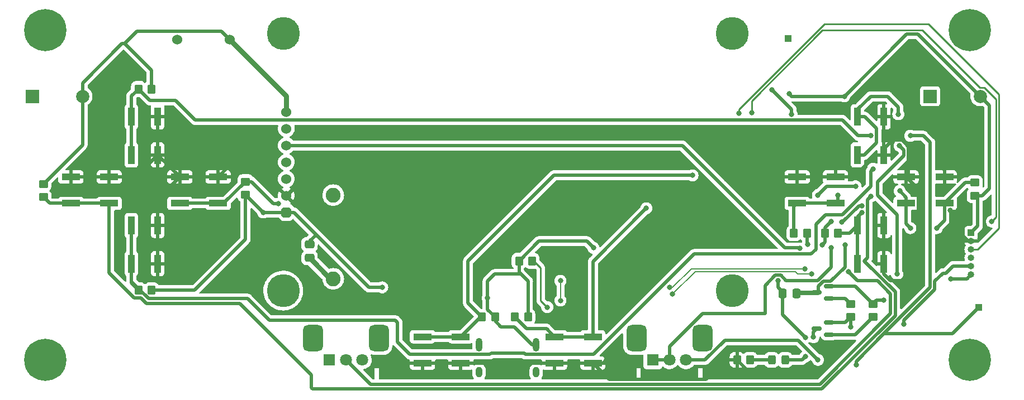
<source format=gbr>
%TF.GenerationSoftware,KiCad,Pcbnew,(6.0.4)*%
%TF.CreationDate,2022-11-06T13:58:30+01:00*%
%TF.ProjectId,GSP-1.0,4753502d-312e-4302-9e6b-696361645f70,rev?*%
%TF.SameCoordinates,Original*%
%TF.FileFunction,Copper,L1,Top*%
%TF.FilePolarity,Positive*%
%FSLAX46Y46*%
G04 Gerber Fmt 4.6, Leading zero omitted, Abs format (unit mm)*
G04 Created by KiCad (PCBNEW (6.0.4)) date 2022-11-06 13:58:30*
%MOMM*%
%LPD*%
G01*
G04 APERTURE LIST*
G04 Aperture macros list*
%AMRoundRect*
0 Rectangle with rounded corners*
0 $1 Rounding radius*
0 $2 $3 $4 $5 $6 $7 $8 $9 X,Y pos of 4 corners*
0 Add a 4 corners polygon primitive as box body*
4,1,4,$2,$3,$4,$5,$6,$7,$8,$9,$2,$3,0*
0 Add four circle primitives for the rounded corners*
1,1,$1+$1,$2,$3*
1,1,$1+$1,$4,$5*
1,1,$1+$1,$6,$7*
1,1,$1+$1,$8,$9*
0 Add four rect primitives between the rounded corners*
20,1,$1+$1,$2,$3,$4,$5,0*
20,1,$1+$1,$4,$5,$6,$7,0*
20,1,$1+$1,$6,$7,$8,$9,0*
20,1,$1+$1,$8,$9,$2,$3,0*%
%AMOutline5P*
0 Free polygon, 5 corners , with rotation*
0 The origin of the aperture is its center*
0 number of corners: always 5*
0 $1 to $10 corner X, Y*
0 $11 Rotation angle, in degrees counterclockwise*
0 create outline with 5 corners*
4,1,5,$1,$2,$3,$4,$5,$6,$7,$8,$9,$10,$1,$2,$11*%
%AMOutline6P*
0 Free polygon, 6 corners , with rotation*
0 The origin of the aperture is its center*
0 number of corners: always 6*
0 $1 to $12 corner X, Y*
0 $13 Rotation angle, in degrees counterclockwise*
0 create outline with 6 corners*
4,1,6,$1,$2,$3,$4,$5,$6,$7,$8,$9,$10,$11,$12,$1,$2,$13*%
%AMOutline7P*
0 Free polygon, 7 corners , with rotation*
0 The origin of the aperture is its center*
0 number of corners: always 7*
0 $1 to $14 corner X, Y*
0 $15 Rotation angle, in degrees counterclockwise*
0 create outline with 7 corners*
4,1,7,$1,$2,$3,$4,$5,$6,$7,$8,$9,$10,$11,$12,$13,$14,$1,$2,$15*%
%AMOutline8P*
0 Free polygon, 8 corners , with rotation*
0 The origin of the aperture is its center*
0 number of corners: always 8*
0 $1 to $16 corner X, Y*
0 $17 Rotation angle, in degrees counterclockwise*
0 create outline with 8 corners*
4,1,8,$1,$2,$3,$4,$5,$6,$7,$8,$9,$10,$11,$12,$13,$14,$15,$16,$1,$2,$17*%
G04 Aperture macros list end*
%TA.AperFunction,SMDPad,CuDef*%
%ADD10RoundRect,0.250000X-0.475000X0.337500X-0.475000X-0.337500X0.475000X-0.337500X0.475000X0.337500X0*%
%TD*%
%TA.AperFunction,SMDPad,CuDef*%
%ADD11R,1.000000X2.800000*%
%TD*%
%TA.AperFunction,SMDPad,CuDef*%
%ADD12R,2.800000X1.000000*%
%TD*%
%TA.AperFunction,SMDPad,CuDef*%
%ADD13RoundRect,0.250000X0.350000X0.450000X-0.350000X0.450000X-0.350000X-0.450000X0.350000X-0.450000X0*%
%TD*%
%TA.AperFunction,SMDPad,CuDef*%
%ADD14RoundRect,0.150000X0.587500X0.150000X-0.587500X0.150000X-0.587500X-0.150000X0.587500X-0.150000X0*%
%TD*%
%TA.AperFunction,ComponentPad*%
%ADD15R,1.000000X1.000000*%
%TD*%
%TA.AperFunction,ComponentPad*%
%ADD16C,0.800000*%
%TD*%
%TA.AperFunction,ComponentPad*%
%ADD17C,6.400000*%
%TD*%
%TA.AperFunction,SMDPad,CuDef*%
%ADD18RoundRect,0.250000X0.450000X-0.350000X0.450000X0.350000X-0.450000X0.350000X-0.450000X-0.350000X0*%
%TD*%
%TA.AperFunction,SMDPad,CuDef*%
%ADD19RoundRect,0.250000X-0.350000X-0.450000X0.350000X-0.450000X0.350000X0.450000X-0.350000X0.450000X0*%
%TD*%
%TA.AperFunction,SMDPad,CuDef*%
%ADD20RoundRect,0.250000X-0.450000X0.350000X-0.450000X-0.350000X0.450000X-0.350000X0.450000X0.350000X0*%
%TD*%
%TA.AperFunction,ComponentPad*%
%ADD21RoundRect,0.750000X-0.750000X1.250000X-0.750000X-1.250000X0.750000X-1.250000X0.750000X1.250000X0*%
%TD*%
%TA.AperFunction,ComponentPad*%
%ADD22C,1.800000*%
%TD*%
%TA.AperFunction,ComponentPad*%
%ADD23R,1.800000X1.800000*%
%TD*%
%TA.AperFunction,ComponentPad*%
%ADD24C,2.000000*%
%TD*%
%TA.AperFunction,ComponentPad*%
%ADD25R,2.000000X2.000000*%
%TD*%
%TA.AperFunction,ComponentPad*%
%ADD26C,1.524000*%
%TD*%
%TA.AperFunction,ComponentPad*%
%ADD27Outline8P,-0.762000X0.457200X-0.457200X0.762000X0.457200X0.762000X0.762000X0.457200X0.762000X-0.457200X0.457200X-0.762000X-0.457200X-0.762000X-0.762000X-0.457200X0.000000*%
%TD*%
%TA.AperFunction,ComponentPad*%
%ADD28C,5.000000*%
%TD*%
%TA.AperFunction,SMDPad,CuDef*%
%ADD29RoundRect,0.250000X-0.337500X-0.475000X0.337500X-0.475000X0.337500X0.475000X-0.337500X0.475000X0*%
%TD*%
%TA.AperFunction,ComponentPad*%
%ADD30O,1.000000X1.000000*%
%TD*%
%TA.AperFunction,SMDPad,CuDef*%
%ADD31RoundRect,0.250000X0.325000X0.450000X-0.325000X0.450000X-0.325000X-0.450000X0.325000X-0.450000X0*%
%TD*%
%TA.AperFunction,ComponentPad*%
%ADD32O,1.000000X1.600000*%
%TD*%
%TA.AperFunction,ComponentPad*%
%ADD33O,1.000000X2.100000*%
%TD*%
%TA.AperFunction,ComponentPad*%
%ADD34C,2.250000*%
%TD*%
%TA.AperFunction,ViaPad*%
%ADD35C,0.800000*%
%TD*%
%TA.AperFunction,Conductor*%
%ADD36C,0.500000*%
%TD*%
%TA.AperFunction,Conductor*%
%ADD37C,0.750000*%
%TD*%
%TA.AperFunction,Conductor*%
%ADD38C,0.250000*%
%TD*%
%TA.AperFunction,Conductor*%
%ADD39C,0.200000*%
%TD*%
G04 APERTURE END LIST*
D10*
%TO.P,C4,2*%
%TO.N,Net-(BT1-Pad1)*%
X120000000Y-114537500D03*
%TO.P,C4,1*%
%TO.N,GNDREF*%
X120000000Y-112462500D03*
%TD*%
D11*
%TO.P,SW5,2,2*%
%TO.N,+3V3*%
X207000000Y-93100000D03*
X207000000Y-98900000D03*
%TO.P,SW5,1,1*%
%TO.N,/IO5*%
X203000000Y-98900000D03*
X203000000Y-93100000D03*
%TD*%
D12*
%TO.P,SW6,2,2*%
%TO.N,+3V3*%
X210350000Y-102250000D03*
X216150000Y-102250000D03*
%TO.P,SW6,1,1*%
%TO.N,/IO6*%
X210350000Y-106250000D03*
X216150000Y-106250000D03*
%TD*%
D13*
%TO.P,R8,2*%
%TO.N,GNDREF*%
X198040000Y-110800000D03*
%TO.P,R8,1*%
%TO.N,/IO7*%
X200040000Y-110800000D03*
%TD*%
D14*
%TO.P,Q1,3,C*%
%TO.N,/EN*%
X196812500Y-119750000D03*
%TO.P,Q1,2,E*%
%TO.N,/RTS*%
X198687500Y-118800000D03*
%TO.P,Q1,1,B*%
%TO.N,Net-(Q1-Pad1)*%
X198687500Y-120700000D03*
%TD*%
%TO.P,Q2,3,C*%
%TO.N,/IO_0*%
X196812500Y-125250000D03*
%TO.P,Q2,2,E*%
%TO.N,/DTR*%
X198687500Y-124300000D03*
%TO.P,Q2,1,B*%
%TO.N,Net-(Q2-Pad1)*%
X198687500Y-126200000D03*
%TD*%
D15*
%TO.P,J_EN1,1,Pin_1*%
%TO.N,/EN*%
X192500000Y-81200000D03*
%TD*%
D11*
%TO.P,SW7,2,2*%
%TO.N,+3V3*%
X207000000Y-115400000D03*
X207000000Y-109600000D03*
%TO.P,SW7,1,1*%
%TO.N,/IO7*%
X203000000Y-109600000D03*
X203000000Y-115400000D03*
%TD*%
D16*
%TO.P,REF\u002A\u002A,1*%
%TO.N,N/C*%
X217600000Y-130000000D03*
X220000000Y-127600000D03*
X218302944Y-128302944D03*
X222400000Y-130000000D03*
X220000000Y-132400000D03*
X221697056Y-131697056D03*
X218302944Y-131697056D03*
D17*
X220000000Y-130000000D03*
D16*
X221697056Y-128302944D03*
%TD*%
D18*
%TO.P,R7,2*%
%TO.N,GNDREF*%
X79667446Y-103303095D03*
%TO.P,R7,1*%
%TO.N,/IO3*%
X79667446Y-105303095D03*
%TD*%
D16*
%TO.P,REF\u002A\u002A,1*%
%TO.N,N/C*%
X220000000Y-82400000D03*
X222400000Y-80000000D03*
X221697056Y-78302944D03*
X221697056Y-81697056D03*
X218302944Y-81697056D03*
X220000000Y-77600000D03*
D17*
X220000000Y-80000000D03*
D16*
X217600000Y-80000000D03*
X218302944Y-78302944D03*
%TD*%
D12*
%TO.P,START1,2,2*%
%TO.N,+3V3*%
X162900000Y-130500000D03*
X157100000Y-130500000D03*
%TO.P,START1,1,1*%
%TO.N,/START*%
X157100000Y-126500000D03*
X162900000Y-126500000D03*
%TD*%
D19*
%TO.P,R_LED1,2*%
%TO.N,Net-(D_3V3-Pad2)*%
X186745000Y-130000000D03*
%TO.P,R_LED1,1*%
%TO.N,+3V3*%
X184745000Y-130000000D03*
%TD*%
D20*
%TO.P,R5,2*%
%TO.N,GNDREF*%
X110300000Y-104950000D03*
%TO.P,R5,1*%
%TO.N,/IO2*%
X110300000Y-102950000D03*
%TD*%
D21*
%TO.P,Volume2,MP*%
%TO.N,N/C*%
X169500000Y-126700000D03*
X179500000Y-126700000D03*
D22*
%TO.P,Volume2,3,3*%
%TO.N,Net-(BZ2-Pad1)*%
X177000000Y-130000000D03*
%TO.P,Volume2,2,2*%
%TO.N,/BUZZER_PIN2*%
X174500000Y-130000000D03*
D23*
%TO.P,Volume2,1,1*%
X172000000Y-130000000D03*
%TD*%
D24*
%TO.P,BZ2,2,+*%
%TO.N,GNDREF*%
X221600000Y-90000000D03*
D25*
%TO.P,BZ2,1,-*%
%TO.N,Net-(BZ2-Pad1)*%
X214000000Y-90000000D03*
%TD*%
D18*
%TO.P,R1,2*%
%TO.N,Net-(Q1-Pad1)*%
X201950000Y-121500000D03*
%TO.P,R1,1*%
%TO.N,/DTR*%
X201950000Y-123500000D03*
%TD*%
D26*
%TO.P,U2,VCC,VCC*%
%TO.N,+3V3*%
X116480000Y-105080000D03*
%TO.P,U2,SDA,SDA*%
%TO.N,Net-(U1-Pad29)*%
X116480000Y-100000000D03*
%TO.P,U2,SCL,SCL*%
%TO.N,Net-(U1-Pad30)*%
X116480000Y-102540000D03*
%TO.P,U2,RES,RES*%
%TO.N,Net-(U1-Pad24)*%
X116480000Y-97460000D03*
D27*
%TO.P,U2,GND,GND*%
%TO.N,GNDREF*%
X116480000Y-107620000D03*
D26*
%TO.P,U2,DC,DC*%
%TO.N,/IO15*%
X116480000Y-94920000D03*
%TO.P,U2,CS,CS*%
%TO.N,GNDREF*%
X116480000Y-92380000D03*
D28*
%TO.P,U2,*%
%TO.N,*%
X184000000Y-80500000D03*
X116000000Y-119500000D03*
X184000000Y-119500000D03*
X116000000Y-80500000D03*
%TD*%
D29*
%TO.P,C1,2*%
%TO.N,/EN*%
X193717500Y-119930000D03*
%TO.P,C1,1*%
%TO.N,GNDREF*%
X191642500Y-119930000D03*
%TD*%
D20*
%TO.P,R2,2*%
%TO.N,Net-(Q2-Pad1)*%
X205340000Y-123500000D03*
%TO.P,R2,1*%
%TO.N,/RTS*%
X205340000Y-121500000D03*
%TD*%
D11*
%TO.P,SW4,2,2*%
%TO.N,+3V3*%
X97000000Y-115400000D03*
X97000000Y-109600000D03*
%TO.P,SW4,1,1*%
%TO.N,/IO4*%
X93000000Y-109600000D03*
X93000000Y-115400000D03*
%TD*%
D19*
%TO.P,R11,2*%
%TO.N,GNDREF*%
X148106980Y-123493175D03*
%TO.P,R11,1*%
%TO.N,/SELECT*%
X146106980Y-123493175D03*
%TD*%
D13*
%TO.P,R13,2*%
%TO.N,GNDREF*%
X151720000Y-114980000D03*
%TO.P,R13,1*%
%TO.N,Net-(J1-PadA5)*%
X153720000Y-114980000D03*
%TD*%
D12*
%TO.P,SW2,2,2*%
%TO.N,+3V3*%
X106150000Y-102250000D03*
X100350000Y-102250000D03*
%TO.P,SW2,1,1*%
%TO.N,/IO2*%
X100350000Y-106250000D03*
X106150000Y-106250000D03*
%TD*%
D20*
%TO.P,R6,2*%
%TO.N,GNDREF*%
X220750000Y-105100000D03*
%TO.P,R6,1*%
%TO.N,/IO6*%
X220750000Y-103100000D03*
%TD*%
D12*
%TO.P,SELECT1,2,2*%
%TO.N,+3V3*%
X137100000Y-130500000D03*
X142900000Y-130500000D03*
%TO.P,SELECT1,1,1*%
%TO.N,/SELECT*%
X142900000Y-126500000D03*
X137100000Y-126500000D03*
%TD*%
D21*
%TO.P,Volume1,MP*%
%TO.N,N/C*%
X130500000Y-126700000D03*
X120500000Y-126700000D03*
D22*
%TO.P,Volume1,3,3*%
%TO.N,Net-(BZ1-Pad1)*%
X128000000Y-130000000D03*
%TO.P,Volume1,2,2*%
%TO.N,/BUZZER_PIN*%
X125500000Y-130000000D03*
D23*
%TO.P,Volume1,1,1*%
X123000000Y-130000000D03*
%TD*%
D24*
%TO.P,BZ1,2,+*%
%TO.N,GNDREF*%
X85600000Y-90000000D03*
D25*
%TO.P,BZ1,1,-*%
%TO.N,Net-(BZ1-Pad1)*%
X78000000Y-90000000D03*
%TD*%
D12*
%TO.P,SW3,2,2*%
%TO.N,+3V3*%
X83850000Y-102250000D03*
X89650000Y-102250000D03*
%TO.P,SW3,1,1*%
%TO.N,/IO3*%
X89650000Y-106250000D03*
X83850000Y-106250000D03*
%TD*%
D19*
%TO.P,R12,2*%
%TO.N,GNDREF*%
X153074149Y-123489461D03*
%TO.P,R12,1*%
%TO.N,/START*%
X151074149Y-123489461D03*
%TD*%
D16*
%TO.P,REF\u002A\u002A,1*%
%TO.N,N/C*%
X81697056Y-131697056D03*
X78302944Y-131697056D03*
D17*
X80000000Y-130000000D03*
D16*
X82400000Y-130000000D03*
X81697056Y-128302944D03*
X77600000Y-130000000D03*
X80000000Y-127600000D03*
X78302944Y-128302944D03*
X80000000Y-132400000D03*
%TD*%
D19*
%TO.P,R9,2*%
%TO.N,GNDREF*%
X96076964Y-119419399D03*
%TO.P,R9,1*%
%TO.N,/IO4*%
X94076964Y-119419399D03*
%TD*%
D16*
%TO.P,REF\u002A\u002A,1*%
%TO.N,N/C*%
X80000000Y-82400000D03*
X81697056Y-78302944D03*
X77600000Y-80000000D03*
X82400000Y-80000000D03*
X81697056Y-81697056D03*
X80000000Y-77600000D03*
X78302944Y-81697056D03*
D17*
X80000000Y-80000000D03*
D16*
X78302944Y-78302944D03*
%TD*%
D30*
%TO.P,J_UART1,6,Pin_6*%
%TO.N,/RTS*%
X220210000Y-117050000D03*
%TO.P,J_UART1,5,Pin_5*%
%TO.N,/DTR*%
X220210000Y-115780000D03*
%TO.P,J_UART1,4,Pin_4*%
%TO.N,/RX*%
X220210000Y-114510000D03*
%TO.P,J_UART1,3,Pin_3*%
%TO.N,/TX*%
X220210000Y-113240000D03*
%TO.P,J_UART1,2,Pin_2*%
%TO.N,+3V3*%
X220210000Y-111970000D03*
D15*
%TO.P,J_UART1,1,Pin_1*%
%TO.N,GNDREF*%
X220210000Y-110700000D03*
%TD*%
%TO.P,J_IO_1,1,Pin_1*%
%TO.N,/IO_0*%
X221360000Y-122050000D03*
%TD*%
D11*
%TO.P,SW1,2,2*%
%TO.N,+3V3*%
X97000000Y-93100000D03*
X97000000Y-98900000D03*
%TO.P,SW1,1,1*%
%TO.N,/IO1*%
X93000000Y-93100000D03*
X93000000Y-98900000D03*
%TD*%
D19*
%TO.P,R10,2*%
%TO.N,GNDREF*%
X195369235Y-110774011D03*
%TO.P,R10,1*%
%TO.N,/IO8*%
X193369235Y-110774011D03*
%TD*%
D12*
%TO.P,SW8,2,2*%
%TO.N,+3V3*%
X193850000Y-102250000D03*
X199650000Y-102250000D03*
%TO.P,SW8,1,1*%
%TO.N,/IO8*%
X199650000Y-106250000D03*
X193850000Y-106250000D03*
%TD*%
D31*
%TO.P,D_3V3,2,A*%
%TO.N,Net-(D_3V3-Pad2)*%
X189989122Y-130000000D03*
%TO.P,D_3V3,1,K*%
%TO.N,GNDREF*%
X192039122Y-130000000D03*
%TD*%
D19*
%TO.P,R3,2*%
%TO.N,GNDREF*%
X96066495Y-88896356D03*
%TO.P,R3,1*%
%TO.N,/IO1*%
X94066495Y-88896356D03*
%TD*%
D26*
%TO.P,SW_PWR1,2,B*%
%TO.N,Net-(BT1-Pad2)*%
X99965000Y-81365000D03*
%TO.P,SW_PWR1,1,A*%
%TO.N,GNDREF*%
X107885000Y-81365000D03*
%TD*%
D32*
%TO.P,J1,S1,SHIELD*%
%TO.N,GNDREF*%
X145680000Y-131870000D03*
D33*
X145680000Y-127690000D03*
D32*
X154320000Y-131870000D03*
D33*
X154320000Y-127690000D03*
%TD*%
D34*
%TO.P,BT1,2,-*%
%TO.N,Net-(BT1-Pad2)*%
X123580000Y-105000000D03*
%TO.P,BT1,1,+*%
%TO.N,Net-(BT1-Pad1)*%
X123580000Y-117700000D03*
%TD*%
D35*
%TO.N,GNDREF*%
X201000000Y-90000000D03*
X197000000Y-105000000D03*
X146965730Y-120620323D03*
X131000000Y-119000000D03*
X195081577Y-126603031D03*
X191000000Y-118000000D03*
X195091148Y-129507151D03*
X112970000Y-107620000D03*
X163000000Y-113000000D03*
X192616646Y-89616646D03*
X202706654Y-103665660D03*
X195475023Y-112486298D03*
X199000000Y-109000000D03*
X197672052Y-112526488D03*
%TO.N,+3V3*%
X205000000Y-92000000D03*
X161000000Y-118000000D03*
X211000000Y-118000000D03*
X161000000Y-121000000D03*
X134000000Y-130000000D03*
X201000000Y-128000000D03*
X165000000Y-130000000D03*
X215413874Y-104494488D03*
X217000000Y-107349502D03*
X212221503Y-104326469D03*
%TO.N,/SELECT*%
X178000000Y-102000000D03*
%TO.N,/START*%
X171000000Y-107000000D03*
%TO.N,/IO1*%
X205000000Y-96000000D03*
%TO.N,/IO2*%
X115282998Y-106300334D03*
X209000000Y-117000000D03*
X209369254Y-97502925D03*
%TO.N,/IO3*%
X205054075Y-105164048D03*
%TO.N,/IO4*%
X205372151Y-101002822D03*
%TO.N,/IO5*%
X209175700Y-92725360D03*
%TO.N,/IO6*%
X209376938Y-104358804D03*
X215000000Y-110000000D03*
X211000000Y-110000000D03*
%TO.N,/IO7*%
X203678709Y-107664901D03*
%TO.N,Net-(U1-Pad24)*%
X194237805Y-113100810D03*
%TO.N,/EN*%
X203671524Y-106597922D03*
X200573747Y-109116155D03*
X201089520Y-112557980D03*
%TO.N,/RTS*%
X206993995Y-120937383D03*
X217108160Y-117690464D03*
%TO.N,/DTR*%
X202000000Y-125000000D03*
X210000000Y-124599665D03*
%TO.N,/IO_0*%
X196319862Y-126549020D03*
X211000000Y-96000000D03*
X202773834Y-130799592D03*
%TO.N,/RX*%
X186962712Y-92530018D03*
X223335172Y-109000000D03*
%TO.N,/TX*%
X184996742Y-92613696D03*
%TO.N,/BUZZER_PIN*%
X201671667Y-116654485D03*
%TO.N,/IO8*%
X200000000Y-105000000D03*
%TO.N,+5V*%
X158000000Y-121000000D03*
X158000000Y-118000000D03*
%TO.N,Net-(U1-Pad30)*%
X190000000Y-89000000D03*
X193000000Y-92742011D03*
%TO.N,Net-(BZ2-Pad1)*%
X197000000Y-130000000D03*
%TO.N,/BUZZER_PIN2*%
X199000000Y-113000000D03*
%TO.N,Net-(J1-PadA5)*%
X156000000Y-122000000D03*
%TO.N,/D+*%
X174568536Y-118998711D03*
X195043267Y-116162222D03*
%TO.N,/D-*%
X175000000Y-120000000D03*
X196069404Y-116921440D03*
%TD*%
D36*
%TO.N,GNDREF*%
X148000000Y-117000000D02*
X152000000Y-117000000D01*
X146965730Y-118034270D02*
X148000000Y-117000000D01*
X146965730Y-120620323D02*
X146965730Y-118034270D01*
X146965730Y-120620323D02*
X146965730Y-122351925D01*
X146965730Y-122351925D02*
X148106980Y-123493175D01*
X121000000Y-111000000D02*
X120000000Y-112000000D01*
X121000000Y-111000000D02*
X117620000Y-107620000D01*
X129000000Y-119000000D02*
X121000000Y-111000000D01*
X120000000Y-112000000D02*
X120000000Y-112462500D01*
D37*
%TO.N,Net-(BT1-Pad1)*%
X123580000Y-117700000D02*
X123162500Y-117700000D01*
X123162500Y-117700000D02*
X120000000Y-114537500D01*
D36*
%TO.N,GNDREF*%
X201000000Y-90000000D02*
X210449511Y-80550489D01*
X110300000Y-111700000D02*
X102580601Y-119419399D01*
X198040000Y-112158540D02*
X197672052Y-112526488D01*
X162000000Y-112000000D02*
X154700000Y-112000000D01*
X163000000Y-113000000D02*
X162000000Y-112000000D01*
X192039122Y-130000000D02*
X194598299Y-130000000D01*
X193000000Y-90000000D02*
X192616646Y-89616646D01*
X212150489Y-80550489D02*
X221600000Y-90000000D01*
X153074149Y-123489461D02*
X153074149Y-118074149D01*
X154320000Y-127690000D02*
X153690000Y-127690000D01*
D37*
X116480000Y-89960000D02*
X107885000Y-81365000D01*
D36*
X110300000Y-104950000D02*
X110300000Y-111700000D01*
X191000000Y-119000000D02*
X191642500Y-119642500D01*
X191642500Y-119930000D02*
X191642500Y-123163954D01*
X195369235Y-110774011D02*
X195369235Y-112380510D01*
X198334340Y-103665660D02*
X202706654Y-103665660D01*
X93846511Y-80153489D02*
X106673489Y-80153489D01*
X154700000Y-112000000D02*
X151720000Y-114980000D01*
X220750000Y-105100000D02*
X221210000Y-105560000D01*
X91600000Y-82000000D02*
X85600000Y-88000000D01*
X148106980Y-124106980D02*
X148106980Y-123493175D01*
X85600000Y-88000000D02*
X85600000Y-90000000D01*
X223000000Y-104000000D02*
X223000000Y-91400000D01*
X85600000Y-90000000D02*
X85600000Y-97370541D01*
X198040000Y-110800000D02*
X198040000Y-109960000D01*
X106673489Y-80153489D02*
X107885000Y-81365000D01*
X194598299Y-130000000D02*
X195091148Y-129507151D01*
X92000000Y-82000000D02*
X96066495Y-86066495D01*
X117620000Y-107620000D02*
X116480000Y-107620000D01*
X221210000Y-109700000D02*
X220210000Y-110700000D01*
D37*
X116480000Y-92380000D02*
X116480000Y-89960000D01*
D36*
X191642500Y-123163954D02*
X195081577Y-126603031D01*
X151720000Y-116720000D02*
X152000000Y-117000000D01*
X221900000Y-105100000D02*
X223000000Y-104000000D01*
X210449511Y-80550489D02*
X212150489Y-80550489D01*
X151000000Y-125000000D02*
X149000000Y-125000000D01*
X191642500Y-119642500D02*
X191642500Y-119930000D01*
X198040000Y-110800000D02*
X198040000Y-112158540D01*
X92000000Y-82000000D02*
X93846511Y-80153489D01*
X153690000Y-127690000D02*
X151000000Y-125000000D01*
X96066495Y-86066495D02*
X96066495Y-88896356D01*
X153074149Y-118074149D02*
X152000000Y-117000000D01*
X201000000Y-90000000D02*
X193000000Y-90000000D01*
X92000000Y-82000000D02*
X91600000Y-82000000D01*
X116480000Y-107620000D02*
X112970000Y-107620000D01*
X195369235Y-112380510D02*
X195475023Y-112486298D01*
X112970000Y-107620000D02*
X110300000Y-104950000D01*
X220750000Y-105100000D02*
X221900000Y-105100000D01*
X85600000Y-97370541D02*
X79667446Y-103303095D01*
X197000000Y-105000000D02*
X198334340Y-103665660D01*
X221210000Y-105560000D02*
X221210000Y-109700000D01*
X151720000Y-114980000D02*
X151720000Y-116720000D01*
X223000000Y-91400000D02*
X221600000Y-90000000D01*
X198040000Y-109960000D02*
X199000000Y-109000000D01*
X131000000Y-119000000D02*
X129000000Y-119000000D01*
X149000000Y-125000000D02*
X148106980Y-124106980D01*
X102580601Y-119419399D02*
X96076964Y-119419399D01*
X191000000Y-118000000D02*
X191000000Y-119000000D01*
%TO.N,+3V3*%
X165400000Y-133000000D02*
X162900000Y-130500000D01*
X219000000Y-109349502D02*
X219000000Y-111196389D01*
X186745000Y-132000000D02*
X187000000Y-132000000D01*
X208000000Y-118000000D02*
X207000000Y-117000000D01*
X100350000Y-102250000D02*
X97000000Y-98900000D01*
X89650000Y-102250000D02*
X83850000Y-102250000D01*
X208346586Y-96653414D02*
X207000000Y-98000000D01*
X211000000Y-118000000D02*
X208000000Y-118000000D01*
X210350000Y-102250000D02*
X212221503Y-104121503D01*
X142900000Y-130500000D02*
X157100000Y-130500000D01*
X97000000Y-109600000D02*
X97000000Y-115400000D01*
X97000000Y-98900000D02*
X97000000Y-93100000D01*
X184745000Y-130000000D02*
X186745000Y-132000000D01*
X111400000Y-100000000D02*
X108400000Y-100000000D01*
X205799022Y-98900000D02*
X207000000Y-98900000D01*
X217000000Y-107349502D02*
X219000000Y-109349502D01*
X216150000Y-103758362D02*
X216150000Y-102250000D01*
X193850000Y-102250000D02*
X199650000Y-102250000D01*
X184745000Y-130000000D02*
X183000000Y-130000000D01*
X207000000Y-115400000D02*
X207000000Y-109600000D01*
X187000000Y-132000000D02*
X197000000Y-132000000D01*
X97000000Y-105600000D02*
X100350000Y-102250000D01*
X162900000Y-130500000D02*
X164500000Y-130500000D01*
X212199511Y-104348461D02*
X212221503Y-104326469D01*
X108400000Y-100000000D02*
X106150000Y-102250000D01*
X100350000Y-102250000D02*
X106150000Y-102250000D01*
X210699520Y-97631800D02*
X209721134Y-96653414D01*
X219000000Y-111196389D02*
X219773611Y-111970000D01*
X202449022Y-102250000D02*
X205799022Y-98900000D01*
X116480000Y-105080000D02*
X111400000Y-100000000D01*
X211000000Y-117000000D02*
X212199511Y-115800489D01*
X134500000Y-130500000D02*
X134000000Y-130000000D01*
X97000000Y-109600000D02*
X97000000Y-105600000D01*
X164500000Y-130500000D02*
X165000000Y-130000000D01*
X207000000Y-117000000D02*
X207000000Y-115400000D01*
X161000000Y-121000000D02*
X161000000Y-118000000D01*
X219773611Y-111970000D02*
X220210000Y-111970000D01*
X180000000Y-133000000D02*
X165400000Y-133000000D01*
X215413874Y-104494488D02*
X216150000Y-103758362D01*
X210350000Y-102250000D02*
X210699520Y-101900480D01*
X210699520Y-101900480D02*
X210699520Y-97631800D01*
X209721134Y-96653414D02*
X208346586Y-96653414D01*
X137100000Y-130500000D02*
X134500000Y-130500000D01*
X89650000Y-102250000D02*
X93650000Y-102250000D01*
X212199511Y-115800489D02*
X212199511Y-104348461D01*
X137100000Y-130500000D02*
X142900000Y-130500000D01*
X207000000Y-98900000D02*
X207000000Y-93100000D01*
X197000000Y-132000000D02*
X201000000Y-128000000D01*
X157100000Y-130500000D02*
X162900000Y-130500000D01*
X212221503Y-104121503D02*
X212221503Y-104326469D01*
X199650000Y-102250000D02*
X202449022Y-102250000D01*
X93650000Y-102250000D02*
X97000000Y-98900000D01*
X211000000Y-118000000D02*
X211000000Y-117000000D01*
X207000000Y-98000000D02*
X207000000Y-98900000D01*
X183000000Y-130000000D02*
X180000000Y-133000000D01*
%TO.N,Net-(Q2-Pad1)*%
X202640000Y-126200000D02*
X205340000Y-123500000D01*
X198687500Y-126200000D02*
X202640000Y-126200000D01*
%TO.N,/SELECT*%
X137100000Y-126500000D02*
X142900000Y-126500000D01*
X146106980Y-123493175D02*
X144000000Y-121386195D01*
X146106980Y-123493175D02*
X145906825Y-123493175D01*
X144000000Y-115000000D02*
X157000000Y-102000000D01*
X144000000Y-121386195D02*
X144000000Y-115000000D01*
X157000000Y-102000000D02*
X178000000Y-102000000D01*
X145906825Y-123493175D02*
X142900000Y-126500000D01*
%TO.N,/START*%
X162900000Y-115100000D02*
X171000000Y-107000000D01*
X157100000Y-126500000D02*
X162900000Y-126500000D01*
X152854436Y-125269748D02*
X155869748Y-125269748D01*
X157100000Y-126500000D02*
X155869748Y-125269748D01*
X151074149Y-123489461D02*
X152854436Y-125269748D01*
X162900000Y-126500000D02*
X162900000Y-115100000D01*
%TO.N,/IO1*%
X93000000Y-93100000D02*
X93000000Y-89962851D01*
X203100978Y-96000000D02*
X205000000Y-96000000D01*
X200692489Y-93591511D02*
X203100978Y-96000000D01*
X93000000Y-98900000D02*
X93000000Y-93100000D01*
X102678788Y-93591511D02*
X200692489Y-93591511D01*
X93000000Y-89962851D02*
X94066495Y-88896356D01*
X95799535Y-90629396D02*
X99716673Y-90629396D01*
X99716673Y-90629396D02*
X102678788Y-93591511D01*
X94066495Y-88896356D02*
X95799535Y-90629396D01*
%TO.N,/IO2*%
X111187378Y-102950000D02*
X110300000Y-102950000D01*
X106150000Y-106250000D02*
X107000000Y-106250000D01*
X107000000Y-106250000D02*
X110300000Y-102950000D01*
X209000000Y-108000000D02*
X206000000Y-105000000D01*
X115282998Y-106300334D02*
X114537712Y-106300334D01*
X114537712Y-106300334D02*
X111187378Y-102950000D01*
X210000000Y-98133671D02*
X209369254Y-97502925D01*
X206000000Y-103000000D02*
X210000000Y-99000000D01*
X100350000Y-106250000D02*
X106150000Y-106250000D01*
X206000000Y-105000000D02*
X206000000Y-103000000D01*
X209000000Y-117000000D02*
X209000000Y-108000000D01*
X210000000Y-99000000D02*
X210000000Y-98133671D01*
%TO.N,/IO3*%
X120249980Y-134249980D02*
X120399040Y-134399040D01*
X95300273Y-121421248D02*
X109421248Y-121421248D01*
X204528220Y-105689903D02*
X205054075Y-105164048D01*
X83850000Y-106250000D02*
X80614351Y-106250000D01*
X80614351Y-106250000D02*
X79667446Y-105303095D01*
X120249980Y-132249980D02*
X120249980Y-134249980D01*
X208699520Y-123289750D02*
X208699520Y-119710250D01*
X94447944Y-120568919D02*
X95300273Y-121421248D01*
X89650000Y-116781705D02*
X93437214Y-120568919D01*
X93437214Y-120568919D02*
X94447944Y-120568919D01*
X204528220Y-114482510D02*
X204528220Y-105689903D01*
X197590230Y-134399040D02*
X208699520Y-123289750D01*
X204000000Y-115010730D02*
X204528220Y-114482510D01*
X109421248Y-121421248D02*
X120249980Y-132249980D01*
X89650000Y-106250000D02*
X89650000Y-116781705D01*
X208699520Y-119710250D02*
X204000000Y-115010730D01*
X83850000Y-106250000D02*
X89650000Y-106250000D01*
X120399040Y-134399040D02*
X197590230Y-134399040D01*
%TO.N,/IO4*%
X135200250Y-129189520D02*
X147306530Y-129189520D01*
X178248701Y-113950321D02*
X195999199Y-113950321D01*
X152503950Y-129000000D02*
X152693470Y-129189520D01*
X93000000Y-115400000D02*
X93000000Y-118342435D01*
X196716798Y-109456839D02*
X198173637Y-108000000D01*
X93000000Y-118131705D02*
X95590024Y-120721729D01*
X93000000Y-109600000D02*
X93000000Y-115400000D01*
X198173637Y-108000000D02*
X200699022Y-108000000D01*
X133005365Y-123994635D02*
X133300480Y-124289750D01*
X200699022Y-108000000D02*
X205000000Y-103699022D01*
X113879937Y-123994635D02*
X133005365Y-123994635D01*
X152693470Y-129189520D02*
X163009502Y-129189520D01*
X205000000Y-103699022D02*
X205000000Y-101374973D01*
X95590024Y-120721729D02*
X110607031Y-120721729D01*
X147496050Y-129000000D02*
X152503950Y-129000000D01*
X133300480Y-124289750D02*
X133300480Y-127289750D01*
X195999199Y-113950321D02*
X196716798Y-113232722D01*
X93000000Y-118342435D02*
X94076964Y-119419399D01*
X93000000Y-109600000D02*
X93000000Y-118131705D01*
X196716798Y-113232722D02*
X196716798Y-109456839D01*
X163009502Y-129189520D02*
X178248701Y-113950321D01*
X205000000Y-101374973D02*
X205372151Y-101002822D01*
X147306530Y-129189520D02*
X147496050Y-129000000D01*
X133300480Y-127289750D02*
X135200250Y-129189520D01*
X110607031Y-120721729D02*
X113879937Y-123994635D01*
%TO.N,/IO5*%
X209175700Y-92725360D02*
X209175700Y-91621964D01*
X204100000Y-93100000D02*
X203000000Y-93100000D01*
X207553736Y-90000000D02*
X205000000Y-90000000D01*
X203000000Y-92000000D02*
X203000000Y-93100000D01*
X205000000Y-90000000D02*
X203000000Y-92000000D01*
X205849511Y-94849511D02*
X204100000Y-93100000D01*
X205849511Y-97050489D02*
X205849511Y-94849511D01*
X209175700Y-91621964D02*
X207553736Y-90000000D01*
X203000000Y-98900000D02*
X204000000Y-98900000D01*
X204000000Y-98900000D02*
X205849511Y-97050489D01*
%TO.N,/IO6*%
X216150000Y-108850000D02*
X215000000Y-110000000D01*
X219300000Y-103100000D02*
X216150000Y-106250000D01*
X220750000Y-103100000D02*
X219300000Y-103100000D01*
X209376938Y-104358804D02*
X210350000Y-105331866D01*
X210350000Y-106250000D02*
X210350000Y-109350000D01*
X210350000Y-105331866D02*
X210350000Y-106250000D01*
X216150000Y-106250000D02*
X216150000Y-108850000D01*
X210350000Y-109350000D02*
X211000000Y-110000000D01*
%TO.N,/IO7*%
X203000000Y-108343610D02*
X203000000Y-109600000D01*
X201800000Y-110800000D02*
X203000000Y-109600000D01*
X203678709Y-107664901D02*
X203000000Y-108343610D01*
X203000000Y-109600000D02*
X203000000Y-115400000D01*
X200040000Y-110800000D02*
X201800000Y-110800000D01*
%TO.N,Net-(U1-Pad24)*%
X194136995Y-113000000D02*
X194237805Y-113100810D01*
X192000000Y-113000000D02*
X194136995Y-113000000D01*
X116480000Y-97460000D02*
X176460000Y-97460000D01*
X176460000Y-97460000D02*
X192000000Y-113000000D01*
%TO.N,Net-(Q1-Pad1)*%
X201150000Y-120700000D02*
X201950000Y-121500000D01*
X198687500Y-120700000D02*
X201150000Y-120700000D01*
%TO.N,/EN*%
X193897500Y-119750000D02*
X193717500Y-119930000D01*
X198949520Y-118050480D02*
X201089520Y-115910480D01*
X197070000Y-119930000D02*
X197070000Y-118832151D01*
X201089520Y-115910480D02*
X201089520Y-112557980D01*
X200684823Y-109116155D02*
X200573747Y-109116155D01*
X203671524Y-106597922D02*
X203203056Y-106597922D01*
X193717500Y-119930000D02*
X197070000Y-119930000D01*
X203203056Y-106597922D02*
X200684823Y-109116155D01*
X197070000Y-118832151D02*
X197851671Y-118050480D01*
X197851671Y-118050480D02*
X198949520Y-118050480D01*
X196812500Y-119750000D02*
X193897500Y-119750000D01*
%TO.N,/RTS*%
X219569536Y-117690464D02*
X220210000Y-117050000D01*
X202640000Y-118800000D02*
X205340000Y-121500000D01*
X217108160Y-117690464D02*
X219569536Y-117690464D01*
X205902617Y-120937383D02*
X206993995Y-120937383D01*
X205340000Y-121500000D02*
X205902617Y-120937383D01*
X198687500Y-118800000D02*
X202640000Y-118800000D01*
%TO.N,/DTR*%
X201950000Y-124950000D02*
X202000000Y-125000000D01*
X216351880Y-116849511D02*
X217421391Y-115780000D01*
X201950000Y-123500000D02*
X201950000Y-124950000D01*
X214699520Y-119289750D02*
X214699520Y-118100312D01*
X217421391Y-115780000D02*
X220210000Y-115780000D01*
X201150000Y-124300000D02*
X201950000Y-123500000D01*
X215950321Y-116849511D02*
X216351880Y-116849511D01*
X214699520Y-118100312D02*
X215950321Y-116849511D01*
X210000000Y-123989270D02*
X214699520Y-119289750D01*
X198687500Y-124300000D02*
X201150000Y-124300000D01*
X210000000Y-124599665D02*
X210000000Y-123989270D01*
%TO.N,/IO_0*%
X196319862Y-125742638D02*
X196812500Y-125250000D01*
X214000000Y-97000000D02*
X214000000Y-119000000D01*
X207000000Y-126000000D02*
X217410000Y-126000000D01*
X213000000Y-96000000D02*
X214000000Y-97000000D01*
X196319862Y-126549020D02*
X196319862Y-125742638D01*
X207000000Y-126000000D02*
X202773834Y-130226166D01*
X217410000Y-126000000D02*
X221360000Y-122050000D01*
X202773834Y-130226166D02*
X202773834Y-130799592D01*
X214000000Y-119000000D02*
X207000000Y-126000000D01*
X211000000Y-96000000D02*
X213000000Y-96000000D01*
D38*
%TO.N,/RX*%
X212813394Y-79975969D02*
X197659749Y-79975969D01*
X186962712Y-90673006D02*
X186962712Y-92530018D01*
X222207899Y-88675489D02*
X221512914Y-88675489D01*
X221512914Y-88675489D02*
X212813394Y-79975969D01*
X223974269Y-108360903D02*
X223974269Y-90441859D01*
X197659749Y-79975969D02*
X186962712Y-90673006D01*
X223335172Y-109000000D02*
X223974269Y-108360903D01*
X223974269Y-90441859D02*
X222207899Y-88675489D01*
%TO.N,/TX*%
X198000000Y-79000000D02*
X184996742Y-92003258D01*
X184996742Y-92003258D02*
X184996742Y-92613696D01*
X213736571Y-79000000D02*
X198000000Y-79000000D01*
X224423789Y-89687218D02*
X213736571Y-79000000D01*
X224423789Y-110026211D02*
X224423789Y-89687218D01*
X220210000Y-113240000D02*
X221210000Y-113240000D01*
X221210000Y-113240000D02*
X224423789Y-110026211D01*
D36*
%TO.N,/BUZZER_PIN*%
X129199520Y-133699520D02*
X125500000Y-130000000D01*
X203017182Y-118000000D02*
X206000000Y-118000000D01*
X206000000Y-118000000D02*
X208000000Y-120000000D01*
X201671667Y-116654485D02*
X203017182Y-118000000D01*
X208000000Y-123000000D02*
X197300480Y-133699520D01*
X208000000Y-120000000D02*
X208000000Y-123000000D01*
X197300480Y-133699520D02*
X129199520Y-133699520D01*
%TO.N,/IO8*%
X200000000Y-105900000D02*
X199650000Y-106250000D01*
X193369235Y-106730765D02*
X193850000Y-106250000D01*
X193850000Y-106250000D02*
X199650000Y-106250000D01*
X200000000Y-105000000D02*
X200000000Y-105900000D01*
X193369235Y-110774011D02*
X193369235Y-106730765D01*
D39*
%TO.N,+5V*%
X158000000Y-121000000D02*
X158000000Y-118000000D01*
D36*
%TO.N,Net-(U1-Pad30)*%
X193000000Y-92000000D02*
X193000000Y-92742011D01*
X190000000Y-89000000D02*
X193000000Y-92000000D01*
%TO.N,Net-(BZ2-Pad1)*%
X197000000Y-130000000D02*
X194000000Y-127000000D01*
X194000000Y-127000000D02*
X182896377Y-127000000D01*
X182896377Y-127000000D02*
X179896377Y-130000000D01*
X179896377Y-130000000D02*
X177000000Y-130000000D01*
%TO.N,/BUZZER_PIN2*%
X172000000Y-130000000D02*
X174500000Y-130000000D01*
X196966512Y-117946369D02*
X199000000Y-115912881D01*
X174500000Y-130000000D02*
X174500000Y-128003623D01*
X190572153Y-117150489D02*
X191351880Y-117150489D01*
X174500000Y-128003623D02*
X179503623Y-123000000D01*
X179503623Y-123000000D02*
X189000000Y-123000000D01*
X189000000Y-123000000D02*
X189000000Y-118722642D01*
X192147760Y-117946369D02*
X196966512Y-117946369D01*
X189000000Y-118722642D02*
X190572153Y-117150489D01*
X199000000Y-115912881D02*
X199000000Y-113000000D01*
X191351880Y-117150489D02*
X192147760Y-117946369D01*
%TO.N,Net-(D_3V3-Pad2)*%
X186745000Y-130000000D02*
X189989122Y-130000000D01*
D38*
%TO.N,Net-(J1-PadA5)*%
X156000000Y-122000000D02*
X155000000Y-121000000D01*
X153980000Y-114980000D02*
X153720000Y-114980000D01*
X155000000Y-121000000D02*
X155000000Y-116000000D01*
X155000000Y-116000000D02*
X153980000Y-114980000D01*
D39*
%TO.N,/D+*%
X175001289Y-118998711D02*
X177837778Y-116162222D01*
X177837778Y-116162222D02*
X195043267Y-116162222D01*
X174568536Y-118998711D02*
X175001289Y-118998711D01*
%TO.N,/D-*%
X175000000Y-120000000D02*
X178399030Y-116600970D01*
X193600970Y-116600970D02*
X193921440Y-116921440D01*
X193921440Y-116921440D02*
X196069404Y-116921440D01*
X178399030Y-116600970D02*
X193600970Y-116600970D01*
%TD*%
%TA.AperFunction,Conductor*%
%TO.N,+3V3*%
G36*
X167409532Y-125966337D02*
G01*
X167466368Y-126008884D01*
X167491179Y-126075404D01*
X167491500Y-126084393D01*
X167491500Y-128012542D01*
X167503022Y-128154200D01*
X167504356Y-128159395D01*
X167504356Y-128159396D01*
X167556494Y-128362462D01*
X167558890Y-128371794D01*
X167652409Y-128576055D01*
X167655609Y-128580659D01*
X167655610Y-128580661D01*
X167667838Y-128598255D01*
X167780620Y-128760527D01*
X167939473Y-128919380D01*
X168070644Y-129010546D01*
X168111035Y-129038618D01*
X168123945Y-129047591D01*
X168328206Y-129141110D01*
X168333638Y-129142505D01*
X168333639Y-129142505D01*
X168540597Y-129195642D01*
X168545800Y-129196978D01*
X168596380Y-129201092D01*
X168684908Y-129208293D01*
X168684918Y-129208293D01*
X168687458Y-129208500D01*
X170312542Y-129208500D01*
X170315082Y-129208293D01*
X170315092Y-129208293D01*
X170454200Y-129196978D01*
X170454388Y-129199285D01*
X170515147Y-129206574D01*
X170569875Y-129251799D01*
X170591500Y-129322381D01*
X170591500Y-130948134D01*
X170598255Y-131010316D01*
X170649385Y-131146705D01*
X170736739Y-131263261D01*
X170853295Y-131350615D01*
X170989684Y-131401745D01*
X171051866Y-131408500D01*
X172948134Y-131408500D01*
X173010316Y-131401745D01*
X173146705Y-131350615D01*
X173263261Y-131263261D01*
X173350615Y-131146705D01*
X173361524Y-131117606D01*
X173365686Y-131106504D01*
X173408328Y-131049739D01*
X173474890Y-131025040D01*
X173544239Y-131040248D01*
X173564150Y-131053788D01*
X173689349Y-131157730D01*
X173889322Y-131274584D01*
X173894147Y-131276426D01*
X173894148Y-131276427D01*
X173915873Y-131284723D01*
X174105694Y-131357209D01*
X174110760Y-131358240D01*
X174110761Y-131358240D01*
X174116001Y-131359306D01*
X174332656Y-131403385D01*
X174462089Y-131408131D01*
X174558949Y-131411683D01*
X174558953Y-131411683D01*
X174564113Y-131411872D01*
X174569233Y-131411216D01*
X174569235Y-131411216D01*
X174659293Y-131399679D01*
X174793847Y-131382442D01*
X174798795Y-131380957D01*
X174798802Y-131380956D01*
X175010747Y-131317369D01*
X175015690Y-131315886D01*
X175079302Y-131284723D01*
X175219049Y-131216262D01*
X175219052Y-131216260D01*
X175223684Y-131213991D01*
X175412243Y-131079494D01*
X175576303Y-130916005D01*
X175603194Y-130878583D01*
X175645370Y-130819888D01*
X175701365Y-130776240D01*
X175772068Y-130769794D01*
X175835033Y-130802597D01*
X175855128Y-130827584D01*
X175856799Y-130830311D01*
X175856804Y-130830317D01*
X175859501Y-130834719D01*
X176011147Y-131009784D01*
X176189349Y-131157730D01*
X176389322Y-131274584D01*
X176394147Y-131276426D01*
X176394148Y-131276427D01*
X176415873Y-131284723D01*
X176605694Y-131357209D01*
X176610760Y-131358240D01*
X176610761Y-131358240D01*
X176616001Y-131359306D01*
X176832656Y-131403385D01*
X176962089Y-131408131D01*
X177058949Y-131411683D01*
X177058953Y-131411683D01*
X177064113Y-131411872D01*
X177069233Y-131411216D01*
X177069235Y-131411216D01*
X177159293Y-131399679D01*
X177293847Y-131382442D01*
X177298795Y-131380957D01*
X177298802Y-131380956D01*
X177510747Y-131317369D01*
X177515690Y-131315886D01*
X177579302Y-131284723D01*
X177719049Y-131216262D01*
X177719052Y-131216260D01*
X177723684Y-131213991D01*
X177912243Y-131079494D01*
X178076303Y-130916005D01*
X178151777Y-130810973D01*
X178207770Y-130767326D01*
X178254098Y-130758500D01*
X179829307Y-130758500D01*
X179848257Y-130759933D01*
X179862492Y-130762099D01*
X179862496Y-130762099D01*
X179869726Y-130763199D01*
X179877018Y-130762606D01*
X179877021Y-130762606D01*
X179922395Y-130758915D01*
X179932610Y-130758500D01*
X179940670Y-130758500D01*
X179954600Y-130756876D01*
X179968884Y-130755211D01*
X179973259Y-130754778D01*
X180038716Y-130749454D01*
X180038719Y-130749453D01*
X180046014Y-130748860D01*
X180052978Y-130746604D01*
X180058937Y-130745413D01*
X180064792Y-130744029D01*
X180072058Y-130743182D01*
X180140704Y-130718265D01*
X180144832Y-130716848D01*
X180207313Y-130696607D01*
X180207315Y-130696606D01*
X180214276Y-130694351D01*
X180220531Y-130690555D01*
X180226005Y-130688049D01*
X180231435Y-130685330D01*
X180238314Y-130682833D01*
X180299353Y-130642814D01*
X180303057Y-130640477D01*
X180365484Y-130602595D01*
X180373861Y-130595197D01*
X180373885Y-130595224D01*
X180376877Y-130592571D01*
X180380110Y-130589868D01*
X180386229Y-130585856D01*
X180439505Y-130529617D01*
X180441883Y-130527175D01*
X180471963Y-130497095D01*
X183637001Y-130497095D01*
X183637338Y-130503614D01*
X183647257Y-130599206D01*
X183650149Y-130612600D01*
X183701588Y-130766784D01*
X183707761Y-130779962D01*
X183793063Y-130917807D01*
X183802099Y-130929208D01*
X183916829Y-131043739D01*
X183928240Y-131052751D01*
X184066243Y-131137816D01*
X184079424Y-131143963D01*
X184233710Y-131195138D01*
X184247086Y-131198005D01*
X184341438Y-131207672D01*
X184347854Y-131208000D01*
X184472885Y-131208000D01*
X184488124Y-131203525D01*
X184489329Y-131202135D01*
X184491000Y-131194452D01*
X184491000Y-130272115D01*
X184486525Y-130256876D01*
X184485135Y-130255671D01*
X184477452Y-130254000D01*
X183655116Y-130254000D01*
X183639877Y-130258475D01*
X183638672Y-130259865D01*
X183637001Y-130267548D01*
X183637001Y-130497095D01*
X180471963Y-130497095D01*
X181241173Y-129727885D01*
X183637000Y-129727885D01*
X183641475Y-129743124D01*
X183642865Y-129744329D01*
X183650548Y-129746000D01*
X184472885Y-129746000D01*
X184488124Y-129741525D01*
X184489329Y-129740135D01*
X184491000Y-129732452D01*
X184491000Y-128810116D01*
X184486525Y-128794877D01*
X184485135Y-128793672D01*
X184477452Y-128792001D01*
X184347905Y-128792001D01*
X184341386Y-128792338D01*
X184245794Y-128802257D01*
X184232400Y-128805149D01*
X184078216Y-128856588D01*
X184065038Y-128862761D01*
X183927193Y-128948063D01*
X183915792Y-128957099D01*
X183801261Y-129071829D01*
X183792249Y-129083240D01*
X183707184Y-129221243D01*
X183701037Y-129234424D01*
X183649862Y-129388710D01*
X183646995Y-129402086D01*
X183637328Y-129496438D01*
X183637000Y-129502855D01*
X183637000Y-129727885D01*
X181241173Y-129727885D01*
X183173653Y-127795405D01*
X183235965Y-127761379D01*
X183262748Y-127758500D01*
X193633629Y-127758500D01*
X193701750Y-127778502D01*
X193722724Y-127795405D01*
X194535266Y-128607947D01*
X194569292Y-128670259D01*
X194564227Y-128741074D01*
X194520234Y-128798977D01*
X194479895Y-128828285D01*
X194475474Y-128833195D01*
X194475473Y-128833196D01*
X194358458Y-128963155D01*
X194352108Y-128970207D01*
X194256621Y-129135595D01*
X194254580Y-129141877D01*
X194254578Y-129141881D01*
X194250499Y-129154435D01*
X194210426Y-129213041D01*
X194145030Y-129240679D01*
X194130666Y-129241500D01*
X193135433Y-129241500D01*
X193067312Y-129221498D01*
X193028289Y-129181804D01*
X193013094Y-129157249D01*
X192962600Y-129075652D01*
X192837425Y-128950695D01*
X192820094Y-128940012D01*
X192693090Y-128861725D01*
X192693088Y-128861724D01*
X192686860Y-128857885D01*
X192590762Y-128826011D01*
X192525511Y-128804368D01*
X192525509Y-128804368D01*
X192518983Y-128802203D01*
X192512147Y-128801503D01*
X192512144Y-128801502D01*
X192469091Y-128797091D01*
X192414522Y-128791500D01*
X191663722Y-128791500D01*
X191660476Y-128791837D01*
X191660472Y-128791837D01*
X191564814Y-128801762D01*
X191564810Y-128801763D01*
X191557956Y-128802474D01*
X191551420Y-128804655D01*
X191551418Y-128804655D01*
X191492221Y-128824405D01*
X191390176Y-128858450D01*
X191239774Y-128951522D01*
X191114817Y-129076697D01*
X191112216Y-129080916D01*
X191055092Y-129121417D01*
X190984169Y-129124649D01*
X190922757Y-129089024D01*
X190916200Y-129081470D01*
X190912600Y-129075652D01*
X190787425Y-128950695D01*
X190770094Y-128940012D01*
X190643090Y-128861725D01*
X190643088Y-128861724D01*
X190636860Y-128857885D01*
X190540762Y-128826011D01*
X190475511Y-128804368D01*
X190475509Y-128804368D01*
X190468983Y-128802203D01*
X190462147Y-128801503D01*
X190462144Y-128801502D01*
X190419091Y-128797091D01*
X190364522Y-128791500D01*
X189613722Y-128791500D01*
X189610476Y-128791837D01*
X189610472Y-128791837D01*
X189514814Y-128801762D01*
X189514810Y-128801763D01*
X189507956Y-128802474D01*
X189501420Y-128804655D01*
X189501418Y-128804655D01*
X189442221Y-128824405D01*
X189340176Y-128858450D01*
X189189774Y-128951522D01*
X189064817Y-129076697D01*
X189060977Y-129082927D01*
X189060976Y-129082928D01*
X189044262Y-129110043D01*
X189012917Y-129160895D01*
X189000144Y-129181616D01*
X188947372Y-129229109D01*
X188892884Y-129241500D01*
X187866311Y-129241500D01*
X187798190Y-129221498D01*
X187759167Y-129181804D01*
X187743972Y-129157249D01*
X187693478Y-129075652D01*
X187568303Y-128950695D01*
X187550972Y-128940012D01*
X187423968Y-128861725D01*
X187423966Y-128861724D01*
X187417738Y-128857885D01*
X187321640Y-128826011D01*
X187256389Y-128804368D01*
X187256387Y-128804368D01*
X187249861Y-128802203D01*
X187243025Y-128801503D01*
X187243022Y-128801502D01*
X187199969Y-128797091D01*
X187145400Y-128791500D01*
X186344600Y-128791500D01*
X186341354Y-128791837D01*
X186341350Y-128791837D01*
X186245692Y-128801762D01*
X186245688Y-128801763D01*
X186238834Y-128802474D01*
X186232298Y-128804655D01*
X186232296Y-128804655D01*
X186173099Y-128824405D01*
X186071054Y-128858450D01*
X185920652Y-128951522D01*
X185915479Y-128956704D01*
X185833862Y-129038463D01*
X185771579Y-129072542D01*
X185700759Y-129067539D01*
X185655671Y-129038618D01*
X185573171Y-128956261D01*
X185561760Y-128947249D01*
X185423757Y-128862184D01*
X185410576Y-128856037D01*
X185256290Y-128804862D01*
X185242914Y-128801995D01*
X185148562Y-128792328D01*
X185142145Y-128792000D01*
X185017115Y-128792000D01*
X185001876Y-128796475D01*
X185000671Y-128797865D01*
X184999000Y-128805548D01*
X184999000Y-131189884D01*
X185003475Y-131205123D01*
X185004865Y-131206328D01*
X185012548Y-131207999D01*
X185142095Y-131207999D01*
X185148614Y-131207662D01*
X185244206Y-131197743D01*
X185257600Y-131194851D01*
X185411784Y-131143412D01*
X185424962Y-131137239D01*
X185562807Y-131051937D01*
X185574208Y-131042901D01*
X185655430Y-130961538D01*
X185717713Y-130927459D01*
X185788533Y-130932462D01*
X185833620Y-130961383D01*
X185916512Y-131044130D01*
X185916517Y-131044134D01*
X185921697Y-131049305D01*
X185927927Y-131053145D01*
X185927928Y-131053146D01*
X186065288Y-131137816D01*
X186072262Y-131142115D01*
X186142440Y-131165392D01*
X186233611Y-131195632D01*
X186233613Y-131195632D01*
X186240139Y-131197797D01*
X186246975Y-131198497D01*
X186246978Y-131198498D01*
X186290031Y-131202909D01*
X186344600Y-131208500D01*
X187145400Y-131208500D01*
X187148646Y-131208163D01*
X187148650Y-131208163D01*
X187244308Y-131198238D01*
X187244312Y-131198237D01*
X187251166Y-131197526D01*
X187257702Y-131195345D01*
X187257704Y-131195345D01*
X187403495Y-131146705D01*
X187418946Y-131141550D01*
X187569348Y-131048478D01*
X187694305Y-130923303D01*
X187701390Y-130911810D01*
X187732886Y-130860713D01*
X187758979Y-130818383D01*
X187811750Y-130770891D01*
X187866238Y-130758500D01*
X188892811Y-130758500D01*
X188960932Y-130778502D01*
X188999955Y-130818196D01*
X189065644Y-130924348D01*
X189190819Y-131049305D01*
X189197049Y-131053145D01*
X189197050Y-131053146D01*
X189334410Y-131137816D01*
X189341384Y-131142115D01*
X189411562Y-131165392D01*
X189502733Y-131195632D01*
X189502735Y-131195632D01*
X189509261Y-131197797D01*
X189516097Y-131198497D01*
X189516100Y-131198498D01*
X189559153Y-131202909D01*
X189613722Y-131208500D01*
X190364522Y-131208500D01*
X190367768Y-131208163D01*
X190367772Y-131208163D01*
X190463430Y-131198238D01*
X190463434Y-131198237D01*
X190470288Y-131197526D01*
X190476824Y-131195345D01*
X190476826Y-131195345D01*
X190622617Y-131146705D01*
X190638068Y-131141550D01*
X190788470Y-131048478D01*
X190913427Y-130923303D01*
X190916028Y-130919084D01*
X190973152Y-130878583D01*
X191044075Y-130875351D01*
X191105487Y-130910976D01*
X191112044Y-130918530D01*
X191115644Y-130924348D01*
X191240819Y-131049305D01*
X191247049Y-131053145D01*
X191247050Y-131053146D01*
X191384410Y-131137816D01*
X191391384Y-131142115D01*
X191461562Y-131165392D01*
X191552733Y-131195632D01*
X191552735Y-131195632D01*
X191559261Y-131197797D01*
X191566097Y-131198497D01*
X191566100Y-131198498D01*
X191609153Y-131202909D01*
X191663722Y-131208500D01*
X192414522Y-131208500D01*
X192417768Y-131208163D01*
X192417772Y-131208163D01*
X192513430Y-131198238D01*
X192513434Y-131198237D01*
X192520288Y-131197526D01*
X192526824Y-131195345D01*
X192526826Y-131195345D01*
X192672617Y-131146705D01*
X192688068Y-131141550D01*
X192838470Y-131048478D01*
X192963427Y-130923303D01*
X192970512Y-130911810D01*
X193002008Y-130860713D01*
X193028101Y-130818383D01*
X193080872Y-130770891D01*
X193135360Y-130758500D01*
X194531229Y-130758500D01*
X194550179Y-130759933D01*
X194564414Y-130762099D01*
X194564418Y-130762099D01*
X194571648Y-130763199D01*
X194578940Y-130762606D01*
X194578943Y-130762606D01*
X194624317Y-130758915D01*
X194634532Y-130758500D01*
X194642592Y-130758500D01*
X194656522Y-130756876D01*
X194670806Y-130755211D01*
X194675181Y-130754778D01*
X194740638Y-130749454D01*
X194740641Y-130749453D01*
X194747936Y-130748860D01*
X194754900Y-130746604D01*
X194760859Y-130745413D01*
X194766714Y-130744029D01*
X194773980Y-130743182D01*
X194842626Y-130718265D01*
X194846754Y-130716848D01*
X194909235Y-130696607D01*
X194909237Y-130696606D01*
X194916198Y-130694351D01*
X194922453Y-130690555D01*
X194927927Y-130688049D01*
X194933357Y-130685330D01*
X194940236Y-130682833D01*
X195001275Y-130642814D01*
X195004979Y-130640477D01*
X195067406Y-130602595D01*
X195075783Y-130595197D01*
X195075807Y-130595224D01*
X195078799Y-130592571D01*
X195082032Y-130589868D01*
X195088151Y-130585856D01*
X195141427Y-130529617D01*
X195143805Y-130527175D01*
X195247479Y-130423501D01*
X195310376Y-130389350D01*
X195366972Y-130377320D01*
X195366981Y-130377317D01*
X195373436Y-130375945D01*
X195383294Y-130371556D01*
X195541870Y-130300954D01*
X195541872Y-130300953D01*
X195547900Y-130298269D01*
X195554404Y-130293544D01*
X195688377Y-130196206D01*
X195702401Y-130186017D01*
X195808256Y-130068453D01*
X195868702Y-130031213D01*
X195939686Y-130032565D01*
X195990987Y-130063668D01*
X196079875Y-130152556D01*
X196110613Y-130202714D01*
X196165473Y-130371556D01*
X196168776Y-130377278D01*
X196168777Y-130377279D01*
X196202686Y-130436010D01*
X196260960Y-130536944D01*
X196265378Y-130541851D01*
X196265379Y-130541852D01*
X196356286Y-130642814D01*
X196388747Y-130678866D01*
X196464357Y-130733800D01*
X196525884Y-130778502D01*
X196543248Y-130791118D01*
X196549276Y-130793802D01*
X196549278Y-130793803D01*
X196711681Y-130866109D01*
X196717712Y-130868794D01*
X196811112Y-130888647D01*
X196898056Y-130907128D01*
X196898061Y-130907128D01*
X196904513Y-130908500D01*
X197095487Y-130908500D01*
X197101939Y-130907128D01*
X197101944Y-130907128D01*
X197188888Y-130888647D01*
X197282288Y-130868794D01*
X197288319Y-130866109D01*
X197450722Y-130793803D01*
X197450724Y-130793802D01*
X197456752Y-130791118D01*
X197474117Y-130778502D01*
X197535643Y-130733800D01*
X197611253Y-130678866D01*
X197643714Y-130642814D01*
X197734621Y-130541852D01*
X197734622Y-130541851D01*
X197739040Y-130536944D01*
X197797314Y-130436010D01*
X197831223Y-130377279D01*
X197831224Y-130377278D01*
X197834527Y-130371556D01*
X197893542Y-130189928D01*
X197908870Y-130044095D01*
X197912814Y-130006565D01*
X197913504Y-130000000D01*
X197903200Y-129901960D01*
X197894232Y-129816635D01*
X197894232Y-129816633D01*
X197893542Y-129810072D01*
X197834527Y-129628444D01*
X197824932Y-129611824D01*
X197786081Y-129544533D01*
X197739040Y-129463056D01*
X197698780Y-129418342D01*
X197615675Y-129326045D01*
X197615674Y-129326044D01*
X197611253Y-129321134D01*
X197500517Y-129240679D01*
X197462094Y-129212763D01*
X197462093Y-129212762D01*
X197456752Y-129208882D01*
X197450724Y-129206198D01*
X197450722Y-129206197D01*
X197288319Y-129133891D01*
X197288318Y-129133891D01*
X197282288Y-129131206D01*
X197275833Y-129129834D01*
X197275824Y-129129831D01*
X197219228Y-129117801D01*
X197156331Y-129083650D01*
X195601234Y-127528553D01*
X195567208Y-127466241D01*
X195572273Y-127395426D01*
X195616267Y-127337523D01*
X195663830Y-127302966D01*
X195730696Y-127279109D01*
X195799848Y-127295190D01*
X195811950Y-127302968D01*
X195863110Y-127340138D01*
X195869138Y-127342822D01*
X195869140Y-127342823D01*
X196031543Y-127415129D01*
X196037574Y-127417814D01*
X196130974Y-127437667D01*
X196217918Y-127456148D01*
X196217923Y-127456148D01*
X196224375Y-127457520D01*
X196415349Y-127457520D01*
X196421801Y-127456148D01*
X196421806Y-127456148D01*
X196508750Y-127437667D01*
X196602150Y-127417814D01*
X196608181Y-127415129D01*
X196770584Y-127342823D01*
X196770586Y-127342822D01*
X196776614Y-127340138D01*
X196931115Y-127227886D01*
X196979074Y-127174622D01*
X197054483Y-127090872D01*
X197054484Y-127090871D01*
X197058902Y-127085964D01*
X197134540Y-126954956D01*
X197151085Y-126926299D01*
X197151086Y-126926298D01*
X197154389Y-126920576D01*
X197213404Y-126738948D01*
X197214094Y-126732385D01*
X197229656Y-126584322D01*
X197256669Y-126518665D01*
X197314891Y-126478036D01*
X197385836Y-126475333D01*
X197446980Y-126511415D01*
X197475963Y-126562342D01*
X197486578Y-126598878D01*
X197490855Y-126613601D01*
X197501600Y-126631769D01*
X197571509Y-126749980D01*
X197571511Y-126749983D01*
X197575547Y-126756807D01*
X197693193Y-126874453D01*
X197700017Y-126878489D01*
X197700020Y-126878491D01*
X197799400Y-126937264D01*
X197836399Y-126959145D01*
X197844010Y-126961356D01*
X197844012Y-126961357D01*
X197851399Y-126963503D01*
X197996169Y-127005562D01*
X198002574Y-127006066D01*
X198002579Y-127006067D01*
X198031042Y-127008307D01*
X198031050Y-127008307D01*
X198033498Y-127008500D01*
X199341502Y-127008500D01*
X199343950Y-127008307D01*
X199343958Y-127008307D01*
X199372421Y-127006067D01*
X199372426Y-127006066D01*
X199378831Y-127005562D01*
X199385007Y-127003768D01*
X199385011Y-127003767D01*
X199523602Y-126963503D01*
X199558754Y-126958500D01*
X202572930Y-126958500D01*
X202591880Y-126959933D01*
X202606115Y-126962099D01*
X202606119Y-126962099D01*
X202613349Y-126963199D01*
X202620640Y-126962606D01*
X202620642Y-126962606D01*
X202630671Y-126961790D01*
X202653388Y-126959942D01*
X202722904Y-126974355D01*
X202773594Y-127024064D01*
X202789363Y-127093288D01*
X202765203Y-127160047D01*
X202752697Y-127174622D01*
X197023204Y-132904115D01*
X196960892Y-132938141D01*
X196934109Y-132941020D01*
X179603628Y-132941020D01*
X179535507Y-132921018D01*
X179489014Y-132867362D01*
X179478910Y-132797088D01*
X179493995Y-132764059D01*
X179497053Y-132750000D01*
X179500000Y-132750000D01*
X179500000Y-131250000D01*
X178850000Y-131250000D01*
X178850000Y-132750000D01*
X178855319Y-132750000D01*
X178863987Y-132779523D01*
X178863987Y-132850519D01*
X178825603Y-132910245D01*
X178761022Y-132939738D01*
X178743091Y-132941020D01*
X170253628Y-132941020D01*
X170185507Y-132921018D01*
X170139014Y-132867362D01*
X170128910Y-132797088D01*
X170143995Y-132764059D01*
X170147053Y-132750000D01*
X170150000Y-132750000D01*
X170150000Y-131250000D01*
X169500000Y-131250000D01*
X169500000Y-132750000D01*
X169505319Y-132750000D01*
X169513987Y-132779523D01*
X169513987Y-132850519D01*
X169475603Y-132910245D01*
X169411022Y-132939738D01*
X169393091Y-132941020D01*
X155258493Y-132941020D01*
X155190372Y-132921018D01*
X155143879Y-132867362D01*
X155133775Y-132797088D01*
X155154074Y-132745005D01*
X155156154Y-132742526D01*
X155159123Y-132737125D01*
X155159126Y-132737121D01*
X155248467Y-132574608D01*
X155251433Y-132569213D01*
X155253846Y-132561608D01*
X155309373Y-132386564D01*
X155309373Y-132386563D01*
X155311235Y-132380694D01*
X155328500Y-132226773D01*
X155328500Y-131585096D01*
X155348502Y-131516975D01*
X155402158Y-131470482D01*
X155472432Y-131460378D01*
X155498729Y-131467114D01*
X155582391Y-131498478D01*
X155597649Y-131502105D01*
X155648514Y-131507631D01*
X155655328Y-131508000D01*
X156827885Y-131508000D01*
X156843124Y-131503525D01*
X156844329Y-131502135D01*
X156846000Y-131494452D01*
X156846000Y-131489884D01*
X157354000Y-131489884D01*
X157358475Y-131505123D01*
X157359865Y-131506328D01*
X157367548Y-131507999D01*
X158544669Y-131507999D01*
X158551490Y-131507629D01*
X158602352Y-131502105D01*
X158617604Y-131498479D01*
X158738054Y-131453324D01*
X158753649Y-131444786D01*
X158855724Y-131368285D01*
X158868285Y-131355724D01*
X158944786Y-131253649D01*
X158953324Y-131238054D01*
X158998478Y-131117606D01*
X159002105Y-131102351D01*
X159007631Y-131051486D01*
X159008000Y-131044672D01*
X159008000Y-131044669D01*
X160992001Y-131044669D01*
X160992371Y-131051490D01*
X160997895Y-131102352D01*
X161001521Y-131117604D01*
X161046676Y-131238054D01*
X161055214Y-131253649D01*
X161131715Y-131355724D01*
X161144276Y-131368285D01*
X161246351Y-131444786D01*
X161261946Y-131453324D01*
X161382394Y-131498478D01*
X161397649Y-131502105D01*
X161448514Y-131507631D01*
X161455328Y-131508000D01*
X162627885Y-131508000D01*
X162643124Y-131503525D01*
X162644329Y-131502135D01*
X162646000Y-131494452D01*
X162646000Y-131489884D01*
X163154000Y-131489884D01*
X163158475Y-131505123D01*
X163159865Y-131506328D01*
X163167548Y-131507999D01*
X164344669Y-131507999D01*
X164351490Y-131507629D01*
X164402352Y-131502105D01*
X164417604Y-131498479D01*
X164538054Y-131453324D01*
X164553649Y-131444786D01*
X164655724Y-131368285D01*
X164668285Y-131355724D01*
X164744786Y-131253649D01*
X164753324Y-131238054D01*
X164798478Y-131117606D01*
X164802105Y-131102351D01*
X164807631Y-131051486D01*
X164808000Y-131044672D01*
X164808000Y-130772115D01*
X164803525Y-130756876D01*
X164802135Y-130755671D01*
X164794452Y-130754000D01*
X163172115Y-130754000D01*
X163156876Y-130758475D01*
X163155671Y-130759865D01*
X163154000Y-130767548D01*
X163154000Y-131489884D01*
X162646000Y-131489884D01*
X162646000Y-130772115D01*
X162641525Y-130756876D01*
X162640135Y-130755671D01*
X162632452Y-130754000D01*
X161010116Y-130754000D01*
X160994877Y-130758475D01*
X160993672Y-130759865D01*
X160992001Y-130767548D01*
X160992001Y-131044669D01*
X159008000Y-131044669D01*
X159008000Y-130772115D01*
X159003525Y-130756876D01*
X159002135Y-130755671D01*
X158994452Y-130754000D01*
X157372115Y-130754000D01*
X157356876Y-130758475D01*
X157355671Y-130759865D01*
X157354000Y-130767548D01*
X157354000Y-131489884D01*
X156846000Y-131489884D01*
X156846000Y-130772115D01*
X156841525Y-130756876D01*
X156840135Y-130755671D01*
X156832452Y-130754000D01*
X155210116Y-130754000D01*
X155194877Y-130758475D01*
X155182662Y-130772571D01*
X155162342Y-130809785D01*
X155100030Y-130843810D01*
X155029214Y-130838745D01*
X154992931Y-130817773D01*
X154984712Y-130810973D01*
X154939954Y-130773946D01*
X154891426Y-130733800D01*
X154891424Y-130733798D01*
X154886675Y-130729870D01*
X154712701Y-130635802D01*
X154523768Y-130577318D01*
X154517643Y-130576674D01*
X154517642Y-130576674D01*
X154333204Y-130557289D01*
X154333202Y-130557289D01*
X154327075Y-130556645D01*
X154244576Y-130564153D01*
X154136251Y-130574011D01*
X154136248Y-130574012D01*
X154130112Y-130574570D01*
X154124206Y-130576308D01*
X154124202Y-130576309D01*
X154034890Y-130602595D01*
X153940381Y-130630410D01*
X153934923Y-130633263D01*
X153934919Y-130633265D01*
X153847782Y-130678820D01*
X153765110Y-130722040D01*
X153610975Y-130845968D01*
X153483846Y-130997474D01*
X153480879Y-131002872D01*
X153480875Y-131002877D01*
X153406428Y-131138297D01*
X153388567Y-131170787D01*
X153386706Y-131176654D01*
X153386705Y-131176656D01*
X153331522Y-131350615D01*
X153328765Y-131359306D01*
X153311500Y-131513227D01*
X153311500Y-132219769D01*
X153311800Y-132222825D01*
X153311800Y-132222832D01*
X153314502Y-132250387D01*
X153325920Y-132366833D01*
X153383084Y-132556169D01*
X153475934Y-132730796D01*
X153479829Y-132735572D01*
X153483239Y-132740704D01*
X153482205Y-132741391D01*
X153507230Y-132800814D01*
X153495035Y-132870756D01*
X153446964Y-132923001D01*
X153382033Y-132941020D01*
X146618493Y-132941020D01*
X146550372Y-132921018D01*
X146503879Y-132867362D01*
X146493775Y-132797088D01*
X146514074Y-132745005D01*
X146516154Y-132742526D01*
X146519123Y-132737125D01*
X146519126Y-132737121D01*
X146608467Y-132574608D01*
X146611433Y-132569213D01*
X146613846Y-132561608D01*
X146669373Y-132386564D01*
X146669373Y-132386563D01*
X146671235Y-132380694D01*
X146688500Y-132226773D01*
X146688500Y-131520231D01*
X146687814Y-131513227D01*
X146677875Y-131411872D01*
X146674080Y-131373167D01*
X146663021Y-131336536D01*
X146638859Y-131256509D01*
X146616916Y-131183831D01*
X146524066Y-131009204D01*
X146440815Y-130907128D01*
X146402960Y-130860713D01*
X146402957Y-130860710D01*
X146399065Y-130855938D01*
X146392724Y-130850692D01*
X146251425Y-130733799D01*
X146251421Y-130733797D01*
X146246675Y-130729870D01*
X146072701Y-130635802D01*
X145883768Y-130577318D01*
X145877643Y-130576674D01*
X145877642Y-130576674D01*
X145693204Y-130557289D01*
X145693202Y-130557289D01*
X145687075Y-130556645D01*
X145604576Y-130564153D01*
X145496251Y-130574011D01*
X145496248Y-130574012D01*
X145490112Y-130574570D01*
X145484206Y-130576308D01*
X145484202Y-130576309D01*
X145394890Y-130602595D01*
X145300381Y-130630410D01*
X145294923Y-130633263D01*
X145294919Y-130633265D01*
X145207782Y-130678820D01*
X145125110Y-130722040D01*
X145003453Y-130819855D01*
X144937833Y-130846950D01*
X144867978Y-130834267D01*
X144816070Y-130785831D01*
X144803607Y-130757154D01*
X144803525Y-130756876D01*
X144802135Y-130755671D01*
X144794452Y-130754000D01*
X143172115Y-130754000D01*
X143156876Y-130758475D01*
X143155671Y-130759865D01*
X143154000Y-130767548D01*
X143154000Y-131489884D01*
X143158475Y-131505123D01*
X143159865Y-131506328D01*
X143167548Y-131507999D01*
X144344669Y-131507999D01*
X144351490Y-131507629D01*
X144402352Y-131502105D01*
X144417606Y-131498478D01*
X144501271Y-131467114D01*
X144572078Y-131461931D01*
X144634447Y-131495852D01*
X144668576Y-131558107D01*
X144671500Y-131585096D01*
X144671500Y-132219769D01*
X144671800Y-132222825D01*
X144671800Y-132222832D01*
X144674502Y-132250387D01*
X144685920Y-132366833D01*
X144743084Y-132556169D01*
X144835934Y-132730796D01*
X144839829Y-132735572D01*
X144843239Y-132740704D01*
X144842205Y-132741391D01*
X144867230Y-132800814D01*
X144855035Y-132870756D01*
X144806964Y-132923001D01*
X144742033Y-132941020D01*
X130603628Y-132941020D01*
X130535507Y-132921018D01*
X130489014Y-132867362D01*
X130478910Y-132797088D01*
X130493995Y-132764059D01*
X130497053Y-132750000D01*
X130500000Y-132750000D01*
X130500000Y-131250000D01*
X129850000Y-131250000D01*
X129850000Y-132750000D01*
X129855319Y-132750000D01*
X129863987Y-132779523D01*
X129863987Y-132850519D01*
X129825603Y-132910245D01*
X129761022Y-132939738D01*
X129743091Y-132941020D01*
X129565891Y-132941020D01*
X129497770Y-132921018D01*
X129476796Y-132904115D01*
X128175053Y-131602372D01*
X128141027Y-131540060D01*
X128146092Y-131469245D01*
X128188639Y-131412409D01*
X128248136Y-131388298D01*
X128288719Y-131383099D01*
X128288720Y-131383099D01*
X128293847Y-131382442D01*
X128298795Y-131380957D01*
X128298802Y-131380956D01*
X128510747Y-131317369D01*
X128515690Y-131315886D01*
X128579302Y-131284723D01*
X128719049Y-131216262D01*
X128719052Y-131216260D01*
X128723684Y-131213991D01*
X128912243Y-131079494D01*
X128947190Y-131044669D01*
X135192001Y-131044669D01*
X135192371Y-131051490D01*
X135197895Y-131102352D01*
X135201521Y-131117604D01*
X135246676Y-131238054D01*
X135255214Y-131253649D01*
X135331715Y-131355724D01*
X135344276Y-131368285D01*
X135446351Y-131444786D01*
X135461946Y-131453324D01*
X135582394Y-131498478D01*
X135597649Y-131502105D01*
X135648514Y-131507631D01*
X135655328Y-131508000D01*
X136827885Y-131508000D01*
X136843124Y-131503525D01*
X136844329Y-131502135D01*
X136846000Y-131494452D01*
X136846000Y-131489884D01*
X137354000Y-131489884D01*
X137358475Y-131505123D01*
X137359865Y-131506328D01*
X137367548Y-131507999D01*
X138544669Y-131507999D01*
X138551490Y-131507629D01*
X138602352Y-131502105D01*
X138617604Y-131498479D01*
X138738054Y-131453324D01*
X138753649Y-131444786D01*
X138855724Y-131368285D01*
X138868285Y-131355724D01*
X138944786Y-131253649D01*
X138953324Y-131238054D01*
X138998478Y-131117606D01*
X139002105Y-131102351D01*
X139007631Y-131051486D01*
X139008000Y-131044672D01*
X139008000Y-131044669D01*
X140992001Y-131044669D01*
X140992371Y-131051490D01*
X140997895Y-131102352D01*
X141001521Y-131117604D01*
X141046676Y-131238054D01*
X141055214Y-131253649D01*
X141131715Y-131355724D01*
X141144276Y-131368285D01*
X141246351Y-131444786D01*
X141261946Y-131453324D01*
X141382394Y-131498478D01*
X141397649Y-131502105D01*
X141448514Y-131507631D01*
X141455328Y-131508000D01*
X142627885Y-131508000D01*
X142643124Y-131503525D01*
X142644329Y-131502135D01*
X142646000Y-131494452D01*
X142646000Y-130772115D01*
X142641525Y-130756876D01*
X142640135Y-130755671D01*
X142632452Y-130754000D01*
X141010116Y-130754000D01*
X140994877Y-130758475D01*
X140993672Y-130759865D01*
X140992001Y-130767548D01*
X140992001Y-131044669D01*
X139008000Y-131044669D01*
X139008000Y-130772115D01*
X139003525Y-130756876D01*
X139002135Y-130755671D01*
X138994452Y-130754000D01*
X137372115Y-130754000D01*
X137356876Y-130758475D01*
X137355671Y-130759865D01*
X137354000Y-130767548D01*
X137354000Y-131489884D01*
X136846000Y-131489884D01*
X136846000Y-130772115D01*
X136841525Y-130756876D01*
X136840135Y-130755671D01*
X136832452Y-130754000D01*
X135210116Y-130754000D01*
X135194877Y-130758475D01*
X135193672Y-130759865D01*
X135192001Y-130767548D01*
X135192001Y-131044669D01*
X128947190Y-131044669D01*
X129076303Y-130916005D01*
X129211458Y-130727917D01*
X129226933Y-130696607D01*
X129311784Y-130524922D01*
X129311785Y-130524920D01*
X129314078Y-130520280D01*
X129381408Y-130298671D01*
X129411640Y-130069041D01*
X129411771Y-130063668D01*
X129413245Y-130003365D01*
X129413245Y-130003361D01*
X129413327Y-130000000D01*
X129405267Y-129901960D01*
X129394773Y-129774318D01*
X129394772Y-129774312D01*
X129394349Y-129769167D01*
X129359002Y-129628444D01*
X129339184Y-129549544D01*
X129339183Y-129549540D01*
X129337925Y-129544533D01*
X129319224Y-129501522D01*
X129245570Y-129332131D01*
X129247132Y-129331452D01*
X129234122Y-129269323D01*
X129259450Y-129202998D01*
X129316615Y-129160895D01*
X129391062Y-129157249D01*
X129540593Y-129195642D01*
X129540603Y-129195644D01*
X129545800Y-129196978D01*
X129596380Y-129201092D01*
X129684908Y-129208293D01*
X129684918Y-129208293D01*
X129687458Y-129208500D01*
X131312542Y-129208500D01*
X131315082Y-129208293D01*
X131315092Y-129208293D01*
X131403620Y-129201092D01*
X131454200Y-129196978D01*
X131459404Y-129195642D01*
X131666361Y-129142505D01*
X131666362Y-129142505D01*
X131671794Y-129141110D01*
X131876055Y-129047591D01*
X131888966Y-129038618D01*
X131929356Y-129010546D01*
X132060527Y-128919380D01*
X132219380Y-128760527D01*
X132332162Y-128598255D01*
X132344390Y-128580661D01*
X132344391Y-128580659D01*
X132347591Y-128576055D01*
X132441110Y-128371794D01*
X132443506Y-128362462D01*
X132495644Y-128159396D01*
X132495644Y-128159395D01*
X132496978Y-128154200D01*
X132508500Y-128012542D01*
X132508500Y-127877260D01*
X132528502Y-127809139D01*
X132582158Y-127762646D01*
X132652432Y-127752542D01*
X132721153Y-127785787D01*
X132770863Y-127832878D01*
X132773305Y-127835256D01*
X134616480Y-129678431D01*
X134628866Y-129692843D01*
X134637399Y-129704438D01*
X134637404Y-129704443D01*
X134641742Y-129710338D01*
X134647320Y-129715077D01*
X134647323Y-129715080D01*
X134682018Y-129744555D01*
X134689534Y-129751485D01*
X134695229Y-129757180D01*
X134698111Y-129759460D01*
X134717501Y-129774801D01*
X134720905Y-129777592D01*
X134770953Y-129820111D01*
X134776535Y-129824853D01*
X134783051Y-129828181D01*
X134788088Y-129831540D01*
X134793227Y-129834714D01*
X134798966Y-129839254D01*
X134805599Y-129842354D01*
X134865087Y-129870156D01*
X134869041Y-129872089D01*
X134934058Y-129905289D01*
X134941174Y-129907030D01*
X134946804Y-129909124D01*
X134952571Y-129911043D01*
X134959200Y-129914141D01*
X134966360Y-129915630D01*
X134966362Y-129915631D01*
X135030646Y-129929002D01*
X135034918Y-129929969D01*
X135076255Y-129940084D01*
X135095949Y-129944903D01*
X135157363Y-129980523D01*
X135189770Y-130043692D01*
X135192000Y-130067292D01*
X135192000Y-130227885D01*
X135196475Y-130243124D01*
X135197865Y-130244329D01*
X135205548Y-130246000D01*
X138989884Y-130246000D01*
X139005123Y-130241525D01*
X139006328Y-130240135D01*
X139007999Y-130232452D01*
X139007999Y-130074020D01*
X139028001Y-130005899D01*
X139081657Y-129959406D01*
X139133999Y-129948020D01*
X140866000Y-129948020D01*
X140934121Y-129968022D01*
X140980614Y-130021678D01*
X140992000Y-130074020D01*
X140992000Y-130227885D01*
X140996475Y-130243124D01*
X140997865Y-130244329D01*
X141005548Y-130246000D01*
X144789884Y-130246000D01*
X144805123Y-130241525D01*
X144806328Y-130240135D01*
X144807999Y-130232452D01*
X144807999Y-130074020D01*
X144828001Y-130005899D01*
X144881657Y-129959406D01*
X144933999Y-129948020D01*
X147239460Y-129948020D01*
X147258410Y-129949453D01*
X147272645Y-129951619D01*
X147272649Y-129951619D01*
X147279879Y-129952719D01*
X147287171Y-129952126D01*
X147287174Y-129952126D01*
X147332548Y-129948435D01*
X147342763Y-129948020D01*
X147350823Y-129948020D01*
X147368210Y-129945993D01*
X147379037Y-129944731D01*
X147383412Y-129944298D01*
X147448869Y-129938974D01*
X147448872Y-129938973D01*
X147456167Y-129938380D01*
X147463131Y-129936124D01*
X147469090Y-129934933D01*
X147474945Y-129933549D01*
X147482211Y-129932702D01*
X147550857Y-129907785D01*
X147554985Y-129906368D01*
X147617466Y-129886127D01*
X147617468Y-129886126D01*
X147624429Y-129883871D01*
X147630684Y-129880075D01*
X147636158Y-129877569D01*
X147641588Y-129874850D01*
X147648467Y-129872353D01*
X147694223Y-129842354D01*
X147709506Y-129832334D01*
X147713210Y-129829997D01*
X147775637Y-129792115D01*
X147779846Y-129788398D01*
X147784363Y-129785074D01*
X147785453Y-129786555D01*
X147842258Y-129759958D01*
X147861373Y-129758500D01*
X152145356Y-129758500D01*
X152213477Y-129778502D01*
X152226935Y-129788475D01*
X152269755Y-129824853D01*
X152276267Y-129828178D01*
X152281307Y-129831540D01*
X152286449Y-129834716D01*
X152292186Y-129839254D01*
X152358345Y-129870175D01*
X152362239Y-129872078D01*
X152427278Y-129905289D01*
X152434387Y-129907028D01*
X152440021Y-129909124D01*
X152445791Y-129911043D01*
X152452420Y-129914142D01*
X152459583Y-129915632D01*
X152459586Y-129915633D01*
X152510300Y-129926181D01*
X152523905Y-129929011D01*
X152528171Y-129929977D01*
X152599080Y-129947328D01*
X152604682Y-129947676D01*
X152604685Y-129947676D01*
X152610234Y-129948020D01*
X152610232Y-129948055D01*
X152614204Y-129948295D01*
X152618425Y-129948672D01*
X152625585Y-129950161D01*
X152703012Y-129948066D01*
X152706420Y-129948020D01*
X155066000Y-129948020D01*
X155134121Y-129968022D01*
X155180614Y-130021678D01*
X155192000Y-130074020D01*
X155192000Y-130227885D01*
X155196475Y-130243124D01*
X155197865Y-130244329D01*
X155205548Y-130246000D01*
X158989884Y-130246000D01*
X159005123Y-130241525D01*
X159006328Y-130240135D01*
X159007999Y-130232452D01*
X159007999Y-130074020D01*
X159028001Y-130005899D01*
X159081657Y-129959406D01*
X159133999Y-129948020D01*
X160866000Y-129948020D01*
X160934121Y-129968022D01*
X160980614Y-130021678D01*
X160992000Y-130074020D01*
X160992000Y-130227885D01*
X160996475Y-130243124D01*
X160997865Y-130244329D01*
X161005548Y-130246000D01*
X164789884Y-130246000D01*
X164805123Y-130241525D01*
X164806328Y-130240135D01*
X164807999Y-130232452D01*
X164807999Y-129955331D01*
X164807629Y-129948510D01*
X164802105Y-129897648D01*
X164798479Y-129882396D01*
X164753324Y-129761946D01*
X164744786Y-129746351D01*
X164668285Y-129644276D01*
X164655724Y-129631715D01*
X164553649Y-129555214D01*
X164538054Y-129546676D01*
X164417606Y-129501522D01*
X164402351Y-129497895D01*
X164351486Y-129492369D01*
X164344672Y-129492000D01*
X164083893Y-129492000D01*
X164015772Y-129471998D01*
X163969279Y-129418342D01*
X163959175Y-129348068D01*
X163988669Y-129283488D01*
X163994798Y-129276905D01*
X167276405Y-125995298D01*
X167338717Y-125961272D01*
X167409532Y-125966337D01*
G37*
%TD.AperFunction*%
%TA.AperFunction,Conductor*%
G36*
X91844032Y-82932815D02*
G01*
X91889095Y-82961776D01*
X95271090Y-86343771D01*
X95305116Y-86406083D01*
X95307995Y-86432866D01*
X95307995Y-87736928D01*
X95287993Y-87805049D01*
X95253607Y-87838851D01*
X95254107Y-87839481D01*
X95248375Y-87844024D01*
X95242147Y-87847878D01*
X95236974Y-87853060D01*
X95155711Y-87934465D01*
X95093429Y-87968544D01*
X95022609Y-87963541D01*
X94977520Y-87934620D01*
X94894978Y-87852222D01*
X94889798Y-87847051D01*
X94876495Y-87838851D01*
X94745463Y-87758081D01*
X94745461Y-87758080D01*
X94739233Y-87754241D01*
X94578749Y-87701011D01*
X94577884Y-87700724D01*
X94577882Y-87700724D01*
X94571356Y-87698559D01*
X94564520Y-87697859D01*
X94564517Y-87697858D01*
X94521464Y-87693447D01*
X94466895Y-87687856D01*
X93666095Y-87687856D01*
X93662849Y-87688193D01*
X93662845Y-87688193D01*
X93567187Y-87698118D01*
X93567183Y-87698119D01*
X93560329Y-87698830D01*
X93553793Y-87701011D01*
X93553791Y-87701011D01*
X93475024Y-87727290D01*
X93392549Y-87754806D01*
X93242147Y-87847878D01*
X93117190Y-87973053D01*
X93113350Y-87979283D01*
X93113349Y-87979284D01*
X93092611Y-88012928D01*
X93024380Y-88123618D01*
X93022076Y-88130565D01*
X92972721Y-88279367D01*
X92968698Y-88291495D01*
X92967998Y-88298331D01*
X92967997Y-88298334D01*
X92966059Y-88317251D01*
X92957995Y-88395956D01*
X92957995Y-88879985D01*
X92937993Y-88948106D01*
X92921090Y-88969080D01*
X92511089Y-89379081D01*
X92496677Y-89391467D01*
X92485082Y-89400000D01*
X92485077Y-89400005D01*
X92479182Y-89404343D01*
X92474443Y-89409921D01*
X92474440Y-89409924D01*
X92444965Y-89444619D01*
X92438035Y-89452135D01*
X92432340Y-89457830D01*
X92430060Y-89460712D01*
X92414719Y-89480102D01*
X92411928Y-89483506D01*
X92369409Y-89533554D01*
X92364667Y-89539136D01*
X92361339Y-89545652D01*
X92357972Y-89550701D01*
X92354805Y-89555830D01*
X92350266Y-89561567D01*
X92319345Y-89627726D01*
X92317442Y-89631620D01*
X92284231Y-89696659D01*
X92282492Y-89703767D01*
X92280393Y-89709410D01*
X92278476Y-89715173D01*
X92275378Y-89721801D01*
X92262885Y-89781866D01*
X92260514Y-89793263D01*
X92259544Y-89797547D01*
X92242192Y-89868461D01*
X92241500Y-89879615D01*
X92241464Y-89879613D01*
X92241225Y-89883606D01*
X92240851Y-89887798D01*
X92239360Y-89894966D01*
X92239955Y-89916956D01*
X92241454Y-89972372D01*
X92241500Y-89975779D01*
X92241500Y-91195198D01*
X92221498Y-91263319D01*
X92191065Y-91296024D01*
X92136739Y-91336739D01*
X92049385Y-91453295D01*
X91998255Y-91589684D01*
X91991500Y-91651866D01*
X91991500Y-94548134D01*
X91998255Y-94610316D01*
X92049385Y-94746705D01*
X92136739Y-94863261D01*
X92143919Y-94868642D01*
X92191065Y-94903976D01*
X92233580Y-94960835D01*
X92241500Y-95004802D01*
X92241500Y-96995198D01*
X92221498Y-97063319D01*
X92191065Y-97096024D01*
X92136739Y-97136739D01*
X92049385Y-97253295D01*
X91998255Y-97389684D01*
X91991500Y-97451866D01*
X91991500Y-100348134D01*
X91998255Y-100410316D01*
X92049385Y-100546705D01*
X92136739Y-100663261D01*
X92253295Y-100750615D01*
X92389684Y-100801745D01*
X92451866Y-100808500D01*
X93548134Y-100808500D01*
X93610316Y-100801745D01*
X93746705Y-100750615D01*
X93863261Y-100663261D01*
X93950615Y-100546705D01*
X94001745Y-100410316D01*
X94008500Y-100348134D01*
X94008500Y-100344669D01*
X95992001Y-100344669D01*
X95992371Y-100351490D01*
X95997895Y-100402352D01*
X96001521Y-100417604D01*
X96046676Y-100538054D01*
X96055214Y-100553649D01*
X96131715Y-100655724D01*
X96144276Y-100668285D01*
X96246351Y-100744786D01*
X96261946Y-100753324D01*
X96382394Y-100798478D01*
X96397649Y-100802105D01*
X96448514Y-100807631D01*
X96455328Y-100808000D01*
X96727885Y-100808000D01*
X96743124Y-100803525D01*
X96744329Y-100802135D01*
X96746000Y-100794452D01*
X96746000Y-100789884D01*
X97254000Y-100789884D01*
X97258475Y-100805123D01*
X97259865Y-100806328D01*
X97267548Y-100807999D01*
X97544669Y-100807999D01*
X97551490Y-100807629D01*
X97602352Y-100802105D01*
X97617604Y-100798479D01*
X97738054Y-100753324D01*
X97753649Y-100744786D01*
X97855724Y-100668285D01*
X97868285Y-100655724D01*
X97944786Y-100553649D01*
X97953324Y-100538054D01*
X97998478Y-100417606D01*
X98002105Y-100402351D01*
X98007631Y-100351486D01*
X98008000Y-100344672D01*
X98008000Y-99172115D01*
X98003525Y-99156876D01*
X98002135Y-99155671D01*
X97994452Y-99154000D01*
X97272115Y-99154000D01*
X97256876Y-99158475D01*
X97255671Y-99159865D01*
X97254000Y-99167548D01*
X97254000Y-100789884D01*
X96746000Y-100789884D01*
X96746000Y-99172115D01*
X96741525Y-99156876D01*
X96740135Y-99155671D01*
X96732452Y-99154000D01*
X96010116Y-99154000D01*
X95994877Y-99158475D01*
X95993672Y-99159865D01*
X95992001Y-99167548D01*
X95992001Y-100344669D01*
X94008500Y-100344669D01*
X94008500Y-98627885D01*
X95992000Y-98627885D01*
X95996475Y-98643124D01*
X95997865Y-98644329D01*
X96005548Y-98646000D01*
X96727885Y-98646000D01*
X96743124Y-98641525D01*
X96744329Y-98640135D01*
X96746000Y-98632452D01*
X96746000Y-98627885D01*
X97254000Y-98627885D01*
X97258475Y-98643124D01*
X97259865Y-98644329D01*
X97267548Y-98646000D01*
X97989884Y-98646000D01*
X98005123Y-98641525D01*
X98006328Y-98640135D01*
X98007999Y-98632452D01*
X98007999Y-97455331D01*
X98007629Y-97448510D01*
X98002105Y-97397648D01*
X97998479Y-97382396D01*
X97953324Y-97261946D01*
X97944786Y-97246351D01*
X97868285Y-97144276D01*
X97855724Y-97131715D01*
X97753649Y-97055214D01*
X97738054Y-97046676D01*
X97617606Y-97001522D01*
X97602351Y-96997895D01*
X97551486Y-96992369D01*
X97544672Y-96992000D01*
X97272115Y-96992000D01*
X97256876Y-96996475D01*
X97255671Y-96997865D01*
X97254000Y-97005548D01*
X97254000Y-98627885D01*
X96746000Y-98627885D01*
X96746000Y-97010116D01*
X96741525Y-96994877D01*
X96740135Y-96993672D01*
X96732452Y-96992001D01*
X96455331Y-96992001D01*
X96448510Y-96992371D01*
X96397648Y-96997895D01*
X96382396Y-97001521D01*
X96261946Y-97046676D01*
X96246351Y-97055214D01*
X96144276Y-97131715D01*
X96131715Y-97144276D01*
X96055214Y-97246351D01*
X96046676Y-97261946D01*
X96001522Y-97382394D01*
X95997895Y-97397649D01*
X95992369Y-97448514D01*
X95992000Y-97455328D01*
X95992000Y-98627885D01*
X94008500Y-98627885D01*
X94008500Y-97451866D01*
X94001745Y-97389684D01*
X93950615Y-97253295D01*
X93863261Y-97136739D01*
X93808935Y-97096024D01*
X93766420Y-97039165D01*
X93758500Y-96995198D01*
X93758500Y-95004802D01*
X93778502Y-94936681D01*
X93808935Y-94903976D01*
X93856081Y-94868642D01*
X93863261Y-94863261D01*
X93950615Y-94746705D01*
X94001745Y-94610316D01*
X94008500Y-94548134D01*
X94008500Y-94544669D01*
X95992001Y-94544669D01*
X95992371Y-94551490D01*
X95997895Y-94602352D01*
X96001521Y-94617604D01*
X96046676Y-94738054D01*
X96055214Y-94753649D01*
X96131715Y-94855724D01*
X96144276Y-94868285D01*
X96246351Y-94944786D01*
X96261946Y-94953324D01*
X96382394Y-94998478D01*
X96397649Y-95002105D01*
X96448514Y-95007631D01*
X96455328Y-95008000D01*
X96727885Y-95008000D01*
X96743124Y-95003525D01*
X96744329Y-95002135D01*
X96746000Y-94994452D01*
X96746000Y-94989884D01*
X97254000Y-94989884D01*
X97258475Y-95005123D01*
X97259865Y-95006328D01*
X97267548Y-95007999D01*
X97544669Y-95007999D01*
X97551490Y-95007629D01*
X97602352Y-95002105D01*
X97617604Y-94998479D01*
X97738054Y-94953324D01*
X97753649Y-94944786D01*
X97855724Y-94868285D01*
X97868285Y-94855724D01*
X97944786Y-94753649D01*
X97953324Y-94738054D01*
X97998478Y-94617606D01*
X98002105Y-94602351D01*
X98007631Y-94551486D01*
X98008000Y-94544672D01*
X98008000Y-93372115D01*
X98003525Y-93356876D01*
X98002135Y-93355671D01*
X97994452Y-93354000D01*
X97272115Y-93354000D01*
X97256876Y-93358475D01*
X97255671Y-93359865D01*
X97254000Y-93367548D01*
X97254000Y-94989884D01*
X96746000Y-94989884D01*
X96746000Y-93372115D01*
X96741525Y-93356876D01*
X96740135Y-93355671D01*
X96732452Y-93354000D01*
X96010116Y-93354000D01*
X95994877Y-93358475D01*
X95993672Y-93359865D01*
X95992001Y-93367548D01*
X95992001Y-94544669D01*
X94008500Y-94544669D01*
X94008500Y-91651866D01*
X94001745Y-91589684D01*
X93950615Y-91453295D01*
X93863261Y-91336739D01*
X93808935Y-91296024D01*
X93766420Y-91239165D01*
X93758500Y-91195198D01*
X93758500Y-90329222D01*
X93778502Y-90261101D01*
X93795405Y-90240127D01*
X93893771Y-90141761D01*
X93956083Y-90107735D01*
X93982866Y-90104856D01*
X94150124Y-90104856D01*
X94218245Y-90124858D01*
X94239219Y-90141761D01*
X95215765Y-91118307D01*
X95228151Y-91132719D01*
X95236684Y-91144314D01*
X95236689Y-91144319D01*
X95241027Y-91150214D01*
X95246605Y-91154953D01*
X95246608Y-91154956D01*
X95281303Y-91184431D01*
X95288819Y-91191361D01*
X95294515Y-91197057D01*
X95297376Y-91199320D01*
X95297381Y-91199325D01*
X95316801Y-91214689D01*
X95320202Y-91217478D01*
X95375820Y-91264729D01*
X95382333Y-91268055D01*
X95387372Y-91271416D01*
X95392514Y-91274592D01*
X95398251Y-91279130D01*
X95464410Y-91310051D01*
X95468304Y-91311954D01*
X95533343Y-91345165D01*
X95540452Y-91346904D01*
X95546086Y-91349000D01*
X95551856Y-91350919D01*
X95558485Y-91354018D01*
X95565648Y-91355508D01*
X95565651Y-91355509D01*
X95602921Y-91363261D01*
X95629970Y-91368887D01*
X95634236Y-91369853D01*
X95705145Y-91387204D01*
X95710747Y-91387552D01*
X95710750Y-91387552D01*
X95716299Y-91387896D01*
X95716297Y-91387931D01*
X95720269Y-91388171D01*
X95724490Y-91388548D01*
X95731650Y-91390037D01*
X95809077Y-91387942D01*
X95812485Y-91387896D01*
X95892637Y-91387896D01*
X95960758Y-91407898D01*
X96007251Y-91461554D01*
X96017355Y-91531828D01*
X96010620Y-91558124D01*
X96001521Y-91582395D01*
X95997895Y-91597649D01*
X95992369Y-91648514D01*
X95992000Y-91655328D01*
X95992000Y-92827885D01*
X95996475Y-92843124D01*
X95997865Y-92844329D01*
X96005548Y-92846000D01*
X97989884Y-92846000D01*
X98005123Y-92841525D01*
X98006328Y-92840135D01*
X98007999Y-92832452D01*
X98007999Y-91655331D01*
X98007629Y-91648510D01*
X98002105Y-91597648D01*
X97998479Y-91582397D01*
X97989380Y-91558124D01*
X97984198Y-91487317D01*
X98018120Y-91424948D01*
X98080376Y-91390820D01*
X98107363Y-91387896D01*
X99350302Y-91387896D01*
X99418423Y-91407898D01*
X99439397Y-91424801D01*
X102095018Y-94080422D01*
X102107404Y-94094834D01*
X102115937Y-94106429D01*
X102115942Y-94106434D01*
X102120280Y-94112329D01*
X102125858Y-94117068D01*
X102125861Y-94117071D01*
X102160556Y-94146546D01*
X102168072Y-94153476D01*
X102173767Y-94159171D01*
X102176649Y-94161451D01*
X102196039Y-94176792D01*
X102199443Y-94179583D01*
X102249491Y-94222102D01*
X102255073Y-94226844D01*
X102261589Y-94230172D01*
X102266638Y-94233539D01*
X102271767Y-94236706D01*
X102277504Y-94241245D01*
X102343663Y-94272166D01*
X102347557Y-94274069D01*
X102412596Y-94307280D01*
X102419704Y-94309019D01*
X102425347Y-94311118D01*
X102431110Y-94313035D01*
X102437738Y-94316133D01*
X102444900Y-94317623D01*
X102444901Y-94317623D01*
X102509200Y-94330997D01*
X102513484Y-94331967D01*
X102584398Y-94349319D01*
X102590000Y-94349667D01*
X102590003Y-94349667D01*
X102595552Y-94350011D01*
X102595550Y-94350047D01*
X102599543Y-94350286D01*
X102603735Y-94350660D01*
X102610903Y-94352151D01*
X102688308Y-94350057D01*
X102691716Y-94350011D01*
X115153203Y-94350011D01*
X115221324Y-94370013D01*
X115267817Y-94423669D01*
X115277921Y-94493943D01*
X115274910Y-94508622D01*
X115224022Y-94698537D01*
X115204647Y-94920000D01*
X115224022Y-95141463D01*
X115251370Y-95243527D01*
X115271441Y-95318430D01*
X115281560Y-95356196D01*
X115283882Y-95361177D01*
X115283883Y-95361178D01*
X115373186Y-95552689D01*
X115373189Y-95552694D01*
X115375512Y-95557676D01*
X115503023Y-95739781D01*
X115660219Y-95896977D01*
X115664727Y-95900134D01*
X115664730Y-95900136D01*
X115740495Y-95953187D01*
X115842323Y-96024488D01*
X115847305Y-96026811D01*
X115847310Y-96026814D01*
X115952373Y-96075805D01*
X116005658Y-96122722D01*
X116025119Y-96190999D01*
X116004577Y-96258959D01*
X115952373Y-96304195D01*
X115847311Y-96353186D01*
X115847306Y-96353189D01*
X115842324Y-96355512D01*
X115837817Y-96358668D01*
X115837815Y-96358669D01*
X115664730Y-96479864D01*
X115664727Y-96479866D01*
X115660219Y-96483023D01*
X115503023Y-96640219D01*
X115499868Y-96644725D01*
X115499864Y-96644730D01*
X115394361Y-96795405D01*
X115375512Y-96822324D01*
X115373189Y-96827306D01*
X115373186Y-96827311D01*
X115290073Y-97005548D01*
X115281560Y-97023804D01*
X115280138Y-97029112D01*
X115280137Y-97029114D01*
X115272520Y-97057540D01*
X115224022Y-97238537D01*
X115204647Y-97460000D01*
X115224022Y-97681463D01*
X115281560Y-97896196D01*
X115283882Y-97901177D01*
X115283883Y-97901178D01*
X115373186Y-98092689D01*
X115373189Y-98092694D01*
X115375512Y-98097676D01*
X115378668Y-98102183D01*
X115378669Y-98102185D01*
X115497019Y-98271206D01*
X115503023Y-98279781D01*
X115660219Y-98436977D01*
X115664727Y-98440134D01*
X115664730Y-98440136D01*
X115675750Y-98447852D01*
X115842323Y-98564488D01*
X115847305Y-98566811D01*
X115847310Y-98566814D01*
X115952373Y-98615805D01*
X116005658Y-98662722D01*
X116025119Y-98730999D01*
X116004577Y-98798959D01*
X115952373Y-98844195D01*
X115847311Y-98893186D01*
X115847306Y-98893189D01*
X115842324Y-98895512D01*
X115837817Y-98898668D01*
X115837815Y-98898669D01*
X115664730Y-99019864D01*
X115664727Y-99019866D01*
X115660219Y-99023023D01*
X115503023Y-99180219D01*
X115499866Y-99184727D01*
X115499864Y-99184730D01*
X115394520Y-99335177D01*
X115375512Y-99362324D01*
X115373189Y-99367306D01*
X115373186Y-99367311D01*
X115283883Y-99558822D01*
X115281560Y-99563804D01*
X115280138Y-99569112D01*
X115280137Y-99569114D01*
X115273375Y-99594351D01*
X115224022Y-99778537D01*
X115204647Y-100000000D01*
X115224022Y-100221463D01*
X115281560Y-100436196D01*
X115283882Y-100441177D01*
X115283883Y-100441178D01*
X115373186Y-100632689D01*
X115373189Y-100632694D01*
X115375512Y-100637676D01*
X115378668Y-100642183D01*
X115378669Y-100642185D01*
X115498201Y-100812894D01*
X115503023Y-100819781D01*
X115660219Y-100976977D01*
X115664727Y-100980134D01*
X115664730Y-100980136D01*
X115687755Y-100996258D01*
X115842323Y-101104488D01*
X115847305Y-101106811D01*
X115847310Y-101106814D01*
X115952373Y-101155805D01*
X116005658Y-101202722D01*
X116025119Y-101270999D01*
X116004577Y-101338959D01*
X115952373Y-101384195D01*
X115847311Y-101433186D01*
X115847306Y-101433189D01*
X115842324Y-101435512D01*
X115837817Y-101438668D01*
X115837815Y-101438669D01*
X115664730Y-101559864D01*
X115664727Y-101559866D01*
X115660219Y-101563023D01*
X115503023Y-101720219D01*
X115499866Y-101724727D01*
X115499864Y-101724730D01*
X115417865Y-101841837D01*
X115375512Y-101902324D01*
X115373189Y-101907306D01*
X115373186Y-101907311D01*
X115304047Y-102055581D01*
X115281560Y-102103804D01*
X115224022Y-102318537D01*
X115204647Y-102540000D01*
X115224022Y-102761463D01*
X115281560Y-102976196D01*
X115283882Y-102981177D01*
X115283883Y-102981178D01*
X115373186Y-103172689D01*
X115373189Y-103172694D01*
X115375512Y-103177676D01*
X115378668Y-103182183D01*
X115378669Y-103182185D01*
X115472283Y-103315879D01*
X115503023Y-103359781D01*
X115660219Y-103516977D01*
X115664727Y-103520134D01*
X115664730Y-103520136D01*
X115690450Y-103538145D01*
X115842323Y-103644488D01*
X115847305Y-103646811D01*
X115847310Y-103646814D01*
X115913332Y-103677600D01*
X115944889Y-103692315D01*
X115952965Y-103696081D01*
X116006250Y-103742998D01*
X116025711Y-103811275D01*
X116005169Y-103879235D01*
X115952965Y-103924471D01*
X115847559Y-103973623D01*
X115838068Y-103979103D01*
X115794235Y-104009794D01*
X115785860Y-104020271D01*
X115792928Y-104033718D01*
X116467188Y-104707978D01*
X116481132Y-104715592D01*
X116482965Y-104715461D01*
X116489580Y-104711210D01*
X117167793Y-104032997D01*
X117174223Y-104021223D01*
X117164926Y-104009207D01*
X117121931Y-103979102D01*
X117112445Y-103973624D01*
X117007035Y-103924471D01*
X116953750Y-103877554D01*
X116934289Y-103809277D01*
X116954831Y-103741317D01*
X117007035Y-103696081D01*
X117015112Y-103692315D01*
X117046668Y-103677600D01*
X117112690Y-103646814D01*
X117112695Y-103646811D01*
X117117677Y-103644488D01*
X117269550Y-103538145D01*
X117295270Y-103520136D01*
X117295273Y-103520134D01*
X117299781Y-103516977D01*
X117456977Y-103359781D01*
X117487718Y-103315879D01*
X117581331Y-103182185D01*
X117581332Y-103182183D01*
X117584488Y-103177676D01*
X117586811Y-103172694D01*
X117586814Y-103172689D01*
X117676117Y-102981178D01*
X117676118Y-102981177D01*
X117678440Y-102976196D01*
X117735978Y-102761463D01*
X117755353Y-102540000D01*
X117735978Y-102318537D01*
X117678440Y-102103804D01*
X117655953Y-102055581D01*
X117586814Y-101907311D01*
X117586811Y-101907306D01*
X117584488Y-101902324D01*
X117542135Y-101841837D01*
X117460136Y-101724730D01*
X117460134Y-101724727D01*
X117456977Y-101720219D01*
X117299781Y-101563023D01*
X117295273Y-101559866D01*
X117295270Y-101559864D01*
X117169213Y-101471598D01*
X117117677Y-101435512D01*
X117112695Y-101433189D01*
X117112690Y-101433186D01*
X117007627Y-101384195D01*
X116954342Y-101337278D01*
X116934881Y-101269001D01*
X116955423Y-101201041D01*
X117007627Y-101155805D01*
X117112690Y-101106814D01*
X117112695Y-101106811D01*
X117117677Y-101104488D01*
X117272245Y-100996258D01*
X117295270Y-100980136D01*
X117295273Y-100980134D01*
X117299781Y-100976977D01*
X117456977Y-100819781D01*
X117461800Y-100812894D01*
X117581331Y-100642185D01*
X117581332Y-100642183D01*
X117584488Y-100637676D01*
X117586811Y-100632694D01*
X117586814Y-100632689D01*
X117676117Y-100441178D01*
X117676118Y-100441177D01*
X117678440Y-100436196D01*
X117735978Y-100221463D01*
X117755353Y-100000000D01*
X117735978Y-99778537D01*
X117686625Y-99594351D01*
X117679863Y-99569114D01*
X117679862Y-99569112D01*
X117678440Y-99563804D01*
X117676117Y-99558822D01*
X117586814Y-99367311D01*
X117586811Y-99367306D01*
X117584488Y-99362324D01*
X117565480Y-99335177D01*
X117460136Y-99184730D01*
X117460134Y-99184727D01*
X117456977Y-99180219D01*
X117299781Y-99023023D01*
X117295273Y-99019866D01*
X117295270Y-99019864D01*
X117219505Y-98966813D01*
X117117677Y-98895512D01*
X117112695Y-98893189D01*
X117112690Y-98893186D01*
X117007627Y-98844195D01*
X116954342Y-98797278D01*
X116934881Y-98729001D01*
X116955423Y-98661041D01*
X117007627Y-98615805D01*
X117112690Y-98566814D01*
X117112695Y-98566811D01*
X117117677Y-98564488D01*
X117284250Y-98447852D01*
X117295270Y-98440136D01*
X117295273Y-98440134D01*
X117299781Y-98436977D01*
X117456977Y-98279781D01*
X117462264Y-98272231D01*
X117463546Y-98271206D01*
X117463669Y-98271059D01*
X117463698Y-98271084D01*
X117517718Y-98227902D01*
X117565477Y-98218500D01*
X176093629Y-98218500D01*
X176161750Y-98238502D01*
X176182724Y-98255405D01*
X190904045Y-112976726D01*
X190938071Y-113039038D01*
X190933006Y-113109853D01*
X190890459Y-113166689D01*
X190823939Y-113191500D01*
X190814950Y-113191821D01*
X178315771Y-113191821D01*
X178296821Y-113190388D01*
X178282586Y-113188222D01*
X178282582Y-113188222D01*
X178275352Y-113187122D01*
X178268060Y-113187715D01*
X178268057Y-113187715D01*
X178222683Y-113191406D01*
X178212468Y-113191821D01*
X178204408Y-113191821D01*
X178200774Y-113192245D01*
X178200768Y-113192245D01*
X178187743Y-113193764D01*
X178176181Y-113195112D01*
X178171833Y-113195542D01*
X178099065Y-113201461D01*
X178092104Y-113203716D01*
X178086164Y-113204903D01*
X178080289Y-113206292D01*
X178073020Y-113207139D01*
X178004371Y-113232057D01*
X178000243Y-113233474D01*
X177937765Y-113253714D01*
X177937763Y-113253715D01*
X177930802Y-113255970D01*
X177924547Y-113259766D01*
X177919073Y-113262272D01*
X177913643Y-113264991D01*
X177906764Y-113267488D01*
X177900644Y-113271501D01*
X177900643Y-113271501D01*
X177845725Y-113307507D01*
X177842021Y-113309844D01*
X177779594Y-113347726D01*
X177771217Y-113355124D01*
X177771193Y-113355097D01*
X177768201Y-113357750D01*
X177764968Y-113360453D01*
X177758849Y-113364465D01*
X177717006Y-113408635D01*
X177705573Y-113420704D01*
X177703195Y-113423146D01*
X165023595Y-126102746D01*
X164961283Y-126136772D01*
X164890468Y-126131707D01*
X164833632Y-126089160D01*
X164808821Y-126022640D01*
X164808500Y-126013651D01*
X164808500Y-125951866D01*
X164801745Y-125889684D01*
X164750615Y-125753295D01*
X164663261Y-125636739D01*
X164546705Y-125549385D01*
X164410316Y-125498255D01*
X164348134Y-125491500D01*
X163784500Y-125491500D01*
X163716379Y-125471498D01*
X163669886Y-125417842D01*
X163658500Y-125365500D01*
X163658500Y-115466371D01*
X163678502Y-115398250D01*
X163695405Y-115377276D01*
X171156331Y-107916350D01*
X171219228Y-107882199D01*
X171275824Y-107870169D01*
X171275833Y-107870166D01*
X171282288Y-107868794D01*
X171337357Y-107844276D01*
X171450722Y-107793803D01*
X171450724Y-107793802D01*
X171456752Y-107791118D01*
X171611253Y-107678866D01*
X171739040Y-107536944D01*
X171815347Y-107404777D01*
X171831223Y-107377279D01*
X171831224Y-107377278D01*
X171834527Y-107371556D01*
X171893542Y-107189928D01*
X171901035Y-107118642D01*
X171912814Y-107006565D01*
X171913504Y-107000000D01*
X171910837Y-106974622D01*
X171894232Y-106816635D01*
X171894232Y-106816633D01*
X171893542Y-106810072D01*
X171834527Y-106628444D01*
X171828940Y-106618766D01*
X171794061Y-106558355D01*
X171739040Y-106463056D01*
X171701158Y-106420983D01*
X171615675Y-106326045D01*
X171615674Y-106326044D01*
X171611253Y-106321134D01*
X171456752Y-106208882D01*
X171450724Y-106206198D01*
X171450722Y-106206197D01*
X171288319Y-106133891D01*
X171288318Y-106133891D01*
X171282288Y-106131206D01*
X171184432Y-106110406D01*
X171101944Y-106092872D01*
X171101939Y-106092872D01*
X171095487Y-106091500D01*
X170904513Y-106091500D01*
X170898061Y-106092872D01*
X170898056Y-106092872D01*
X170815568Y-106110406D01*
X170717712Y-106131206D01*
X170711682Y-106133891D01*
X170711681Y-106133891D01*
X170549278Y-106206197D01*
X170549276Y-106206198D01*
X170543248Y-106208882D01*
X170388747Y-106321134D01*
X170384326Y-106326044D01*
X170384325Y-106326045D01*
X170298843Y-106420983D01*
X170260960Y-106463056D01*
X170205939Y-106558355D01*
X170171061Y-106618766D01*
X170165473Y-106628444D01*
X170115846Y-106781181D01*
X170110613Y-106797285D01*
X170079875Y-106847444D01*
X164093793Y-112833526D01*
X164031481Y-112867552D01*
X163960666Y-112862487D01*
X163903830Y-112819940D01*
X163884865Y-112783367D01*
X163836569Y-112634729D01*
X163834527Y-112628444D01*
X163739040Y-112463056D01*
X163659408Y-112374615D01*
X163615675Y-112326045D01*
X163615674Y-112326044D01*
X163611253Y-112321134D01*
X163484101Y-112228752D01*
X163462094Y-112212763D01*
X163462093Y-112212762D01*
X163456752Y-112208882D01*
X163450724Y-112206198D01*
X163450722Y-112206197D01*
X163288319Y-112133891D01*
X163288318Y-112133891D01*
X163282288Y-112131206D01*
X163275833Y-112129834D01*
X163275824Y-112129831D01*
X163219228Y-112117801D01*
X163156331Y-112083650D01*
X162583770Y-111511089D01*
X162571384Y-111496677D01*
X162562851Y-111485082D01*
X162562846Y-111485077D01*
X162558508Y-111479182D01*
X162552930Y-111474443D01*
X162552927Y-111474440D01*
X162518232Y-111444965D01*
X162510716Y-111438035D01*
X162505021Y-111432340D01*
X162492867Y-111422724D01*
X162482749Y-111414719D01*
X162479345Y-111411928D01*
X162429297Y-111369409D01*
X162429295Y-111369408D01*
X162423715Y-111364667D01*
X162417199Y-111361339D01*
X162412150Y-111357972D01*
X162407021Y-111354805D01*
X162401284Y-111350266D01*
X162335125Y-111319345D01*
X162331225Y-111317439D01*
X162266192Y-111284231D01*
X162259084Y-111282492D01*
X162253441Y-111280393D01*
X162247678Y-111278476D01*
X162241050Y-111275378D01*
X162169583Y-111260513D01*
X162165299Y-111259543D01*
X162145045Y-111254587D01*
X162094390Y-111242192D01*
X162088788Y-111241844D01*
X162088785Y-111241844D01*
X162083236Y-111241500D01*
X162083238Y-111241464D01*
X162079245Y-111241225D01*
X162075053Y-111240851D01*
X162067885Y-111239360D01*
X162004120Y-111241085D01*
X161990479Y-111241454D01*
X161987072Y-111241500D01*
X154767063Y-111241500D01*
X154748114Y-111240067D01*
X154747907Y-111240036D01*
X154726651Y-111236802D01*
X154719359Y-111237395D01*
X154719356Y-111237395D01*
X154673991Y-111241085D01*
X154663777Y-111241500D01*
X154655707Y-111241500D01*
X154652087Y-111241922D01*
X154652069Y-111241923D01*
X154627461Y-111244792D01*
X154623100Y-111245224D01*
X154604888Y-111246705D01*
X154557661Y-111250546D01*
X154557658Y-111250547D01*
X154550363Y-111251140D01*
X154543399Y-111253396D01*
X154537440Y-111254587D01*
X154531585Y-111255971D01*
X154524319Y-111256818D01*
X154455673Y-111281735D01*
X154451545Y-111283152D01*
X154389064Y-111303393D01*
X154389062Y-111303394D01*
X154382101Y-111305649D01*
X154375846Y-111309445D01*
X154370372Y-111311951D01*
X154364942Y-111314670D01*
X154358063Y-111317167D01*
X154297016Y-111357191D01*
X154293327Y-111359518D01*
X154284843Y-111364667D01*
X154235693Y-111394491D01*
X154235688Y-111394495D01*
X154230892Y-111397405D01*
X154226685Y-111401121D01*
X154226682Y-111401123D01*
X154223452Y-111403976D01*
X154222516Y-111404803D01*
X154222493Y-111404777D01*
X154219503Y-111407426D01*
X154216264Y-111410134D01*
X154210148Y-111414144D01*
X154205121Y-111419451D01*
X154205117Y-111419454D01*
X154156872Y-111470383D01*
X154154494Y-111472825D01*
X151892724Y-113734595D01*
X151830412Y-113768621D01*
X151803629Y-113771500D01*
X151319600Y-113771500D01*
X151316354Y-113771837D01*
X151316350Y-113771837D01*
X151220692Y-113781762D01*
X151220688Y-113781763D01*
X151213834Y-113782474D01*
X151207298Y-113784655D01*
X151207296Y-113784655D01*
X151114223Y-113815707D01*
X151046054Y-113838450D01*
X150895652Y-113931522D01*
X150890479Y-113936704D01*
X150878694Y-113948510D01*
X150770695Y-114056697D01*
X150766855Y-114062927D01*
X150766854Y-114062928D01*
X150711446Y-114152817D01*
X150677885Y-114207262D01*
X150675581Y-114214209D01*
X150640724Y-114319301D01*
X150622203Y-114375139D01*
X150611500Y-114479600D01*
X150611500Y-115480400D01*
X150611837Y-115483646D01*
X150611837Y-115483650D01*
X150621760Y-115579283D01*
X150622474Y-115586166D01*
X150624655Y-115592702D01*
X150624655Y-115592704D01*
X150642667Y-115646693D01*
X150678450Y-115753946D01*
X150771522Y-115904348D01*
X150887143Y-116019767D01*
X150893714Y-116026327D01*
X150927793Y-116088609D01*
X150922790Y-116159429D01*
X150880293Y-116216302D01*
X150813794Y-116241171D01*
X150804696Y-116241500D01*
X148067070Y-116241500D01*
X148048120Y-116240067D01*
X148033885Y-116237901D01*
X148033881Y-116237901D01*
X148026651Y-116236801D01*
X148019359Y-116237394D01*
X148019356Y-116237394D01*
X147973982Y-116241085D01*
X147963767Y-116241500D01*
X147955707Y-116241500D01*
X147952073Y-116241924D01*
X147952067Y-116241924D01*
X147939042Y-116243443D01*
X147927480Y-116244791D01*
X147923132Y-116245221D01*
X147902293Y-116246916D01*
X147857662Y-116250546D01*
X147857659Y-116250547D01*
X147850364Y-116251140D01*
X147843400Y-116253396D01*
X147837461Y-116254583D01*
X147831590Y-116255970D01*
X147824319Y-116256818D01*
X147817443Y-116259314D01*
X147817434Y-116259316D01*
X147755702Y-116281725D01*
X147751598Y-116283135D01*
X147682101Y-116305648D01*
X147675846Y-116309444D01*
X147670387Y-116311943D01*
X147664939Y-116314671D01*
X147658063Y-116317167D01*
X147597010Y-116357195D01*
X147593327Y-116359519D01*
X147535686Y-116394496D01*
X147535682Y-116394499D01*
X147530893Y-116397405D01*
X147526694Y-116401114D01*
X147526689Y-116401117D01*
X147522516Y-116404803D01*
X147522492Y-116404776D01*
X147519500Y-116407429D01*
X147516267Y-116410132D01*
X147510148Y-116414144D01*
X147483649Y-116442117D01*
X147456872Y-116470383D01*
X147454494Y-116472825D01*
X146476819Y-117450500D01*
X146462407Y-117462886D01*
X146450812Y-117471419D01*
X146450807Y-117471424D01*
X146444912Y-117475762D01*
X146440173Y-117481340D01*
X146440170Y-117481343D01*
X146410695Y-117516038D01*
X146403765Y-117523554D01*
X146398070Y-117529249D01*
X146395790Y-117532131D01*
X146380449Y-117551521D01*
X146377658Y-117554925D01*
X146335139Y-117604973D01*
X146330397Y-117610555D01*
X146327069Y-117617071D01*
X146323702Y-117622120D01*
X146320535Y-117627249D01*
X146315996Y-117632986D01*
X146285075Y-117699145D01*
X146283172Y-117703039D01*
X146249961Y-117768078D01*
X146248222Y-117775186D01*
X146246123Y-117780829D01*
X146244206Y-117786592D01*
X146241108Y-117793220D01*
X146228100Y-117855761D01*
X146226244Y-117864682D01*
X146225274Y-117868966D01*
X146207922Y-117939880D01*
X146207230Y-117951034D01*
X146207194Y-117951032D01*
X146206955Y-117955025D01*
X146206581Y-117959217D01*
X146205090Y-117966385D01*
X146205288Y-117973702D01*
X146207184Y-118043791D01*
X146207230Y-118047198D01*
X146207230Y-120083324D01*
X146190349Y-120146323D01*
X146182589Y-120159764D01*
X146147897Y-120219853D01*
X146131203Y-120248767D01*
X146072188Y-120430395D01*
X146071498Y-120436956D01*
X146071498Y-120436958D01*
X146060064Y-120545750D01*
X146052226Y-120620323D01*
X146052916Y-120626888D01*
X146066666Y-120757708D01*
X146072188Y-120810251D01*
X146131203Y-120991879D01*
X146189745Y-121093275D01*
X146190349Y-121094322D01*
X146207230Y-121157322D01*
X146207230Y-122158675D01*
X146187228Y-122226796D01*
X146133572Y-122273289D01*
X146081230Y-122284675D01*
X146023351Y-122284675D01*
X145955230Y-122264673D01*
X145934256Y-122247770D01*
X144795405Y-121108919D01*
X144761379Y-121046607D01*
X144758500Y-121019824D01*
X144758500Y-115366371D01*
X144778502Y-115298250D01*
X144795405Y-115277276D01*
X157277276Y-102795405D01*
X157339588Y-102761379D01*
X157366371Y-102758500D01*
X177457413Y-102758500D01*
X177531472Y-102782563D01*
X177537902Y-102787235D01*
X177537909Y-102787239D01*
X177543248Y-102791118D01*
X177549276Y-102793802D01*
X177549278Y-102793803D01*
X177638444Y-102833502D01*
X177717712Y-102868794D01*
X177811112Y-102888647D01*
X177898056Y-102907128D01*
X177898061Y-102907128D01*
X177904513Y-102908500D01*
X178095487Y-102908500D01*
X178101939Y-102907128D01*
X178101944Y-102907128D01*
X178188887Y-102888647D01*
X178282288Y-102868794D01*
X178361556Y-102833502D01*
X178450722Y-102793803D01*
X178450724Y-102793802D01*
X178456752Y-102791118D01*
X178462097Y-102787235D01*
X178587188Y-102696350D01*
X178611253Y-102678866D01*
X178706733Y-102572825D01*
X178734621Y-102541852D01*
X178734622Y-102541851D01*
X178739040Y-102536944D01*
X178826802Y-102384936D01*
X178831223Y-102377279D01*
X178831224Y-102377278D01*
X178834527Y-102371556D01*
X178893542Y-102189928D01*
X178906956Y-102062306D01*
X178912814Y-102006565D01*
X178913504Y-102000000D01*
X178903882Y-101908450D01*
X178894232Y-101816635D01*
X178894232Y-101816633D01*
X178893542Y-101810072D01*
X178834527Y-101628444D01*
X178739040Y-101463056D01*
X178695000Y-101414144D01*
X178615675Y-101326045D01*
X178615674Y-101326044D01*
X178611253Y-101321134D01*
X178504636Y-101243672D01*
X178462094Y-101212763D01*
X178462093Y-101212762D01*
X178456752Y-101208882D01*
X178450724Y-101206198D01*
X178450722Y-101206197D01*
X178288319Y-101133891D01*
X178288318Y-101133891D01*
X178282288Y-101131206D01*
X178188888Y-101111353D01*
X178101944Y-101092872D01*
X178101939Y-101092872D01*
X178095487Y-101091500D01*
X177904513Y-101091500D01*
X177898061Y-101092872D01*
X177898056Y-101092872D01*
X177811112Y-101111353D01*
X177717712Y-101131206D01*
X177711682Y-101133891D01*
X177711681Y-101133891D01*
X177549278Y-101206197D01*
X177549276Y-101206198D01*
X177543248Y-101208882D01*
X177537909Y-101212761D01*
X177537902Y-101212765D01*
X177531472Y-101217437D01*
X177457413Y-101241500D01*
X157067069Y-101241500D01*
X157048121Y-101240067D01*
X157040780Y-101238950D01*
X157033883Y-101237901D01*
X157033881Y-101237901D01*
X157026651Y-101236801D01*
X157019359Y-101237394D01*
X157019356Y-101237394D01*
X156973982Y-101241085D01*
X156963767Y-101241500D01*
X156955707Y-101241500D01*
X156942417Y-101243049D01*
X156927493Y-101244789D01*
X156923118Y-101245222D01*
X156857661Y-101250546D01*
X156857658Y-101250547D01*
X156850363Y-101251140D01*
X156843399Y-101253396D01*
X156837440Y-101254587D01*
X156831585Y-101255971D01*
X156824319Y-101256818D01*
X156755673Y-101281735D01*
X156751545Y-101283152D01*
X156689064Y-101303393D01*
X156689062Y-101303394D01*
X156682101Y-101305649D01*
X156675846Y-101309445D01*
X156670372Y-101311951D01*
X156664942Y-101314670D01*
X156658063Y-101317167D01*
X156597016Y-101357191D01*
X156593327Y-101359518D01*
X156579197Y-101368093D01*
X156535693Y-101394491D01*
X156535688Y-101394495D01*
X156530892Y-101397405D01*
X156522516Y-101404803D01*
X156522493Y-101404777D01*
X156519503Y-101407426D01*
X156516264Y-101410134D01*
X156510148Y-101414144D01*
X156505121Y-101419451D01*
X156505117Y-101419454D01*
X156456872Y-101470383D01*
X156454494Y-101472825D01*
X143511089Y-114416230D01*
X143496677Y-114428616D01*
X143485082Y-114437149D01*
X143485077Y-114437154D01*
X143479182Y-114441492D01*
X143474443Y-114447070D01*
X143474440Y-114447073D01*
X143444965Y-114481768D01*
X143438035Y-114489284D01*
X143432340Y-114494979D01*
X143430060Y-114497861D01*
X143414719Y-114517251D01*
X143411928Y-114520655D01*
X143373619Y-114565748D01*
X143364667Y-114576285D01*
X143361339Y-114582801D01*
X143357972Y-114587850D01*
X143354805Y-114592979D01*
X143350266Y-114598716D01*
X143319345Y-114664875D01*
X143317442Y-114668769D01*
X143284231Y-114733808D01*
X143282492Y-114740916D01*
X143280393Y-114746559D01*
X143278476Y-114752322D01*
X143275378Y-114758950D01*
X143273888Y-114766112D01*
X143273888Y-114766113D01*
X143260514Y-114830412D01*
X143259544Y-114834696D01*
X143242192Y-114905610D01*
X143241500Y-114916764D01*
X143241464Y-114916762D01*
X143241225Y-114920755D01*
X143240851Y-114924947D01*
X143239360Y-114932115D01*
X143239558Y-114939432D01*
X143241454Y-115009521D01*
X143241500Y-115012928D01*
X143241500Y-121319125D01*
X143240067Y-121338075D01*
X143238701Y-121347056D01*
X143236801Y-121359544D01*
X143237394Y-121366836D01*
X143237394Y-121366839D01*
X143241085Y-121412213D01*
X143241500Y-121422428D01*
X143241500Y-121430488D01*
X143241925Y-121434132D01*
X143244789Y-121458702D01*
X143245222Y-121463077D01*
X143250294Y-121525427D01*
X143251140Y-121535832D01*
X143253396Y-121542796D01*
X143254587Y-121548755D01*
X143255971Y-121554610D01*
X143256818Y-121561876D01*
X143281735Y-121630522D01*
X143283152Y-121634650D01*
X143305649Y-121704094D01*
X143309445Y-121710349D01*
X143311951Y-121715823D01*
X143314670Y-121721253D01*
X143317167Y-121728132D01*
X143321180Y-121734252D01*
X143321180Y-121734253D01*
X143357186Y-121789171D01*
X143359523Y-121792875D01*
X143397405Y-121855302D01*
X143401121Y-121859510D01*
X143401122Y-121859511D01*
X143404803Y-121863679D01*
X143404776Y-121863703D01*
X143407429Y-121866695D01*
X143410132Y-121869928D01*
X143414144Y-121876047D01*
X143443227Y-121903598D01*
X143470383Y-121929323D01*
X143472825Y-121931701D01*
X144845127Y-123304003D01*
X144879153Y-123366315D01*
X144874088Y-123437130D01*
X144845127Y-123482193D01*
X143849901Y-124477418D01*
X142872724Y-125454595D01*
X142810412Y-125488621D01*
X142783629Y-125491500D01*
X141451866Y-125491500D01*
X141389684Y-125498255D01*
X141253295Y-125549385D01*
X141136739Y-125636739D01*
X141128098Y-125648269D01*
X141096024Y-125691065D01*
X141039165Y-125733580D01*
X140995198Y-125741500D01*
X139004802Y-125741500D01*
X138936681Y-125721498D01*
X138903976Y-125691065D01*
X138871902Y-125648269D01*
X138863261Y-125636739D01*
X138746705Y-125549385D01*
X138610316Y-125498255D01*
X138548134Y-125491500D01*
X135651866Y-125491500D01*
X135589684Y-125498255D01*
X135453295Y-125549385D01*
X135336739Y-125636739D01*
X135249385Y-125753295D01*
X135198255Y-125889684D01*
X135191500Y-125951866D01*
X135191500Y-127048134D01*
X135198255Y-127110316D01*
X135249385Y-127246705D01*
X135336739Y-127363261D01*
X135453295Y-127450615D01*
X135589684Y-127501745D01*
X135651866Y-127508500D01*
X138548134Y-127508500D01*
X138610316Y-127501745D01*
X138746705Y-127450615D01*
X138863261Y-127363261D01*
X138903976Y-127308935D01*
X138960835Y-127266420D01*
X139004802Y-127258500D01*
X140995198Y-127258500D01*
X141063319Y-127278502D01*
X141096024Y-127308935D01*
X141136739Y-127363261D01*
X141253295Y-127450615D01*
X141389684Y-127501745D01*
X141451866Y-127508500D01*
X144348134Y-127508500D01*
X144410316Y-127501745D01*
X144417712Y-127498973D01*
X144417718Y-127498971D01*
X144501271Y-127467648D01*
X144572078Y-127462465D01*
X144634447Y-127496386D01*
X144668576Y-127558641D01*
X144671500Y-127585630D01*
X144671500Y-128289769D01*
X144671800Y-128292832D01*
X144671951Y-128295914D01*
X144671174Y-128295952D01*
X144658535Y-128362462D01*
X144609677Y-128413973D01*
X144546391Y-128431020D01*
X135566621Y-128431020D01*
X135498500Y-128411018D01*
X135477526Y-128394115D01*
X134095885Y-127012474D01*
X134061859Y-126950162D01*
X134058980Y-126923379D01*
X134058980Y-124356820D01*
X134060413Y-124337870D01*
X134062579Y-124323635D01*
X134062579Y-124323631D01*
X134063679Y-124316401D01*
X134062429Y-124301025D01*
X134059395Y-124263732D01*
X134058980Y-124253517D01*
X134058980Y-124245457D01*
X134055689Y-124217230D01*
X134055258Y-124212871D01*
X134054566Y-124204356D01*
X134053464Y-124190809D01*
X134049934Y-124147412D01*
X134049933Y-124147409D01*
X134049340Y-124140114D01*
X134047084Y-124133150D01*
X134045897Y-124127211D01*
X134044510Y-124121340D01*
X134043662Y-124114069D01*
X134041166Y-124107193D01*
X134041164Y-124107184D01*
X134018755Y-124045452D01*
X134017345Y-124041348D01*
X133994832Y-123971851D01*
X133991036Y-123965596D01*
X133988537Y-123960137D01*
X133985809Y-123954689D01*
X133983313Y-123947813D01*
X133943285Y-123886760D01*
X133940961Y-123883077D01*
X133905984Y-123825436D01*
X133905981Y-123825432D01*
X133903075Y-123820643D01*
X133895677Y-123812267D01*
X133895704Y-123812243D01*
X133893059Y-123809261D01*
X133890352Y-123806024D01*
X133886336Y-123799898D01*
X133842636Y-123758500D01*
X133830100Y-123746625D01*
X133827657Y-123744247D01*
X133589128Y-123505717D01*
X133576743Y-123491305D01*
X133568212Y-123479712D01*
X133568209Y-123479709D01*
X133563873Y-123473817D01*
X133523597Y-123439600D01*
X133516081Y-123432670D01*
X133510386Y-123426975D01*
X133491975Y-123412409D01*
X133488114Y-123409354D01*
X133484710Y-123406563D01*
X133434662Y-123364044D01*
X133434660Y-123364043D01*
X133429080Y-123359302D01*
X133422564Y-123355974D01*
X133417515Y-123352607D01*
X133412386Y-123349440D01*
X133406649Y-123344901D01*
X133340490Y-123313980D01*
X133336590Y-123312074D01*
X133271557Y-123278866D01*
X133264449Y-123277127D01*
X133258806Y-123275028D01*
X133253043Y-123273111D01*
X133246415Y-123270013D01*
X133174948Y-123255148D01*
X133170664Y-123254178D01*
X133099755Y-123236827D01*
X133094153Y-123236479D01*
X133094150Y-123236479D01*
X133088601Y-123236135D01*
X133088603Y-123236099D01*
X133084610Y-123235860D01*
X133080418Y-123235486D01*
X133073250Y-123233995D01*
X133007040Y-123235786D01*
X132995844Y-123236089D01*
X132992437Y-123236135D01*
X114246308Y-123236135D01*
X114178187Y-123216133D01*
X114157213Y-123199230D01*
X111190801Y-120232818D01*
X111178415Y-120218406D01*
X111169882Y-120206811D01*
X111169877Y-120206806D01*
X111165539Y-120200911D01*
X111159961Y-120196172D01*
X111159958Y-120196169D01*
X111125263Y-120166694D01*
X111117747Y-120159764D01*
X111112052Y-120154069D01*
X111105911Y-120149211D01*
X111089780Y-120136448D01*
X111086376Y-120133657D01*
X111036328Y-120091138D01*
X111036326Y-120091137D01*
X111030746Y-120086396D01*
X111024230Y-120083068D01*
X111019181Y-120079701D01*
X111014052Y-120076534D01*
X111008315Y-120071995D01*
X110942156Y-120041074D01*
X110938256Y-120039168D01*
X110873223Y-120005960D01*
X110866115Y-120004221D01*
X110860472Y-120002122D01*
X110854709Y-120000205D01*
X110848081Y-119997107D01*
X110776614Y-119982242D01*
X110772330Y-119981272D01*
X110701421Y-119963921D01*
X110695819Y-119963573D01*
X110695816Y-119963573D01*
X110690267Y-119963229D01*
X110690269Y-119963193D01*
X110686276Y-119962954D01*
X110682084Y-119962580D01*
X110674916Y-119961089D01*
X110608706Y-119962880D01*
X110597510Y-119963183D01*
X110594103Y-119963229D01*
X103413642Y-119963229D01*
X103345521Y-119943227D01*
X103299028Y-119889571D01*
X103288924Y-119819297D01*
X103318418Y-119754717D01*
X103324547Y-119748134D01*
X103667340Y-119405341D01*
X112987888Y-119405341D01*
X112987983Y-119408971D01*
X112987983Y-119408972D01*
X112996780Y-119744911D01*
X112996970Y-119752171D01*
X113045856Y-120095660D01*
X113133897Y-120431253D01*
X113259927Y-120754503D01*
X113261624Y-120757708D01*
X113419402Y-121055699D01*
X113422275Y-121061126D01*
X113424325Y-121064109D01*
X113424327Y-121064112D01*
X113616733Y-121344064D01*
X113616739Y-121344071D01*
X113618790Y-121347056D01*
X113846866Y-121608505D01*
X113849551Y-121610948D01*
X114075599Y-121816635D01*
X114103481Y-121842006D01*
X114385233Y-122044466D01*
X114688388Y-122213200D01*
X115008928Y-122345972D01*
X115012422Y-122346967D01*
X115012424Y-122346968D01*
X115339103Y-122440025D01*
X115339108Y-122440026D01*
X115342604Y-122441022D01*
X115521902Y-122470383D01*
X115681412Y-122496504D01*
X115681419Y-122496505D01*
X115684993Y-122497090D01*
X115746889Y-122500009D01*
X116027931Y-122513263D01*
X116027932Y-122513263D01*
X116031558Y-122513434D01*
X116040415Y-122512830D01*
X116374073Y-122490084D01*
X116374081Y-122490083D01*
X116377704Y-122489836D01*
X116381279Y-122489173D01*
X116381282Y-122489173D01*
X116715279Y-122427270D01*
X116715283Y-122427269D01*
X116718844Y-122426609D01*
X117050456Y-122324592D01*
X117368145Y-122185136D01*
X117373704Y-122181888D01*
X117664560Y-122011926D01*
X117664562Y-122011925D01*
X117667700Y-122010091D01*
X117682062Y-121999308D01*
X117942244Y-121803958D01*
X117942248Y-121803955D01*
X117945151Y-121801775D01*
X118196819Y-121562950D01*
X118419370Y-121296783D01*
X118424623Y-121288787D01*
X118535928Y-121119339D01*
X118609853Y-121006799D01*
X118703892Y-120819824D01*
X118764117Y-120700080D01*
X118764120Y-120700072D01*
X118765744Y-120696844D01*
X118766989Y-120693442D01*
X118883729Y-120374437D01*
X118883730Y-120374433D01*
X118884977Y-120371026D01*
X118885822Y-120367504D01*
X118885825Y-120367496D01*
X118965124Y-120037191D01*
X118965125Y-120037187D01*
X118965971Y-120033662D01*
X118966549Y-120028883D01*
X119007316Y-119692004D01*
X119007316Y-119691997D01*
X119007652Y-119689225D01*
X119007804Y-119684409D01*
X119013130Y-119514918D01*
X119013599Y-119500000D01*
X119013438Y-119497204D01*
X118993836Y-119157246D01*
X118993835Y-119157241D01*
X118993627Y-119153626D01*
X118972246Y-119031120D01*
X118934600Y-118815415D01*
X118934598Y-118815408D01*
X118933976Y-118811842D01*
X118929108Y-118795405D01*
X118884689Y-118645453D01*
X118835437Y-118479180D01*
X118832813Y-118473027D01*
X118700740Y-118163386D01*
X118700738Y-118163383D01*
X118699316Y-118160048D01*
X118694303Y-118151258D01*
X118529208Y-117861816D01*
X118527417Y-117858676D01*
X118524298Y-117854429D01*
X118413094Y-117703045D01*
X118322018Y-117579060D01*
X118299591Y-117554925D01*
X118088309Y-117327559D01*
X118085842Y-117324904D01*
X117822019Y-117099578D01*
X117534047Y-116906069D01*
X117526846Y-116902352D01*
X117255595Y-116762349D01*
X117225741Y-116746940D01*
X116901189Y-116624302D01*
X116897668Y-116623418D01*
X116897663Y-116623416D01*
X116706521Y-116575405D01*
X116564692Y-116539780D01*
X116542476Y-116536855D01*
X116224315Y-116494968D01*
X116224307Y-116494967D01*
X116220711Y-116494494D01*
X116076045Y-116492221D01*
X115877446Y-116489101D01*
X115877442Y-116489101D01*
X115873804Y-116489044D01*
X115870190Y-116489405D01*
X115870184Y-116489405D01*
X115652941Y-116511089D01*
X115528569Y-116523503D01*
X115189583Y-116597414D01*
X115186156Y-116598587D01*
X115186150Y-116598589D01*
X114882363Y-116702599D01*
X114861339Y-116709797D01*
X114548188Y-116859163D01*
X114545109Y-116861094D01*
X114545108Y-116861095D01*
X114479339Y-116902352D01*
X114254279Y-117043532D01*
X114251443Y-117045804D01*
X114251436Y-117045809D01*
X114038544Y-117216368D01*
X113983509Y-117260459D01*
X113967547Y-117276589D01*
X113821113Y-117424565D01*
X113739466Y-117507071D01*
X113737225Y-117509929D01*
X113539922Y-117761560D01*
X113525386Y-117780098D01*
X113523493Y-117783187D01*
X113523491Y-117783190D01*
X113477739Y-117857850D01*
X113344105Y-118075921D01*
X113342580Y-118079206D01*
X113342578Y-118079210D01*
X113234732Y-118311546D01*
X113198027Y-118390620D01*
X113143143Y-118556573D01*
X113093767Y-118705873D01*
X113089087Y-118720023D01*
X113088351Y-118723578D01*
X113088350Y-118723581D01*
X113021934Y-119044293D01*
X113018730Y-119059764D01*
X113010030Y-119157246D01*
X112990776Y-119372986D01*
X112987888Y-119405341D01*
X103667340Y-119405341D01*
X110788911Y-112283770D01*
X110803323Y-112271384D01*
X110814918Y-112262851D01*
X110814923Y-112262846D01*
X110820818Y-112258508D01*
X110825557Y-112252930D01*
X110825560Y-112252927D01*
X110855035Y-112218232D01*
X110861965Y-112210716D01*
X110867661Y-112205020D01*
X110869924Y-112202159D01*
X110869929Y-112202154D01*
X110885293Y-112182734D01*
X110888082Y-112179333D01*
X110889743Y-112177378D01*
X110935333Y-112123715D01*
X110938659Y-112117202D01*
X110942020Y-112112163D01*
X110945196Y-112107021D01*
X110949734Y-112101284D01*
X110980655Y-112035125D01*
X110982561Y-112031225D01*
X111015769Y-111966192D01*
X111017508Y-111959083D01*
X111019604Y-111953449D01*
X111021523Y-111947679D01*
X111024622Y-111941050D01*
X111029807Y-111916126D01*
X111039490Y-111869571D01*
X111040461Y-111865282D01*
X111043430Y-111853148D01*
X111057808Y-111794390D01*
X111058302Y-111786436D01*
X111058500Y-111783236D01*
X111058535Y-111783238D01*
X111058775Y-111779266D01*
X111059152Y-111775045D01*
X111060641Y-111767885D01*
X111058546Y-111690458D01*
X111058500Y-111687050D01*
X111058500Y-107085371D01*
X111078502Y-107017250D01*
X111132158Y-106970757D01*
X111202432Y-106960653D01*
X111267012Y-106990147D01*
X111273595Y-106996276D01*
X112049875Y-107772556D01*
X112080613Y-107822714D01*
X112135473Y-107991556D01*
X112230960Y-108156944D01*
X112235378Y-108161851D01*
X112235379Y-108161852D01*
X112354325Y-108293955D01*
X112358747Y-108298866D01*
X112396156Y-108326045D01*
X112507904Y-108407235D01*
X112513248Y-108411118D01*
X112519276Y-108413802D01*
X112519278Y-108413803D01*
X112629903Y-108463056D01*
X112687712Y-108488794D01*
X112781113Y-108508647D01*
X112868056Y-108527128D01*
X112868061Y-108527128D01*
X112874513Y-108528500D01*
X113065487Y-108528500D01*
X113071939Y-108527128D01*
X113071944Y-108527128D01*
X113158887Y-108508647D01*
X113252288Y-108488794D01*
X113310097Y-108463056D01*
X113420722Y-108413803D01*
X113420724Y-108413802D01*
X113426752Y-108411118D01*
X113432091Y-108407239D01*
X113432098Y-108407235D01*
X113438528Y-108402563D01*
X113512587Y-108378500D01*
X115247981Y-108378500D01*
X115316102Y-108398502D01*
X115337076Y-108415404D01*
X115692711Y-108771038D01*
X115761291Y-108824188D01*
X115895909Y-108879811D01*
X115904269Y-108880860D01*
X115904270Y-108880860D01*
X115977209Y-108890010D01*
X115977213Y-108890010D01*
X115981117Y-108890500D01*
X116477666Y-108890500D01*
X116974907Y-108890501D01*
X116978881Y-108890501D01*
X116982814Y-108890002D01*
X116982821Y-108890002D01*
X117056592Y-108880650D01*
X117056594Y-108880649D01*
X117064959Y-108879589D01*
X117199481Y-108823731D01*
X117217059Y-108810072D01*
X117264152Y-108773476D01*
X117267291Y-108771037D01*
X117270072Y-108768256D01*
X117270081Y-108768248D01*
X117393729Y-108644600D01*
X117456041Y-108610574D01*
X117526856Y-108615639D01*
X117571919Y-108644600D01*
X119838224Y-110910905D01*
X119872250Y-110973217D01*
X119867185Y-111044032D01*
X119838224Y-111089095D01*
X119597724Y-111329595D01*
X119535412Y-111363621D01*
X119508629Y-111366500D01*
X119474600Y-111366500D01*
X119471354Y-111366837D01*
X119471350Y-111366837D01*
X119375692Y-111376762D01*
X119375688Y-111376763D01*
X119368834Y-111377474D01*
X119362298Y-111379655D01*
X119362296Y-111379655D01*
X119265563Y-111411928D01*
X119201054Y-111433450D01*
X119050652Y-111526522D01*
X118925695Y-111651697D01*
X118921855Y-111657927D01*
X118921854Y-111657928D01*
X118844612Y-111783238D01*
X118832885Y-111802262D01*
X118830581Y-111809209D01*
X118780756Y-111959428D01*
X118777203Y-111970139D01*
X118776503Y-111976975D01*
X118776502Y-111976978D01*
X118772491Y-112016128D01*
X118766500Y-112074600D01*
X118766500Y-112850400D01*
X118766837Y-112853646D01*
X118766837Y-112853650D01*
X118775305Y-112935259D01*
X118777474Y-112956166D01*
X118779655Y-112962702D01*
X118779655Y-112962704D01*
X118802767Y-113031979D01*
X118833450Y-113123946D01*
X118926522Y-113274348D01*
X119051697Y-113399305D01*
X119055916Y-113401906D01*
X119096417Y-113459030D01*
X119099649Y-113529953D01*
X119064024Y-113591365D01*
X119056470Y-113597922D01*
X119050652Y-113601522D01*
X118925695Y-113726697D01*
X118921855Y-113732927D01*
X118921854Y-113732928D01*
X118836947Y-113870673D01*
X118832885Y-113877262D01*
X118830581Y-113884209D01*
X118800080Y-113976168D01*
X118777203Y-114045139D01*
X118766500Y-114149600D01*
X118766500Y-114925400D01*
X118766837Y-114928646D01*
X118766837Y-114928650D01*
X118776505Y-115021826D01*
X118777474Y-115031166D01*
X118779655Y-115037702D01*
X118779655Y-115037704D01*
X118804752Y-115112928D01*
X118833450Y-115198946D01*
X118926522Y-115349348D01*
X119051697Y-115474305D01*
X119057927Y-115478145D01*
X119057928Y-115478146D01*
X119195413Y-115562893D01*
X119202262Y-115567115D01*
X119263127Y-115587303D01*
X119363611Y-115620632D01*
X119363613Y-115620632D01*
X119370139Y-115622797D01*
X119376975Y-115623497D01*
X119376978Y-115623498D01*
X119420031Y-115627909D01*
X119474600Y-115633500D01*
X119794352Y-115633500D01*
X119862473Y-115653502D01*
X119883447Y-115670405D01*
X121911006Y-117697964D01*
X121945032Y-117760276D01*
X121947523Y-117777173D01*
X121961622Y-117956326D01*
X121962776Y-117961133D01*
X121962777Y-117961139D01*
X121990334Y-118075921D01*
X122021645Y-118206340D01*
X122023538Y-118210911D01*
X122023539Y-118210913D01*
X122114765Y-118431151D01*
X122120040Y-118443887D01*
X122122626Y-118448107D01*
X122123744Y-118449932D01*
X122254384Y-118663116D01*
X122421369Y-118858631D01*
X122616884Y-119025616D01*
X122836113Y-119159960D01*
X122840683Y-119161853D01*
X122840687Y-119161855D01*
X123043687Y-119245940D01*
X123073660Y-119258355D01*
X123150581Y-119276822D01*
X123318861Y-119317223D01*
X123318867Y-119317224D01*
X123323674Y-119318378D01*
X123580000Y-119338551D01*
X123836326Y-119318378D01*
X123841133Y-119317224D01*
X123841139Y-119317223D01*
X124009419Y-119276822D01*
X124086340Y-119258355D01*
X124116313Y-119245940D01*
X124319313Y-119161855D01*
X124319317Y-119161853D01*
X124323887Y-119159960D01*
X124543116Y-119025616D01*
X124738631Y-118858631D01*
X124905616Y-118663116D01*
X125036256Y-118449932D01*
X125037374Y-118448107D01*
X125039960Y-118443887D01*
X125045236Y-118431151D01*
X125136461Y-118210913D01*
X125136462Y-118210911D01*
X125138355Y-118206340D01*
X125169666Y-118075921D01*
X125197223Y-117961139D01*
X125197224Y-117961133D01*
X125198378Y-117956326D01*
X125218551Y-117700000D01*
X125198378Y-117443674D01*
X125193791Y-117424565D01*
X125153869Y-117258282D01*
X125138355Y-117193660D01*
X125127992Y-117168642D01*
X125041855Y-116960687D01*
X125041853Y-116960683D01*
X125039960Y-116956113D01*
X124905616Y-116736884D01*
X124738631Y-116541369D01*
X124543116Y-116374384D01*
X124323887Y-116240040D01*
X124319317Y-116238147D01*
X124319313Y-116238145D01*
X124090913Y-116143539D01*
X124090911Y-116143538D01*
X124086340Y-116141645D01*
X123988997Y-116118275D01*
X123841139Y-116082777D01*
X123841133Y-116082776D01*
X123836326Y-116081622D01*
X123580000Y-116061449D01*
X123323674Y-116081622D01*
X123318867Y-116082776D01*
X123318861Y-116082777D01*
X123171003Y-116118275D01*
X123073660Y-116141645D01*
X123069093Y-116143537D01*
X123069086Y-116143539D01*
X122995837Y-116173880D01*
X122925247Y-116181469D01*
X122858524Y-116146566D01*
X121270405Y-114558447D01*
X121236379Y-114496135D01*
X121233500Y-114469352D01*
X121233500Y-114149600D01*
X121233163Y-114146350D01*
X121223238Y-114050692D01*
X121223237Y-114050688D01*
X121222526Y-114043834D01*
X121186785Y-113936704D01*
X121168868Y-113883002D01*
X121166550Y-113876054D01*
X121073478Y-113725652D01*
X120948303Y-113600695D01*
X120944084Y-113598094D01*
X120903583Y-113540970D01*
X120900351Y-113470047D01*
X120935976Y-113408635D01*
X120943530Y-113402078D01*
X120949348Y-113398478D01*
X120992627Y-113355124D01*
X121069134Y-113278483D01*
X121074305Y-113273303D01*
X121103555Y-113225851D01*
X121163275Y-113128968D01*
X121163276Y-113128966D01*
X121167115Y-113122738D01*
X121222797Y-112954861D01*
X121224806Y-112935259D01*
X121227909Y-112904969D01*
X121233500Y-112850400D01*
X121233500Y-112610371D01*
X121253502Y-112542250D01*
X121307158Y-112495757D01*
X121377432Y-112485653D01*
X121442012Y-112515147D01*
X121448595Y-112521276D01*
X128416230Y-119488911D01*
X128428616Y-119503323D01*
X128437149Y-119514918D01*
X128437154Y-119514923D01*
X128441492Y-119520818D01*
X128447070Y-119525557D01*
X128447073Y-119525560D01*
X128481768Y-119555035D01*
X128489284Y-119561965D01*
X128494979Y-119567660D01*
X128497861Y-119569940D01*
X128517251Y-119585281D01*
X128520655Y-119588072D01*
X128561669Y-119622916D01*
X128576285Y-119635333D01*
X128582801Y-119638661D01*
X128587838Y-119642020D01*
X128592977Y-119645194D01*
X128598716Y-119649734D01*
X128605349Y-119652834D01*
X128664837Y-119680636D01*
X128668791Y-119682569D01*
X128675979Y-119686239D01*
X128733808Y-119715769D01*
X128740924Y-119717510D01*
X128746554Y-119719604D01*
X128752321Y-119721523D01*
X128758950Y-119724621D01*
X128766110Y-119726110D01*
X128766112Y-119726111D01*
X128830396Y-119739482D01*
X128834680Y-119740452D01*
X128905610Y-119757808D01*
X128911212Y-119758156D01*
X128911215Y-119758156D01*
X128916764Y-119758500D01*
X128916762Y-119758536D01*
X128920752Y-119758775D01*
X128924950Y-119759150D01*
X128932115Y-119760640D01*
X129009504Y-119758546D01*
X129012912Y-119758500D01*
X130457413Y-119758500D01*
X130531472Y-119782563D01*
X130537902Y-119787235D01*
X130537909Y-119787239D01*
X130543248Y-119791118D01*
X130549276Y-119793802D01*
X130549278Y-119793803D01*
X130700507Y-119861134D01*
X130717712Y-119868794D01*
X130811113Y-119888647D01*
X130898056Y-119907128D01*
X130898061Y-119907128D01*
X130904513Y-119908500D01*
X131095487Y-119908500D01*
X131101939Y-119907128D01*
X131101944Y-119907128D01*
X131188887Y-119888647D01*
X131282288Y-119868794D01*
X131299493Y-119861134D01*
X131450722Y-119793803D01*
X131450724Y-119793802D01*
X131456752Y-119791118D01*
X131462097Y-119787235D01*
X131527210Y-119739927D01*
X131611253Y-119678866D01*
X131615675Y-119673955D01*
X131734621Y-119541852D01*
X131734622Y-119541851D01*
X131739040Y-119536944D01*
X131812925Y-119408972D01*
X131831223Y-119377279D01*
X131831224Y-119377278D01*
X131834527Y-119371556D01*
X131893542Y-119189928D01*
X131895040Y-119175681D01*
X131912814Y-119006565D01*
X131913504Y-119000000D01*
X131907402Y-118941938D01*
X131894232Y-118816635D01*
X131894232Y-118816633D01*
X131893542Y-118810072D01*
X131834527Y-118628444D01*
X131739040Y-118463056D01*
X131723161Y-118445420D01*
X131615675Y-118326045D01*
X131615674Y-118326044D01*
X131611253Y-118321134D01*
X131482251Y-118227408D01*
X131462094Y-118212763D01*
X131462093Y-118212762D01*
X131456752Y-118208882D01*
X131450724Y-118206198D01*
X131450722Y-118206197D01*
X131288319Y-118133891D01*
X131288318Y-118133891D01*
X131282288Y-118131206D01*
X131173273Y-118108034D01*
X131101944Y-118092872D01*
X131101939Y-118092872D01*
X131095487Y-118091500D01*
X130904513Y-118091500D01*
X130898061Y-118092872D01*
X130898056Y-118092872D01*
X130826727Y-118108034D01*
X130717712Y-118131206D01*
X130711682Y-118133891D01*
X130711681Y-118133891D01*
X130549278Y-118206197D01*
X130549276Y-118206198D01*
X130543248Y-118208882D01*
X130537909Y-118212761D01*
X130537902Y-118212765D01*
X130531472Y-118217437D01*
X130457413Y-118241500D01*
X129366371Y-118241500D01*
X129298250Y-118221498D01*
X129277276Y-118204595D01*
X121556037Y-110483356D01*
X121550690Y-110477668D01*
X121514845Y-110437081D01*
X121510000Y-110431595D01*
X121499255Y-110424001D01*
X121482881Y-110410200D01*
X118203770Y-107131089D01*
X118191384Y-107116677D01*
X118182851Y-107105082D01*
X118182846Y-107105077D01*
X118178508Y-107099182D01*
X118172930Y-107094443D01*
X118172927Y-107094440D01*
X118138232Y-107064965D01*
X118130716Y-107058035D01*
X118125021Y-107052340D01*
X118118880Y-107047482D01*
X118102749Y-107034719D01*
X118099345Y-107031928D01*
X118049297Y-106989409D01*
X118049295Y-106989408D01*
X118043715Y-106984667D01*
X118037199Y-106981339D01*
X118032150Y-106977972D01*
X118027021Y-106974805D01*
X118021284Y-106970266D01*
X117955125Y-106939345D01*
X117951225Y-106937439D01*
X117941672Y-106932561D01*
X117886192Y-106904231D01*
X117879084Y-106902492D01*
X117873441Y-106900393D01*
X117867678Y-106898476D01*
X117861050Y-106895378D01*
X117844945Y-106892028D01*
X117812757Y-106885333D01*
X117789583Y-106880513D01*
X117785299Y-106879543D01*
X117714390Y-106862192D01*
X117708788Y-106861844D01*
X117708785Y-106861844D01*
X117705066Y-106861614D01*
X117704541Y-106861581D01*
X117637789Y-106837400D01*
X117623247Y-106824919D01*
X117270101Y-106471774D01*
X117267289Y-106468962D01*
X117198709Y-106415812D01*
X117151917Y-106396478D01*
X117096597Y-106351977D01*
X117074118Y-106284633D01*
X117091617Y-106215827D01*
X117127764Y-106176813D01*
X117165766Y-106150204D01*
X117174139Y-106139729D01*
X117167071Y-106126281D01*
X116121922Y-105081132D01*
X116844408Y-105081132D01*
X116844539Y-105082965D01*
X116848790Y-105089580D01*
X117527003Y-105767793D01*
X117538777Y-105774223D01*
X117550793Y-105764926D01*
X117580897Y-105721932D01*
X117586377Y-105712441D01*
X117675645Y-105521007D01*
X117679391Y-105510715D01*
X117734059Y-105306691D01*
X117735962Y-105295896D01*
X117754372Y-105085475D01*
X117754372Y-105074525D01*
X117747852Y-105000000D01*
X121941449Y-105000000D01*
X121961622Y-105256326D01*
X121962776Y-105261133D01*
X121962777Y-105261139D01*
X121994196Y-105392006D01*
X122021645Y-105506340D01*
X122023538Y-105510911D01*
X122023539Y-105510913D01*
X122107015Y-105712441D01*
X122120040Y-105743887D01*
X122254384Y-105963116D01*
X122421369Y-106158631D01*
X122616884Y-106325616D01*
X122836113Y-106459960D01*
X122840683Y-106461853D01*
X122840687Y-106461855D01*
X123069087Y-106556461D01*
X123073660Y-106558355D01*
X123160502Y-106579204D01*
X123318861Y-106617223D01*
X123318867Y-106617224D01*
X123323674Y-106618378D01*
X123580000Y-106638551D01*
X123836326Y-106618378D01*
X123841133Y-106617224D01*
X123841139Y-106617223D01*
X123999498Y-106579204D01*
X124086340Y-106558355D01*
X124090913Y-106556461D01*
X124319313Y-106461855D01*
X124319317Y-106461853D01*
X124323887Y-106459960D01*
X124543116Y-106325616D01*
X124738631Y-106158631D01*
X124905616Y-105963116D01*
X125039960Y-105743887D01*
X125052986Y-105712441D01*
X125136461Y-105510913D01*
X125136462Y-105510911D01*
X125138355Y-105506340D01*
X125165804Y-105392006D01*
X125197223Y-105261139D01*
X125197224Y-105261133D01*
X125198378Y-105256326D01*
X125218551Y-105000000D01*
X125198378Y-104743674D01*
X125195555Y-104731912D01*
X125157352Y-104572788D01*
X125138355Y-104493660D01*
X125128047Y-104468774D01*
X125041855Y-104260687D01*
X125041853Y-104260683D01*
X125039960Y-104256113D01*
X124905616Y-104036884D01*
X124738631Y-103841369D01*
X124543116Y-103674384D01*
X124323887Y-103540040D01*
X124319317Y-103538147D01*
X124319313Y-103538145D01*
X124090913Y-103443539D01*
X124090911Y-103443538D01*
X124086340Y-103441645D01*
X123999498Y-103420796D01*
X123841139Y-103382777D01*
X123841133Y-103382776D01*
X123836326Y-103381622D01*
X123580000Y-103361449D01*
X123323674Y-103381622D01*
X123318867Y-103382776D01*
X123318861Y-103382777D01*
X123160502Y-103420796D01*
X123073660Y-103441645D01*
X123069089Y-103443538D01*
X123069087Y-103443539D01*
X122840687Y-103538145D01*
X122840683Y-103538147D01*
X122836113Y-103540040D01*
X122616884Y-103674384D01*
X122421369Y-103841369D01*
X122254384Y-104036884D01*
X122120040Y-104256113D01*
X122118147Y-104260683D01*
X122118145Y-104260687D01*
X122031953Y-104468774D01*
X122021645Y-104493660D01*
X122002648Y-104572788D01*
X121964446Y-104731912D01*
X121961622Y-104743674D01*
X121941449Y-105000000D01*
X117747852Y-105000000D01*
X117735962Y-104864104D01*
X117734059Y-104853309D01*
X117679391Y-104649285D01*
X117675645Y-104638993D01*
X117586377Y-104447559D01*
X117580897Y-104438068D01*
X117550206Y-104394235D01*
X117539729Y-104385860D01*
X117526282Y-104392928D01*
X116852022Y-105067188D01*
X116844408Y-105081132D01*
X116121922Y-105081132D01*
X115432997Y-104392207D01*
X115421223Y-104385777D01*
X115409207Y-104395074D01*
X115379103Y-104438068D01*
X115373623Y-104447559D01*
X115284355Y-104638993D01*
X115280609Y-104649285D01*
X115225941Y-104853309D01*
X115224038Y-104864104D01*
X115205628Y-105074525D01*
X115205628Y-105085475D01*
X115221895Y-105271408D01*
X115207906Y-105341013D01*
X115158506Y-105392006D01*
X115122571Y-105405636D01*
X115007176Y-105430165D01*
X115007171Y-105430167D01*
X115000710Y-105431540D01*
X114994680Y-105434225D01*
X114994679Y-105434225D01*
X114979316Y-105441065D01*
X114900531Y-105476142D01*
X114830166Y-105485576D01*
X114765869Y-105455470D01*
X114760189Y-105450130D01*
X111771148Y-102461089D01*
X111758762Y-102446677D01*
X111750229Y-102435082D01*
X111750224Y-102435077D01*
X111745886Y-102429182D01*
X111740308Y-102424443D01*
X111740305Y-102424440D01*
X111705610Y-102394965D01*
X111698094Y-102388035D01*
X111692399Y-102382340D01*
X111686002Y-102377279D01*
X111670127Y-102364719D01*
X111666723Y-102361928D01*
X111616675Y-102319409D01*
X111616673Y-102319408D01*
X111611093Y-102314667D01*
X111604577Y-102311339D01*
X111599528Y-102307972D01*
X111594399Y-102304805D01*
X111588662Y-102300266D01*
X111522503Y-102269345D01*
X111518603Y-102267439D01*
X111460086Y-102237558D01*
X111460084Y-102237557D01*
X111453570Y-102234231D01*
X111446462Y-102232492D01*
X111445559Y-102232156D01*
X111388682Y-102189664D01*
X111382333Y-102180361D01*
X111352332Y-102131880D01*
X111348478Y-102125652D01*
X111223303Y-102000695D01*
X111217072Y-101996854D01*
X111078968Y-101911725D01*
X111078966Y-101911724D01*
X111072738Y-101907885D01*
X110912254Y-101854655D01*
X110911389Y-101854368D01*
X110911387Y-101854368D01*
X110904861Y-101852203D01*
X110898025Y-101851503D01*
X110898022Y-101851502D01*
X110854969Y-101847091D01*
X110800400Y-101841500D01*
X109799600Y-101841500D01*
X109796354Y-101841837D01*
X109796350Y-101841837D01*
X109700692Y-101851762D01*
X109700688Y-101851763D01*
X109693834Y-101852474D01*
X109687298Y-101854655D01*
X109687296Y-101854655D01*
X109673188Y-101859362D01*
X109526054Y-101908450D01*
X109375652Y-102001522D01*
X109250695Y-102126697D01*
X109246855Y-102132927D01*
X109246854Y-102132928D01*
X109210617Y-102191716D01*
X109157885Y-102277262D01*
X109140689Y-102329108D01*
X109106229Y-102433002D01*
X109102203Y-102445139D01*
X109101503Y-102451975D01*
X109101502Y-102451978D01*
X109100845Y-102458390D01*
X109091500Y-102549600D01*
X109091500Y-103033629D01*
X109071498Y-103101750D01*
X109054595Y-103122724D01*
X106972724Y-105204595D01*
X106910412Y-105238621D01*
X106883629Y-105241500D01*
X104701866Y-105241500D01*
X104639684Y-105248255D01*
X104503295Y-105299385D01*
X104386739Y-105386739D01*
X104363429Y-105417842D01*
X104346024Y-105441065D01*
X104289165Y-105483580D01*
X104245198Y-105491500D01*
X102254802Y-105491500D01*
X102186681Y-105471498D01*
X102153976Y-105441065D01*
X102136571Y-105417842D01*
X102113261Y-105386739D01*
X101996705Y-105299385D01*
X101860316Y-105248255D01*
X101798134Y-105241500D01*
X98901866Y-105241500D01*
X98839684Y-105248255D01*
X98703295Y-105299385D01*
X98586739Y-105386739D01*
X98499385Y-105503295D01*
X98448255Y-105639684D01*
X98441500Y-105701866D01*
X98441500Y-106798134D01*
X98448255Y-106860316D01*
X98499385Y-106996705D01*
X98586739Y-107113261D01*
X98703295Y-107200615D01*
X98839684Y-107251745D01*
X98901866Y-107258500D01*
X101798134Y-107258500D01*
X101860316Y-107251745D01*
X101996705Y-107200615D01*
X102113261Y-107113261D01*
X102153976Y-107058935D01*
X102210835Y-107016420D01*
X102254802Y-107008500D01*
X104245198Y-107008500D01*
X104313319Y-107028502D01*
X104346024Y-107058935D01*
X104386739Y-107113261D01*
X104503295Y-107200615D01*
X104639684Y-107251745D01*
X104701866Y-107258500D01*
X107598134Y-107258500D01*
X107660316Y-107251745D01*
X107796705Y-107200615D01*
X107913261Y-107113261D01*
X108000615Y-106996705D01*
X108051745Y-106860316D01*
X108058500Y-106798134D01*
X108058500Y-106316371D01*
X108078502Y-106248250D01*
X108095405Y-106227276D01*
X108899328Y-105423353D01*
X108961640Y-105389327D01*
X109032455Y-105394392D01*
X109089291Y-105436939D01*
X109107946Y-105472571D01*
X109150230Y-105599308D01*
X109158450Y-105623946D01*
X109251522Y-105774348D01*
X109376697Y-105899305D01*
X109480218Y-105963116D01*
X109481616Y-105963978D01*
X109529109Y-106016750D01*
X109541500Y-106071238D01*
X109541500Y-111333629D01*
X109521498Y-111401750D01*
X109504595Y-111422724D01*
X102303325Y-118623994D01*
X102241013Y-118658020D01*
X102214230Y-118660899D01*
X97198275Y-118660899D01*
X97130154Y-118640897D01*
X97091131Y-118601203D01*
X97025442Y-118495051D01*
X97006199Y-118475841D01*
X96905447Y-118375265D01*
X96900267Y-118370094D01*
X96892443Y-118365271D01*
X96755932Y-118281124D01*
X96755930Y-118281123D01*
X96749702Y-118277284D01*
X96589218Y-118224054D01*
X96588353Y-118223767D01*
X96588351Y-118223767D01*
X96581825Y-118221602D01*
X96574989Y-118220902D01*
X96574986Y-118220901D01*
X96531933Y-118216490D01*
X96477364Y-118210899D01*
X95676564Y-118210899D01*
X95673318Y-118211236D01*
X95673314Y-118211236D01*
X95577656Y-118221161D01*
X95577652Y-118221162D01*
X95570798Y-118221873D01*
X95564262Y-118224054D01*
X95564260Y-118224054D01*
X95432158Y-118268127D01*
X95403018Y-118277849D01*
X95252616Y-118370921D01*
X95173279Y-118450397D01*
X95166180Y-118457508D01*
X95103898Y-118491587D01*
X95033078Y-118486584D01*
X94987989Y-118457663D01*
X94905447Y-118375265D01*
X94900267Y-118370094D01*
X94892443Y-118365271D01*
X94755932Y-118281124D01*
X94755930Y-118281123D01*
X94749702Y-118277284D01*
X94589218Y-118224054D01*
X94588353Y-118223767D01*
X94588351Y-118223767D01*
X94581825Y-118221602D01*
X94574989Y-118220902D01*
X94574986Y-118220901D01*
X94531933Y-118216490D01*
X94477364Y-118210899D01*
X94204065Y-118210899D01*
X94135944Y-118190897D01*
X94114970Y-118173994D01*
X93795405Y-117854429D01*
X93761379Y-117792117D01*
X93758500Y-117765334D01*
X93758500Y-117304802D01*
X93778502Y-117236681D01*
X93808935Y-117203976D01*
X93816279Y-117198472D01*
X93863261Y-117163261D01*
X93950615Y-117046705D01*
X94001745Y-116910316D01*
X94008500Y-116848134D01*
X94008500Y-116844669D01*
X95992001Y-116844669D01*
X95992371Y-116851490D01*
X95997895Y-116902352D01*
X96001521Y-116917604D01*
X96046676Y-117038054D01*
X96055214Y-117053649D01*
X96131715Y-117155724D01*
X96144276Y-117168285D01*
X96246351Y-117244786D01*
X96261946Y-117253324D01*
X96382394Y-117298478D01*
X96397649Y-117302105D01*
X96448514Y-117307631D01*
X96455328Y-117308000D01*
X96727885Y-117308000D01*
X96743124Y-117303525D01*
X96744329Y-117302135D01*
X96746000Y-117294452D01*
X96746000Y-117289884D01*
X97254000Y-117289884D01*
X97258475Y-117305123D01*
X97259865Y-117306328D01*
X97267548Y-117307999D01*
X97544669Y-117307999D01*
X97551490Y-117307629D01*
X97602352Y-117302105D01*
X97617604Y-117298479D01*
X97738054Y-117253324D01*
X97753649Y-117244786D01*
X97855724Y-117168285D01*
X97868285Y-117155724D01*
X97944786Y-117053649D01*
X97953324Y-117038054D01*
X97998478Y-116917606D01*
X98002105Y-116902351D01*
X98007631Y-116851486D01*
X98008000Y-116844672D01*
X98008000Y-115672115D01*
X98003525Y-115656876D01*
X98002135Y-115655671D01*
X97994452Y-115654000D01*
X97272115Y-115654000D01*
X97256876Y-115658475D01*
X97255671Y-115659865D01*
X97254000Y-115667548D01*
X97254000Y-117289884D01*
X96746000Y-117289884D01*
X96746000Y-115672115D01*
X96741525Y-115656876D01*
X96740135Y-115655671D01*
X96732452Y-115654000D01*
X96010116Y-115654000D01*
X95994877Y-115658475D01*
X95993672Y-115659865D01*
X95992001Y-115667548D01*
X95992001Y-116844669D01*
X94008500Y-116844669D01*
X94008500Y-115127885D01*
X95992000Y-115127885D01*
X95996475Y-115143124D01*
X95997865Y-115144329D01*
X96005548Y-115146000D01*
X96727885Y-115146000D01*
X96743124Y-115141525D01*
X96744329Y-115140135D01*
X96746000Y-115132452D01*
X96746000Y-115127885D01*
X97254000Y-115127885D01*
X97258475Y-115143124D01*
X97259865Y-115144329D01*
X97267548Y-115146000D01*
X97989884Y-115146000D01*
X98005123Y-115141525D01*
X98006328Y-115140135D01*
X98007999Y-115132452D01*
X98007999Y-113955331D01*
X98007629Y-113948510D01*
X98002105Y-113897648D01*
X97998479Y-113882396D01*
X97953324Y-113761946D01*
X97944786Y-113746351D01*
X97868285Y-113644276D01*
X97855724Y-113631715D01*
X97753649Y-113555214D01*
X97738054Y-113546676D01*
X97617606Y-113501522D01*
X97602351Y-113497895D01*
X97551486Y-113492369D01*
X97544672Y-113492000D01*
X97272115Y-113492000D01*
X97256876Y-113496475D01*
X97255671Y-113497865D01*
X97254000Y-113505548D01*
X97254000Y-115127885D01*
X96746000Y-115127885D01*
X96746000Y-113510116D01*
X96741525Y-113494877D01*
X96740135Y-113493672D01*
X96732452Y-113492001D01*
X96455331Y-113492001D01*
X96448510Y-113492371D01*
X96397648Y-113497895D01*
X96382396Y-113501521D01*
X96261946Y-113546676D01*
X96246351Y-113555214D01*
X96144276Y-113631715D01*
X96131715Y-113644276D01*
X96055214Y-113746351D01*
X96046676Y-113761946D01*
X96001522Y-113882394D01*
X95997895Y-113897649D01*
X95992369Y-113948514D01*
X95992000Y-113955328D01*
X95992000Y-115127885D01*
X94008500Y-115127885D01*
X94008500Y-113951866D01*
X94001745Y-113889684D01*
X93950615Y-113753295D01*
X93863261Y-113636739D01*
X93808935Y-113596024D01*
X93766420Y-113539165D01*
X93758500Y-113495198D01*
X93758500Y-111504802D01*
X93778502Y-111436681D01*
X93808935Y-111403976D01*
X93840690Y-111380177D01*
X93863261Y-111363261D01*
X93950615Y-111246705D01*
X94001745Y-111110316D01*
X94008500Y-111048134D01*
X94008500Y-111044669D01*
X95992001Y-111044669D01*
X95992371Y-111051490D01*
X95997895Y-111102352D01*
X96001521Y-111117604D01*
X96046676Y-111238054D01*
X96055214Y-111253649D01*
X96131715Y-111355724D01*
X96144276Y-111368285D01*
X96246351Y-111444786D01*
X96261946Y-111453324D01*
X96382394Y-111498478D01*
X96397649Y-111502105D01*
X96448514Y-111507631D01*
X96455328Y-111508000D01*
X96727885Y-111508000D01*
X96743124Y-111503525D01*
X96744329Y-111502135D01*
X96746000Y-111494452D01*
X96746000Y-111489884D01*
X97254000Y-111489884D01*
X97258475Y-111505123D01*
X97259865Y-111506328D01*
X97267548Y-111507999D01*
X97544669Y-111507999D01*
X97551490Y-111507629D01*
X97602352Y-111502105D01*
X97617604Y-111498479D01*
X97738054Y-111453324D01*
X97753649Y-111444786D01*
X97855724Y-111368285D01*
X97868285Y-111355724D01*
X97944786Y-111253649D01*
X97953324Y-111238054D01*
X97998478Y-111117606D01*
X98002105Y-111102351D01*
X98007631Y-111051486D01*
X98008000Y-111044672D01*
X98008000Y-109872115D01*
X98003525Y-109856876D01*
X98002135Y-109855671D01*
X97994452Y-109854000D01*
X97272115Y-109854000D01*
X97256876Y-109858475D01*
X97255671Y-109859865D01*
X97254000Y-109867548D01*
X97254000Y-111489884D01*
X96746000Y-111489884D01*
X96746000Y-109872115D01*
X96741525Y-109856876D01*
X96740135Y-109855671D01*
X96732452Y-109854000D01*
X96010116Y-109854000D01*
X95994877Y-109858475D01*
X95993672Y-109859865D01*
X95992001Y-109867548D01*
X95992001Y-111044669D01*
X94008500Y-111044669D01*
X94008500Y-109327885D01*
X95992000Y-109327885D01*
X95996475Y-109343124D01*
X95997865Y-109344329D01*
X96005548Y-109346000D01*
X96727885Y-109346000D01*
X96743124Y-109341525D01*
X96744329Y-109340135D01*
X96746000Y-109332452D01*
X96746000Y-109327885D01*
X97254000Y-109327885D01*
X97258475Y-109343124D01*
X97259865Y-109344329D01*
X97267548Y-109346000D01*
X97989884Y-109346000D01*
X98005123Y-109341525D01*
X98006328Y-109340135D01*
X98007999Y-109332452D01*
X98007999Y-108155331D01*
X98007629Y-108148510D01*
X98002105Y-108097648D01*
X97998479Y-108082396D01*
X97953324Y-107961946D01*
X97944786Y-107946351D01*
X97868285Y-107844276D01*
X97855724Y-107831715D01*
X97753649Y-107755214D01*
X97738054Y-107746676D01*
X97617606Y-107701522D01*
X97602351Y-107697895D01*
X97551486Y-107692369D01*
X97544672Y-107692000D01*
X97272115Y-107692000D01*
X97256876Y-107696475D01*
X97255671Y-107697865D01*
X97254000Y-107705548D01*
X97254000Y-109327885D01*
X96746000Y-109327885D01*
X96746000Y-107710116D01*
X96741525Y-107694877D01*
X96740135Y-107693672D01*
X96732452Y-107692001D01*
X96455331Y-107692001D01*
X96448510Y-107692371D01*
X96397648Y-107697895D01*
X96382396Y-107701521D01*
X96261946Y-107746676D01*
X96246351Y-107755214D01*
X96144276Y-107831715D01*
X96131715Y-107844276D01*
X96055214Y-107946351D01*
X96046676Y-107961946D01*
X96001522Y-108082394D01*
X95997895Y-108097649D01*
X95992369Y-108148514D01*
X95992000Y-108155328D01*
X95992000Y-109327885D01*
X94008500Y-109327885D01*
X94008500Y-108151866D01*
X94001745Y-108089684D01*
X93950615Y-107953295D01*
X93863261Y-107836739D01*
X93746705Y-107749385D01*
X93610316Y-107698255D01*
X93548134Y-107691500D01*
X92451866Y-107691500D01*
X92389684Y-107698255D01*
X92253295Y-107749385D01*
X92136739Y-107836739D01*
X92049385Y-107953295D01*
X91998255Y-108089684D01*
X91991500Y-108151866D01*
X91991500Y-111048134D01*
X91998255Y-111110316D01*
X92049385Y-111246705D01*
X92136739Y-111363261D01*
X92159310Y-111380177D01*
X92191065Y-111403976D01*
X92233580Y-111460835D01*
X92241500Y-111504802D01*
X92241500Y-113495198D01*
X92221498Y-113563319D01*
X92191065Y-113596024D01*
X92136739Y-113636739D01*
X92049385Y-113753295D01*
X91998255Y-113889684D01*
X91991500Y-113951866D01*
X91991500Y-116848134D01*
X91998255Y-116910316D01*
X92049385Y-117046705D01*
X92136739Y-117163261D01*
X92183721Y-117198472D01*
X92191065Y-117203976D01*
X92233580Y-117260835D01*
X92241500Y-117304802D01*
X92241500Y-117996334D01*
X92221498Y-118064455D01*
X92167842Y-118110948D01*
X92097568Y-118121052D01*
X92032988Y-118091558D01*
X92026405Y-118085429D01*
X90445405Y-116504429D01*
X90411379Y-116442117D01*
X90408500Y-116415334D01*
X90408500Y-107384500D01*
X90428502Y-107316379D01*
X90482158Y-107269886D01*
X90534500Y-107258500D01*
X91098134Y-107258500D01*
X91160316Y-107251745D01*
X91296705Y-107200615D01*
X91413261Y-107113261D01*
X91500615Y-106996705D01*
X91551745Y-106860316D01*
X91558500Y-106798134D01*
X91558500Y-105701866D01*
X91551745Y-105639684D01*
X91500615Y-105503295D01*
X91413261Y-105386739D01*
X91296705Y-105299385D01*
X91160316Y-105248255D01*
X91098134Y-105241500D01*
X88201866Y-105241500D01*
X88139684Y-105248255D01*
X88003295Y-105299385D01*
X87886739Y-105386739D01*
X87863429Y-105417842D01*
X87846024Y-105441065D01*
X87789165Y-105483580D01*
X87745198Y-105491500D01*
X85754802Y-105491500D01*
X85686681Y-105471498D01*
X85653976Y-105441065D01*
X85636571Y-105417842D01*
X85613261Y-105386739D01*
X85496705Y-105299385D01*
X85360316Y-105248255D01*
X85298134Y-105241500D01*
X82401866Y-105241500D01*
X82339684Y-105248255D01*
X82203295Y-105299385D01*
X82086739Y-105386739D01*
X82063429Y-105417842D01*
X82046024Y-105441065D01*
X81989165Y-105483580D01*
X81945198Y-105491500D01*
X81001946Y-105491500D01*
X80933825Y-105471498D01*
X80887332Y-105417842D01*
X80875946Y-105365500D01*
X80875946Y-104902695D01*
X80874632Y-104890030D01*
X80865684Y-104803787D01*
X80865683Y-104803783D01*
X80864972Y-104796929D01*
X80862240Y-104788738D01*
X80811314Y-104636097D01*
X80808996Y-104629149D01*
X80715924Y-104478747D01*
X80629337Y-104392311D01*
X80595258Y-104330029D01*
X80600261Y-104259209D01*
X80629182Y-104214120D01*
X80711580Y-104131578D01*
X80716751Y-104126398D01*
X80722050Y-104117801D01*
X80805721Y-103982063D01*
X80805722Y-103982061D01*
X80809561Y-103975833D01*
X80842159Y-103877554D01*
X80863078Y-103814484D01*
X80863078Y-103814482D01*
X80865243Y-103807956D01*
X80866471Y-103795978D01*
X80870355Y-103758064D01*
X80875946Y-103703495D01*
X80875946Y-103219466D01*
X80895948Y-103151345D01*
X80912851Y-103130371D01*
X81726905Y-102316317D01*
X81789217Y-102282291D01*
X81860032Y-102287356D01*
X81916868Y-102329903D01*
X81941679Y-102396423D01*
X81942000Y-102405412D01*
X81942001Y-102794668D01*
X81942371Y-102801490D01*
X81947895Y-102852352D01*
X81951521Y-102867604D01*
X81996676Y-102988054D01*
X82005214Y-103003649D01*
X82081715Y-103105724D01*
X82094276Y-103118285D01*
X82196351Y-103194786D01*
X82211946Y-103203324D01*
X82332394Y-103248478D01*
X82347649Y-103252105D01*
X82398514Y-103257631D01*
X82405328Y-103258000D01*
X83577885Y-103258000D01*
X83593124Y-103253525D01*
X83594329Y-103252135D01*
X83596000Y-103244452D01*
X83596000Y-103239884D01*
X84104000Y-103239884D01*
X84108475Y-103255123D01*
X84109865Y-103256328D01*
X84117548Y-103257999D01*
X85294669Y-103257999D01*
X85301490Y-103257629D01*
X85352352Y-103252105D01*
X85367604Y-103248479D01*
X85488054Y-103203324D01*
X85503649Y-103194786D01*
X85605724Y-103118285D01*
X85618285Y-103105724D01*
X85694786Y-103003649D01*
X85703324Y-102988054D01*
X85748478Y-102867606D01*
X85752105Y-102852351D01*
X85757631Y-102801486D01*
X85758000Y-102794672D01*
X85758000Y-102794669D01*
X87742001Y-102794669D01*
X87742371Y-102801490D01*
X87747895Y-102852352D01*
X87751521Y-102867604D01*
X87796676Y-102988054D01*
X87805214Y-103003649D01*
X87881715Y-103105724D01*
X87894276Y-103118285D01*
X87996351Y-103194786D01*
X88011946Y-103203324D01*
X88132394Y-103248478D01*
X88147649Y-103252105D01*
X88198514Y-103257631D01*
X88205328Y-103258000D01*
X89377885Y-103258000D01*
X89393124Y-103253525D01*
X89394329Y-103252135D01*
X89396000Y-103244452D01*
X89396000Y-103239884D01*
X89904000Y-103239884D01*
X89908475Y-103255123D01*
X89909865Y-103256328D01*
X89917548Y-103257999D01*
X91094669Y-103257999D01*
X91101490Y-103257629D01*
X91152352Y-103252105D01*
X91167604Y-103248479D01*
X91288054Y-103203324D01*
X91303649Y-103194786D01*
X91405724Y-103118285D01*
X91418285Y-103105724D01*
X91494786Y-103003649D01*
X91503324Y-102988054D01*
X91548478Y-102867606D01*
X91552105Y-102852351D01*
X91557631Y-102801486D01*
X91558000Y-102794672D01*
X91558000Y-102794669D01*
X98442001Y-102794669D01*
X98442371Y-102801490D01*
X98447895Y-102852352D01*
X98451521Y-102867604D01*
X98496676Y-102988054D01*
X98505214Y-103003649D01*
X98581715Y-103105724D01*
X98594276Y-103118285D01*
X98696351Y-103194786D01*
X98711946Y-103203324D01*
X98832394Y-103248478D01*
X98847649Y-103252105D01*
X98898514Y-103257631D01*
X98905328Y-103258000D01*
X100077885Y-103258000D01*
X100093124Y-103253525D01*
X100094329Y-103252135D01*
X100096000Y-103244452D01*
X100096000Y-103239884D01*
X100604000Y-103239884D01*
X100608475Y-103255123D01*
X100609865Y-103256328D01*
X100617548Y-103257999D01*
X101794669Y-103257999D01*
X101801490Y-103257629D01*
X101852352Y-103252105D01*
X101867604Y-103248479D01*
X101988054Y-103203324D01*
X102003649Y-103194786D01*
X102105724Y-103118285D01*
X102118285Y-103105724D01*
X102194786Y-103003649D01*
X102203324Y-102988054D01*
X102248478Y-102867606D01*
X102252105Y-102852351D01*
X102257631Y-102801486D01*
X102258000Y-102794672D01*
X102258000Y-102794669D01*
X104242001Y-102794669D01*
X104242371Y-102801490D01*
X104247895Y-102852352D01*
X104251521Y-102867604D01*
X104296676Y-102988054D01*
X104305214Y-103003649D01*
X104381715Y-103105724D01*
X104394276Y-103118285D01*
X104496351Y-103194786D01*
X104511946Y-103203324D01*
X104632394Y-103248478D01*
X104647649Y-103252105D01*
X104698514Y-103257631D01*
X104705328Y-103258000D01*
X105877885Y-103258000D01*
X105893124Y-103253525D01*
X105894329Y-103252135D01*
X105896000Y-103244452D01*
X105896000Y-103239884D01*
X106404000Y-103239884D01*
X106408475Y-103255123D01*
X106409865Y-103256328D01*
X106417548Y-103257999D01*
X107594669Y-103257999D01*
X107601490Y-103257629D01*
X107652352Y-103252105D01*
X107667604Y-103248479D01*
X107788054Y-103203324D01*
X107803649Y-103194786D01*
X107905724Y-103118285D01*
X107918285Y-103105724D01*
X107994786Y-103003649D01*
X108003324Y-102988054D01*
X108048478Y-102867606D01*
X108052105Y-102852351D01*
X108057631Y-102801486D01*
X108058000Y-102794672D01*
X108058000Y-102522115D01*
X108053525Y-102506876D01*
X108052135Y-102505671D01*
X108044452Y-102504000D01*
X106422115Y-102504000D01*
X106406876Y-102508475D01*
X106405671Y-102509865D01*
X106404000Y-102517548D01*
X106404000Y-103239884D01*
X105896000Y-103239884D01*
X105896000Y-102522115D01*
X105891525Y-102506876D01*
X105890135Y-102505671D01*
X105882452Y-102504000D01*
X104260116Y-102504000D01*
X104244877Y-102508475D01*
X104243672Y-102509865D01*
X104242001Y-102517548D01*
X104242001Y-102794669D01*
X102258000Y-102794669D01*
X102258000Y-102522115D01*
X102253525Y-102506876D01*
X102252135Y-102505671D01*
X102244452Y-102504000D01*
X100622115Y-102504000D01*
X100606876Y-102508475D01*
X100605671Y-102509865D01*
X100604000Y-102517548D01*
X100604000Y-103239884D01*
X100096000Y-103239884D01*
X100096000Y-102522115D01*
X100091525Y-102506876D01*
X100090135Y-102505671D01*
X100082452Y-102504000D01*
X98460116Y-102504000D01*
X98444877Y-102508475D01*
X98443672Y-102509865D01*
X98442001Y-102517548D01*
X98442001Y-102794669D01*
X91558000Y-102794669D01*
X91558000Y-102522115D01*
X91553525Y-102506876D01*
X91552135Y-102505671D01*
X91544452Y-102504000D01*
X89922115Y-102504000D01*
X89906876Y-102508475D01*
X89905671Y-102509865D01*
X89904000Y-102517548D01*
X89904000Y-103239884D01*
X89396000Y-103239884D01*
X89396000Y-102522115D01*
X89391525Y-102506876D01*
X89390135Y-102505671D01*
X89382452Y-102504000D01*
X87760116Y-102504000D01*
X87744877Y-102508475D01*
X87743672Y-102509865D01*
X87742001Y-102517548D01*
X87742001Y-102794669D01*
X85758000Y-102794669D01*
X85758000Y-102522115D01*
X85753525Y-102506876D01*
X85752135Y-102505671D01*
X85744452Y-102504000D01*
X84122115Y-102504000D01*
X84106876Y-102508475D01*
X84105671Y-102509865D01*
X84104000Y-102517548D01*
X84104000Y-103239884D01*
X83596000Y-103239884D01*
X83596000Y-101977885D01*
X84104000Y-101977885D01*
X84108475Y-101993124D01*
X84109865Y-101994329D01*
X84117548Y-101996000D01*
X85739884Y-101996000D01*
X85755123Y-101991525D01*
X85756328Y-101990135D01*
X85757999Y-101982452D01*
X85757999Y-101977885D01*
X87742000Y-101977885D01*
X87746475Y-101993124D01*
X87747865Y-101994329D01*
X87755548Y-101996000D01*
X89377885Y-101996000D01*
X89393124Y-101991525D01*
X89394329Y-101990135D01*
X89396000Y-101982452D01*
X89396000Y-101977885D01*
X89904000Y-101977885D01*
X89908475Y-101993124D01*
X89909865Y-101994329D01*
X89917548Y-101996000D01*
X91539884Y-101996000D01*
X91555123Y-101991525D01*
X91556328Y-101990135D01*
X91557999Y-101982452D01*
X91557999Y-101977885D01*
X98442000Y-101977885D01*
X98446475Y-101993124D01*
X98447865Y-101994329D01*
X98455548Y-101996000D01*
X100077885Y-101996000D01*
X100093124Y-101991525D01*
X100094329Y-101990135D01*
X100096000Y-101982452D01*
X100096000Y-101977885D01*
X100604000Y-101977885D01*
X100608475Y-101993124D01*
X100609865Y-101994329D01*
X100617548Y-101996000D01*
X102239884Y-101996000D01*
X102255123Y-101991525D01*
X102256328Y-101990135D01*
X102257999Y-101982452D01*
X102257999Y-101977885D01*
X104242000Y-101977885D01*
X104246475Y-101993124D01*
X104247865Y-101994329D01*
X104255548Y-101996000D01*
X105877885Y-101996000D01*
X105893124Y-101991525D01*
X105894329Y-101990135D01*
X105896000Y-101982452D01*
X105896000Y-101977885D01*
X106404000Y-101977885D01*
X106408475Y-101993124D01*
X106409865Y-101994329D01*
X106417548Y-101996000D01*
X108039884Y-101996000D01*
X108055123Y-101991525D01*
X108056328Y-101990135D01*
X108057999Y-101982452D01*
X108057999Y-101705331D01*
X108057629Y-101698510D01*
X108052105Y-101647648D01*
X108048479Y-101632396D01*
X108003324Y-101511946D01*
X107994786Y-101496351D01*
X107918285Y-101394276D01*
X107905724Y-101381715D01*
X107803649Y-101305214D01*
X107788054Y-101296676D01*
X107667606Y-101251522D01*
X107652351Y-101247895D01*
X107601486Y-101242369D01*
X107594672Y-101242000D01*
X106422115Y-101242000D01*
X106406876Y-101246475D01*
X106405671Y-101247865D01*
X106404000Y-101255548D01*
X106404000Y-101977885D01*
X105896000Y-101977885D01*
X105896000Y-101260116D01*
X105891525Y-101244877D01*
X105890135Y-101243672D01*
X105882452Y-101242001D01*
X104705331Y-101242001D01*
X104698510Y-101242371D01*
X104647648Y-101247895D01*
X104632396Y-101251521D01*
X104511946Y-101296676D01*
X104496351Y-101305214D01*
X104394276Y-101381715D01*
X104381715Y-101394276D01*
X104305214Y-101496351D01*
X104296676Y-101511946D01*
X104251522Y-101632394D01*
X104247895Y-101647649D01*
X104242369Y-101698514D01*
X104242000Y-101705328D01*
X104242000Y-101977885D01*
X102257999Y-101977885D01*
X102257999Y-101705331D01*
X102257629Y-101698510D01*
X102252105Y-101647648D01*
X102248479Y-101632396D01*
X102203324Y-101511946D01*
X102194786Y-101496351D01*
X102118285Y-101394276D01*
X102105724Y-101381715D01*
X102003649Y-101305214D01*
X101988054Y-101296676D01*
X101867606Y-101251522D01*
X101852351Y-101247895D01*
X101801486Y-101242369D01*
X101794672Y-101242000D01*
X100622115Y-101242000D01*
X100606876Y-101246475D01*
X100605671Y-101247865D01*
X100604000Y-101255548D01*
X100604000Y-101977885D01*
X100096000Y-101977885D01*
X100096000Y-101260116D01*
X100091525Y-101244877D01*
X100090135Y-101243672D01*
X100082452Y-101242001D01*
X98905331Y-101242001D01*
X98898510Y-101242371D01*
X98847648Y-101247895D01*
X98832396Y-101251521D01*
X98711946Y-101296676D01*
X98696351Y-101305214D01*
X98594276Y-101381715D01*
X98581715Y-101394276D01*
X98505214Y-101496351D01*
X98496676Y-101511946D01*
X98451522Y-101632394D01*
X98447895Y-101647649D01*
X98442369Y-101698514D01*
X98442000Y-101705328D01*
X98442000Y-101977885D01*
X91557999Y-101977885D01*
X91557999Y-101705331D01*
X91557629Y-101698510D01*
X91552105Y-101647648D01*
X91548479Y-101632396D01*
X91503324Y-101511946D01*
X91494786Y-101496351D01*
X91418285Y-101394276D01*
X91405724Y-101381715D01*
X91303649Y-101305214D01*
X91288054Y-101296676D01*
X91167606Y-101251522D01*
X91152351Y-101247895D01*
X91101486Y-101242369D01*
X91094672Y-101242000D01*
X89922115Y-101242000D01*
X89906876Y-101246475D01*
X89905671Y-101247865D01*
X89904000Y-101255548D01*
X89904000Y-101977885D01*
X89396000Y-101977885D01*
X89396000Y-101260116D01*
X89391525Y-101244877D01*
X89390135Y-101243672D01*
X89382452Y-101242001D01*
X88205331Y-101242001D01*
X88198510Y-101242371D01*
X88147648Y-101247895D01*
X88132396Y-101251521D01*
X88011946Y-101296676D01*
X87996351Y-101305214D01*
X87894276Y-101381715D01*
X87881715Y-101394276D01*
X87805214Y-101496351D01*
X87796676Y-101511946D01*
X87751522Y-101632394D01*
X87747895Y-101647649D01*
X87742369Y-101698514D01*
X87742000Y-101705328D01*
X87742000Y-101977885D01*
X85757999Y-101977885D01*
X85757999Y-101705331D01*
X85757629Y-101698510D01*
X85752105Y-101647648D01*
X85748479Y-101632396D01*
X85703324Y-101511946D01*
X85694786Y-101496351D01*
X85618285Y-101394276D01*
X85605724Y-101381715D01*
X85503649Y-101305214D01*
X85488054Y-101296676D01*
X85367606Y-101251522D01*
X85352351Y-101247895D01*
X85301486Y-101242369D01*
X85294672Y-101242000D01*
X84122115Y-101242000D01*
X84106876Y-101246475D01*
X84105671Y-101247865D01*
X84104000Y-101255548D01*
X84104000Y-101977885D01*
X83596000Y-101977885D01*
X83596000Y-101260116D01*
X83591525Y-101244877D01*
X83590135Y-101243672D01*
X83582452Y-101242001D01*
X83105411Y-101242001D01*
X83037290Y-101221999D01*
X82990797Y-101168343D01*
X82980693Y-101098069D01*
X83010187Y-101033489D01*
X83016316Y-101026906D01*
X86088911Y-97954311D01*
X86103323Y-97941925D01*
X86114918Y-97933392D01*
X86114923Y-97933387D01*
X86120818Y-97929049D01*
X86125557Y-97923471D01*
X86125560Y-97923468D01*
X86155035Y-97888773D01*
X86161965Y-97881257D01*
X86167660Y-97875562D01*
X86185281Y-97853290D01*
X86188072Y-97849886D01*
X86230591Y-97799838D01*
X86230592Y-97799836D01*
X86235333Y-97794256D01*
X86238661Y-97787740D01*
X86242028Y-97782691D01*
X86245195Y-97777562D01*
X86249734Y-97771825D01*
X86280655Y-97705666D01*
X86282561Y-97701766D01*
X86315769Y-97636733D01*
X86317508Y-97629625D01*
X86319607Y-97623982D01*
X86321524Y-97618219D01*
X86324622Y-97611591D01*
X86339487Y-97540124D01*
X86340457Y-97535840D01*
X86348511Y-97502925D01*
X86357808Y-97464931D01*
X86358500Y-97453777D01*
X86358536Y-97453779D01*
X86358775Y-97449786D01*
X86359149Y-97445594D01*
X86360640Y-97438426D01*
X86358546Y-97361020D01*
X86358500Y-97357613D01*
X86358500Y-91374965D01*
X86378502Y-91306844D01*
X86418664Y-91267533D01*
X86423240Y-91264729D01*
X86489416Y-91224176D01*
X86497632Y-91217159D01*
X86666213Y-91073177D01*
X86669969Y-91069969D01*
X86824176Y-90889416D01*
X86826755Y-90885208D01*
X86826759Y-90885202D01*
X86945654Y-90691183D01*
X86948240Y-90686963D01*
X86957458Y-90664710D01*
X87037211Y-90472167D01*
X87037212Y-90472165D01*
X87039105Y-90467594D01*
X87073109Y-90325957D01*
X87093380Y-90241524D01*
X87093381Y-90241518D01*
X87094535Y-90236711D01*
X87113165Y-90000000D01*
X87094535Y-89763289D01*
X87086295Y-89728964D01*
X87055013Y-89598669D01*
X87039105Y-89532406D01*
X87024306Y-89496677D01*
X86950135Y-89317611D01*
X86950133Y-89317607D01*
X86948240Y-89313037D01*
X86929051Y-89281724D01*
X86826759Y-89114798D01*
X86826755Y-89114792D01*
X86824176Y-89110584D01*
X86669969Y-88930031D01*
X86489416Y-88775824D01*
X86418664Y-88732467D01*
X86371033Y-88679819D01*
X86358500Y-88625035D01*
X86358500Y-88366371D01*
X86378502Y-88298250D01*
X86395405Y-88277276D01*
X91710905Y-82961776D01*
X91773217Y-82927750D01*
X91844032Y-82932815D01*
G37*
%TD.AperFunction*%
%TA.AperFunction,Conductor*%
G36*
X161701750Y-112778502D02*
G01*
X161722724Y-112795405D01*
X162079875Y-113152556D01*
X162110613Y-113202714D01*
X162165473Y-113371556D01*
X162168776Y-113377278D01*
X162168777Y-113377279D01*
X162191591Y-113416793D01*
X162260960Y-113536944D01*
X162265378Y-113541851D01*
X162265379Y-113541852D01*
X162357602Y-113644276D01*
X162388747Y-113678866D01*
X162459431Y-113730221D01*
X162535721Y-113785649D01*
X162543248Y-113791118D01*
X162549276Y-113793802D01*
X162549278Y-113793803D01*
X162702223Y-113861898D01*
X162717712Y-113868794D01*
X162724167Y-113870166D01*
X162724176Y-113870169D01*
X162771791Y-113880290D01*
X162834264Y-113914018D01*
X162868585Y-113976168D01*
X162863857Y-114047007D01*
X162834688Y-114092631D01*
X162411089Y-114516230D01*
X162396677Y-114528616D01*
X162385082Y-114537149D01*
X162385077Y-114537154D01*
X162379182Y-114541492D01*
X162374443Y-114547070D01*
X162374440Y-114547073D01*
X162344965Y-114581768D01*
X162338035Y-114589284D01*
X162332340Y-114594979D01*
X162327482Y-114601120D01*
X162314719Y-114617251D01*
X162311928Y-114620655D01*
X162271047Y-114668775D01*
X162264667Y-114676285D01*
X162261339Y-114682801D01*
X162257972Y-114687850D01*
X162254805Y-114692979D01*
X162250266Y-114698716D01*
X162219345Y-114764875D01*
X162217442Y-114768769D01*
X162184231Y-114833808D01*
X162182492Y-114840916D01*
X162180393Y-114846559D01*
X162178476Y-114852322D01*
X162175378Y-114858950D01*
X162173888Y-114866112D01*
X162173888Y-114866113D01*
X162160514Y-114930412D01*
X162159544Y-114934696D01*
X162142192Y-115005610D01*
X162141500Y-115016764D01*
X162141464Y-115016762D01*
X162141225Y-115020755D01*
X162140851Y-115024947D01*
X162139360Y-115032115D01*
X162139558Y-115039432D01*
X162141454Y-115109521D01*
X162141500Y-115112928D01*
X162141500Y-125365500D01*
X162121498Y-125433621D01*
X162067842Y-125480114D01*
X162015500Y-125491500D01*
X161451866Y-125491500D01*
X161389684Y-125498255D01*
X161253295Y-125549385D01*
X161136739Y-125636739D01*
X161128098Y-125648269D01*
X161096024Y-125691065D01*
X161039165Y-125733580D01*
X160995198Y-125741500D01*
X159004802Y-125741500D01*
X158936681Y-125721498D01*
X158903976Y-125691065D01*
X158871902Y-125648269D01*
X158863261Y-125636739D01*
X158746705Y-125549385D01*
X158610316Y-125498255D01*
X158548134Y-125491500D01*
X157216371Y-125491500D01*
X157148250Y-125471498D01*
X157127276Y-125454595D01*
X156453518Y-124780837D01*
X156441132Y-124766425D01*
X156432599Y-124754830D01*
X156432594Y-124754825D01*
X156428256Y-124748930D01*
X156422678Y-124744191D01*
X156422675Y-124744188D01*
X156387980Y-124714713D01*
X156380464Y-124707783D01*
X156374769Y-124702088D01*
X156360376Y-124690701D01*
X156352497Y-124684467D01*
X156349093Y-124681676D01*
X156299045Y-124639157D01*
X156299043Y-124639156D01*
X156293463Y-124634415D01*
X156286947Y-124631087D01*
X156281898Y-124627720D01*
X156276769Y-124624553D01*
X156271032Y-124620014D01*
X156204873Y-124589093D01*
X156200973Y-124587187D01*
X156189162Y-124581156D01*
X156135940Y-124553979D01*
X156128832Y-124552240D01*
X156123189Y-124550141D01*
X156117426Y-124548224D01*
X156110798Y-124545126D01*
X156039331Y-124530261D01*
X156035047Y-124529291D01*
X155964138Y-124511940D01*
X155958536Y-124511592D01*
X155958533Y-124511592D01*
X155952984Y-124511248D01*
X155952986Y-124511212D01*
X155948993Y-124510973D01*
X155944801Y-124510599D01*
X155937633Y-124509108D01*
X155871423Y-124510899D01*
X155860227Y-124511202D01*
X155856820Y-124511248D01*
X154188430Y-124511248D01*
X154120309Y-124491246D01*
X154073816Y-124437590D01*
X154063712Y-124367316D01*
X154081170Y-124319132D01*
X154112424Y-124268429D01*
X154112425Y-124268427D01*
X154116264Y-124262199D01*
X154171946Y-124094322D01*
X154182649Y-123989861D01*
X154182649Y-122989061D01*
X154179499Y-122958702D01*
X154172387Y-122890153D01*
X154172386Y-122890149D01*
X154171675Y-122883295D01*
X154165942Y-122866109D01*
X154118017Y-122722463D01*
X154115699Y-122715515D01*
X154022627Y-122565113D01*
X153897452Y-122440156D01*
X153891221Y-122436315D01*
X153885476Y-122431778D01*
X153886526Y-122430448D01*
X153845041Y-122384354D01*
X153832649Y-122329864D01*
X153832649Y-118141219D01*
X153834082Y-118122269D01*
X153836248Y-118108034D01*
X153836248Y-118108030D01*
X153837348Y-118100800D01*
X153836704Y-118092872D01*
X153833064Y-118048131D01*
X153832649Y-118037916D01*
X153832649Y-118029856D01*
X153829360Y-118001642D01*
X153828927Y-117997267D01*
X153823603Y-117931810D01*
X153823602Y-117931807D01*
X153823009Y-117924512D01*
X153820753Y-117917548D01*
X153819562Y-117911589D01*
X153818178Y-117905734D01*
X153817331Y-117898468D01*
X153792414Y-117829822D01*
X153790997Y-117825694D01*
X153770756Y-117763213D01*
X153770755Y-117763211D01*
X153768500Y-117756250D01*
X153764704Y-117749995D01*
X153762198Y-117744521D01*
X153759479Y-117739091D01*
X153756982Y-117732212D01*
X153734528Y-117697964D01*
X153716963Y-117671173D01*
X153714616Y-117667454D01*
X153676744Y-117605042D01*
X153669346Y-117596665D01*
X153669373Y-117596641D01*
X153666720Y-117593649D01*
X153664017Y-117590416D01*
X153660005Y-117584297D01*
X153603766Y-117531021D01*
X153601324Y-117528643D01*
X152583770Y-116511089D01*
X152571384Y-116496677D01*
X152562851Y-116485082D01*
X152562846Y-116485077D01*
X152558508Y-116479182D01*
X152522919Y-116448947D01*
X152483956Y-116389601D01*
X152478500Y-116352924D01*
X152478500Y-116139428D01*
X152498502Y-116071307D01*
X152532888Y-116037505D01*
X152532388Y-116036875D01*
X152538120Y-116032332D01*
X152544348Y-116028478D01*
X152630784Y-115941891D01*
X152693066Y-115907812D01*
X152763886Y-115912815D01*
X152808975Y-115941736D01*
X152863451Y-115996117D01*
X152896697Y-116029305D01*
X152902927Y-116033145D01*
X152902928Y-116033146D01*
X153002552Y-116094555D01*
X153047262Y-116122115D01*
X153111854Y-116143539D01*
X153208611Y-116175632D01*
X153208613Y-116175632D01*
X153215139Y-116177797D01*
X153221975Y-116178497D01*
X153221978Y-116178498D01*
X153265031Y-116182909D01*
X153319600Y-116188500D01*
X154120400Y-116188500D01*
X154123644Y-116188163D01*
X154123652Y-116188163D01*
X154216734Y-116178505D01*
X154286555Y-116191370D01*
X154318832Y-116214737D01*
X154329595Y-116225500D01*
X154363621Y-116287812D01*
X154366500Y-116314595D01*
X154366500Y-120921233D01*
X154365973Y-120932416D01*
X154364298Y-120939909D01*
X154364547Y-120947835D01*
X154364547Y-120947836D01*
X154366438Y-121007986D01*
X154366500Y-121011945D01*
X154366500Y-121039856D01*
X154366997Y-121043790D01*
X154366997Y-121043791D01*
X154367005Y-121043856D01*
X154367938Y-121055693D01*
X154369327Y-121099889D01*
X154373311Y-121113601D01*
X154374978Y-121119339D01*
X154378987Y-121138700D01*
X154381526Y-121158797D01*
X154384445Y-121166168D01*
X154384445Y-121166170D01*
X154397804Y-121199912D01*
X154401649Y-121211142D01*
X154413982Y-121253593D01*
X154418015Y-121260412D01*
X154418017Y-121260417D01*
X154424293Y-121271028D01*
X154432988Y-121288776D01*
X154440448Y-121307617D01*
X154445110Y-121314033D01*
X154445110Y-121314034D01*
X154466436Y-121343387D01*
X154472952Y-121353307D01*
X154483745Y-121371556D01*
X154495458Y-121391362D01*
X154509779Y-121405683D01*
X154522619Y-121420716D01*
X154534528Y-121437107D01*
X154559962Y-121458148D01*
X154568605Y-121465298D01*
X154577384Y-121473288D01*
X155052878Y-121948782D01*
X155086904Y-122011094D01*
X155089092Y-122024703D01*
X155094111Y-122072449D01*
X155104257Y-122168983D01*
X155106458Y-122189928D01*
X155165473Y-122371556D01*
X155260960Y-122536944D01*
X155265378Y-122541851D01*
X155265379Y-122541852D01*
X155381195Y-122670479D01*
X155388747Y-122678866D01*
X155543248Y-122791118D01*
X155549276Y-122793802D01*
X155549278Y-122793803D01*
X155624429Y-122827262D01*
X155717712Y-122868794D01*
X155811112Y-122888647D01*
X155898056Y-122907128D01*
X155898061Y-122907128D01*
X155904513Y-122908500D01*
X156095487Y-122908500D01*
X156101939Y-122907128D01*
X156101944Y-122907128D01*
X156188888Y-122888647D01*
X156282288Y-122868794D01*
X156375571Y-122827262D01*
X156450722Y-122793803D01*
X156450724Y-122793802D01*
X156456752Y-122791118D01*
X156611253Y-122678866D01*
X156618805Y-122670479D01*
X156734621Y-122541852D01*
X156734622Y-122541851D01*
X156739040Y-122536944D01*
X156834527Y-122371556D01*
X156893542Y-122189928D01*
X156895744Y-122168983D01*
X156912814Y-122006565D01*
X156913504Y-122000000D01*
X156904296Y-121912392D01*
X156894232Y-121816635D01*
X156894232Y-121816633D01*
X156893542Y-121810072D01*
X156834527Y-121628444D01*
X156739040Y-121463056D01*
X156725070Y-121447540D01*
X156615675Y-121326045D01*
X156615674Y-121326044D01*
X156611253Y-121321134D01*
X156507817Y-121245983D01*
X156462094Y-121212763D01*
X156462093Y-121212762D01*
X156456752Y-121208882D01*
X156450724Y-121206198D01*
X156450722Y-121206197D01*
X156288319Y-121133891D01*
X156288318Y-121133891D01*
X156282288Y-121131206D01*
X156188888Y-121111353D01*
X156101944Y-121092872D01*
X156101939Y-121092872D01*
X156095487Y-121091500D01*
X156039595Y-121091500D01*
X155971474Y-121071498D01*
X155950499Y-121054595D01*
X155895904Y-121000000D01*
X157086496Y-121000000D01*
X157087186Y-121006565D01*
X157103996Y-121166500D01*
X157106458Y-121189928D01*
X157165473Y-121371556D01*
X157168776Y-121377278D01*
X157168777Y-121377279D01*
X157185176Y-121405683D01*
X157260960Y-121536944D01*
X157265378Y-121541851D01*
X157265379Y-121541852D01*
X157322930Y-121605769D01*
X157388747Y-121678866D01*
X157543248Y-121791118D01*
X157549276Y-121793802D01*
X157549278Y-121793803D01*
X157696862Y-121859511D01*
X157717712Y-121868794D01*
X157794496Y-121885115D01*
X157898056Y-121907128D01*
X157898061Y-121907128D01*
X157904513Y-121908500D01*
X158095487Y-121908500D01*
X158101939Y-121907128D01*
X158101944Y-121907128D01*
X158205504Y-121885115D01*
X158282288Y-121868794D01*
X158303138Y-121859511D01*
X158450722Y-121793803D01*
X158450724Y-121793802D01*
X158456752Y-121791118D01*
X158611253Y-121678866D01*
X158677070Y-121605769D01*
X158734621Y-121541852D01*
X158734622Y-121541851D01*
X158739040Y-121536944D01*
X158814824Y-121405683D01*
X158831223Y-121377279D01*
X158831224Y-121377278D01*
X158834527Y-121371556D01*
X158893542Y-121189928D01*
X158896005Y-121166500D01*
X158912814Y-121006565D01*
X158913504Y-121000000D01*
X158900713Y-120878303D01*
X158894232Y-120816635D01*
X158894232Y-120816633D01*
X158893542Y-120810072D01*
X158834527Y-120628444D01*
X158829839Y-120620323D01*
X158791724Y-120554308D01*
X158739040Y-120463056D01*
X158734384Y-120457885D01*
X158640864Y-120354020D01*
X158610146Y-120290013D01*
X158608500Y-120269710D01*
X158608500Y-118730290D01*
X158628502Y-118662169D01*
X158640864Y-118645980D01*
X158734621Y-118541852D01*
X158734622Y-118541851D01*
X158739040Y-118536944D01*
X158823060Y-118391417D01*
X158831223Y-118377279D01*
X158831224Y-118377278D01*
X158834527Y-118371556D01*
X158893542Y-118189928D01*
X158895667Y-118169715D01*
X158912814Y-118006565D01*
X158913504Y-118000000D01*
X158902738Y-117897568D01*
X158894232Y-117816635D01*
X158894232Y-117816633D01*
X158893542Y-117810072D01*
X158834527Y-117628444D01*
X158823786Y-117609839D01*
X158781549Y-117536684D01*
X158739040Y-117463056D01*
X158721589Y-117443674D01*
X158615675Y-117326045D01*
X158615674Y-117326044D01*
X158611253Y-117321134D01*
X158512157Y-117249136D01*
X158462094Y-117212763D01*
X158462093Y-117212762D01*
X158456752Y-117208882D01*
X158450724Y-117206198D01*
X158450722Y-117206197D01*
X158288319Y-117133891D01*
X158288318Y-117133891D01*
X158282288Y-117131206D01*
X158187495Y-117111057D01*
X158101944Y-117092872D01*
X158101939Y-117092872D01*
X158095487Y-117091500D01*
X157904513Y-117091500D01*
X157898061Y-117092872D01*
X157898056Y-117092872D01*
X157812505Y-117111057D01*
X157717712Y-117131206D01*
X157711682Y-117133891D01*
X157711681Y-117133891D01*
X157549278Y-117206197D01*
X157549276Y-117206198D01*
X157543248Y-117208882D01*
X157537907Y-117212762D01*
X157537906Y-117212763D01*
X157487843Y-117249136D01*
X157388747Y-117321134D01*
X157384326Y-117326044D01*
X157384325Y-117326045D01*
X157278412Y-117443674D01*
X157260960Y-117463056D01*
X157218451Y-117536684D01*
X157176215Y-117609839D01*
X157165473Y-117628444D01*
X157106458Y-117810072D01*
X157105768Y-117816633D01*
X157105768Y-117816635D01*
X157097262Y-117897568D01*
X157086496Y-118000000D01*
X157087186Y-118006565D01*
X157104334Y-118169715D01*
X157106458Y-118189928D01*
X157165473Y-118371556D01*
X157168776Y-118377278D01*
X157168777Y-118377279D01*
X157176940Y-118391417D01*
X157260960Y-118536944D01*
X157265378Y-118541851D01*
X157265379Y-118541852D01*
X157359136Y-118645980D01*
X157389854Y-118709987D01*
X157391500Y-118730290D01*
X157391500Y-120269710D01*
X157371498Y-120337831D01*
X157359136Y-120354020D01*
X157265616Y-120457885D01*
X157260960Y-120463056D01*
X157208276Y-120554308D01*
X157170162Y-120620323D01*
X157165473Y-120628444D01*
X157106458Y-120810072D01*
X157105768Y-120816633D01*
X157105768Y-120816635D01*
X157099287Y-120878303D01*
X157086496Y-121000000D01*
X155895904Y-121000000D01*
X155670404Y-120774499D01*
X155636379Y-120712187D01*
X155633500Y-120685404D01*
X155633500Y-116078767D01*
X155634027Y-116067584D01*
X155635702Y-116060091D01*
X155634735Y-116029305D01*
X155633562Y-115992001D01*
X155633500Y-115988043D01*
X155633500Y-115960144D01*
X155632996Y-115956153D01*
X155632063Y-115944311D01*
X155630923Y-115908036D01*
X155630674Y-115900111D01*
X155628462Y-115892497D01*
X155628461Y-115892492D01*
X155625023Y-115880659D01*
X155621012Y-115861295D01*
X155619467Y-115849064D01*
X155618474Y-115841203D01*
X155615557Y-115833836D01*
X155615556Y-115833831D01*
X155602198Y-115800092D01*
X155598354Y-115788865D01*
X155594760Y-115776495D01*
X155586018Y-115746407D01*
X155575707Y-115728972D01*
X155567012Y-115711224D01*
X155559552Y-115692383D01*
X155533564Y-115656613D01*
X155527048Y-115646693D01*
X155508580Y-115615465D01*
X155508578Y-115615462D01*
X155504542Y-115608638D01*
X155490221Y-115594317D01*
X155477380Y-115579283D01*
X155470131Y-115569306D01*
X155465472Y-115562893D01*
X155459368Y-115557843D01*
X155459363Y-115557838D01*
X155431402Y-115534707D01*
X155422621Y-115526717D01*
X154865404Y-114969499D01*
X154831379Y-114907187D01*
X154828500Y-114880404D01*
X154828500Y-114479600D01*
X154827812Y-114472968D01*
X154818238Y-114380692D01*
X154818237Y-114380688D01*
X154817526Y-114373834D01*
X154795317Y-114307264D01*
X154763868Y-114213002D01*
X154761550Y-114206054D01*
X154668478Y-114055652D01*
X154543303Y-113930695D01*
X154462622Y-113880962D01*
X154398968Y-113841725D01*
X154398966Y-113841724D01*
X154392738Y-113837885D01*
X154289452Y-113803627D01*
X154242683Y-113788114D01*
X154184323Y-113747683D01*
X154157086Y-113682119D01*
X154169619Y-113612238D01*
X154193255Y-113579426D01*
X154977276Y-112795405D01*
X155039588Y-112761379D01*
X155066371Y-112758500D01*
X161633629Y-112758500D01*
X161701750Y-112778502D01*
G37*
%TD.AperFunction*%
%TA.AperFunction,Conductor*%
G36*
X211852239Y-81328991D02*
G01*
X211873213Y-81345894D01*
X220091412Y-89564093D01*
X220125438Y-89626405D01*
X220124836Y-89682602D01*
X220106620Y-89758476D01*
X220106619Y-89758482D01*
X220105465Y-89763289D01*
X220086835Y-90000000D01*
X220105465Y-90236711D01*
X220106619Y-90241518D01*
X220106620Y-90241524D01*
X220126891Y-90325957D01*
X220160895Y-90467594D01*
X220162788Y-90472165D01*
X220162789Y-90472167D01*
X220242543Y-90664710D01*
X220251760Y-90686963D01*
X220254346Y-90691183D01*
X220373241Y-90885202D01*
X220373245Y-90885208D01*
X220375824Y-90889416D01*
X220530031Y-91069969D01*
X220710584Y-91224176D01*
X220714792Y-91226755D01*
X220714798Y-91226759D01*
X220861242Y-91316500D01*
X220913037Y-91348240D01*
X220917607Y-91350133D01*
X220917611Y-91350135D01*
X221127833Y-91437211D01*
X221132406Y-91439105D01*
X221180349Y-91450615D01*
X221358476Y-91493380D01*
X221358482Y-91493381D01*
X221363289Y-91494535D01*
X221600000Y-91513165D01*
X221836711Y-91494535D01*
X221841518Y-91493381D01*
X221841524Y-91493380D01*
X221917398Y-91475164D01*
X221988306Y-91478711D01*
X222035907Y-91508588D01*
X222204595Y-91677276D01*
X222238621Y-91739588D01*
X222241500Y-91766371D01*
X222241500Y-103633629D01*
X222221498Y-103701750D01*
X222204595Y-103722724D01*
X222138017Y-103789302D01*
X222075705Y-103823328D01*
X222004890Y-103818263D01*
X221948054Y-103775716D01*
X221923243Y-103709196D01*
X221929329Y-103660540D01*
X221935701Y-103641331D01*
X221947797Y-103604861D01*
X221958500Y-103500400D01*
X221958500Y-102699600D01*
X221955839Y-102673955D01*
X221948238Y-102600692D01*
X221948237Y-102600688D01*
X221947526Y-102593834D01*
X221940108Y-102571598D01*
X221893868Y-102433002D01*
X221891550Y-102426054D01*
X221798478Y-102275652D01*
X221673303Y-102150695D01*
X221624284Y-102120479D01*
X221528968Y-102061725D01*
X221528966Y-102061724D01*
X221522738Y-102057885D01*
X221442995Y-102031436D01*
X221361389Y-102004368D01*
X221361387Y-102004368D01*
X221354861Y-102002203D01*
X221348025Y-102001503D01*
X221348022Y-102001502D01*
X221302655Y-101996854D01*
X221250400Y-101991500D01*
X220249600Y-101991500D01*
X220246354Y-101991837D01*
X220246350Y-101991837D01*
X220150692Y-102001762D01*
X220150688Y-102001763D01*
X220143834Y-102002474D01*
X220137298Y-102004655D01*
X220137296Y-102004655D01*
X220005194Y-102048728D01*
X219976054Y-102058450D01*
X219825652Y-102151522D01*
X219700695Y-102276697D01*
X219696854Y-102282928D01*
X219692317Y-102288673D01*
X219690987Y-102287623D01*
X219644893Y-102329108D01*
X219590403Y-102341500D01*
X219367070Y-102341500D01*
X219348120Y-102340067D01*
X219333885Y-102337901D01*
X219333881Y-102337901D01*
X219326651Y-102336801D01*
X219319359Y-102337394D01*
X219319356Y-102337394D01*
X219273982Y-102341085D01*
X219263767Y-102341500D01*
X219255707Y-102341500D01*
X219252073Y-102341924D01*
X219252067Y-102341924D01*
X219239042Y-102343443D01*
X219227480Y-102344791D01*
X219223132Y-102345221D01*
X219150364Y-102351140D01*
X219143403Y-102353395D01*
X219137463Y-102354582D01*
X219131588Y-102355971D01*
X219124319Y-102356818D01*
X219055670Y-102381736D01*
X219051542Y-102383153D01*
X218989064Y-102403393D01*
X218989062Y-102403394D01*
X218982101Y-102405649D01*
X218975846Y-102409445D01*
X218970372Y-102411951D01*
X218964942Y-102414670D01*
X218958063Y-102417167D01*
X218951943Y-102421180D01*
X218951942Y-102421180D01*
X218897024Y-102457186D01*
X218893320Y-102459523D01*
X218830893Y-102497405D01*
X218822516Y-102504803D01*
X218822492Y-102504776D01*
X218819500Y-102507429D01*
X218816267Y-102510132D01*
X218810148Y-102514144D01*
X218805116Y-102519456D01*
X218756872Y-102570383D01*
X218754494Y-102572825D01*
X218213076Y-103114243D01*
X218150764Y-103148269D01*
X218079949Y-103143204D01*
X218023113Y-103100657D01*
X217998302Y-103034137D01*
X218005999Y-102980918D01*
X218048478Y-102867606D01*
X218052105Y-102852351D01*
X218057631Y-102801486D01*
X218058000Y-102794672D01*
X218058000Y-102522115D01*
X218053525Y-102506876D01*
X218052135Y-102505671D01*
X218044452Y-102504000D01*
X216422115Y-102504000D01*
X216406876Y-102508475D01*
X216405671Y-102509865D01*
X216404000Y-102517548D01*
X216404000Y-103239884D01*
X216408475Y-103255123D01*
X216409865Y-103256328D01*
X216417548Y-103257999D01*
X217594669Y-103257999D01*
X217601490Y-103257629D01*
X217652352Y-103252105D01*
X217667603Y-103248479D01*
X217780918Y-103205999D01*
X217851725Y-103200816D01*
X217914094Y-103234737D01*
X217948224Y-103296992D01*
X217943277Y-103367816D01*
X217914243Y-103413076D01*
X216122724Y-105204595D01*
X216060412Y-105238621D01*
X216033629Y-105241500D01*
X214884500Y-105241500D01*
X214816379Y-105221498D01*
X214769886Y-105167842D01*
X214758500Y-105115500D01*
X214758500Y-103384000D01*
X214778502Y-103315879D01*
X214832158Y-103269386D01*
X214884500Y-103258000D01*
X215877885Y-103258000D01*
X215893124Y-103253525D01*
X215894329Y-103252135D01*
X215896000Y-103244452D01*
X215896000Y-101977885D01*
X216404000Y-101977885D01*
X216408475Y-101993124D01*
X216409865Y-101994329D01*
X216417548Y-101996000D01*
X218039884Y-101996000D01*
X218055123Y-101991525D01*
X218056328Y-101990135D01*
X218057999Y-101982452D01*
X218057999Y-101705331D01*
X218057629Y-101698510D01*
X218052105Y-101647648D01*
X218048479Y-101632396D01*
X218003324Y-101511946D01*
X217994786Y-101496351D01*
X217918285Y-101394276D01*
X217905724Y-101381715D01*
X217803649Y-101305214D01*
X217788054Y-101296676D01*
X217667606Y-101251522D01*
X217652351Y-101247895D01*
X217601486Y-101242369D01*
X217594672Y-101242000D01*
X216422115Y-101242000D01*
X216406876Y-101246475D01*
X216405671Y-101247865D01*
X216404000Y-101255548D01*
X216404000Y-101977885D01*
X215896000Y-101977885D01*
X215896000Y-101260116D01*
X215891525Y-101244877D01*
X215890135Y-101243672D01*
X215882452Y-101242001D01*
X214884500Y-101242001D01*
X214816379Y-101221999D01*
X214769886Y-101168343D01*
X214758500Y-101116001D01*
X214758500Y-97067070D01*
X214759933Y-97048120D01*
X214762099Y-97033885D01*
X214762099Y-97033881D01*
X214763199Y-97026651D01*
X214762563Y-97018822D01*
X214758915Y-96973982D01*
X214758500Y-96963767D01*
X214758500Y-96955707D01*
X214757262Y-96945082D01*
X214755211Y-96927497D01*
X214754778Y-96923121D01*
X214754390Y-96918343D01*
X214748860Y-96850364D01*
X214746604Y-96843400D01*
X214745417Y-96837461D01*
X214744030Y-96831590D01*
X214743182Y-96824319D01*
X214740686Y-96817443D01*
X214740684Y-96817434D01*
X214718275Y-96755702D01*
X214716865Y-96751598D01*
X214694352Y-96682101D01*
X214690556Y-96675846D01*
X214688057Y-96670387D01*
X214685329Y-96664939D01*
X214682833Y-96658063D01*
X214642805Y-96597010D01*
X214640481Y-96593327D01*
X214605500Y-96535680D01*
X214605499Y-96535679D01*
X214602595Y-96530893D01*
X214597886Y-96525560D01*
X214595198Y-96522517D01*
X214595225Y-96522493D01*
X214592570Y-96519499D01*
X214589868Y-96516268D01*
X214585856Y-96510148D01*
X214529617Y-96456872D01*
X214527175Y-96454494D01*
X213583770Y-95511089D01*
X213571384Y-95496677D01*
X213562851Y-95485082D01*
X213562846Y-95485077D01*
X213558508Y-95479182D01*
X213552930Y-95474443D01*
X213552927Y-95474440D01*
X213518232Y-95444965D01*
X213510716Y-95438035D01*
X213505021Y-95432340D01*
X213498880Y-95427482D01*
X213482749Y-95414719D01*
X213479345Y-95411928D01*
X213429297Y-95369409D01*
X213429295Y-95369408D01*
X213423715Y-95364667D01*
X213417199Y-95361339D01*
X213412150Y-95357972D01*
X213407021Y-95354805D01*
X213401284Y-95350266D01*
X213335125Y-95319345D01*
X213331225Y-95317439D01*
X213330857Y-95317251D01*
X213266192Y-95284231D01*
X213259084Y-95282492D01*
X213253441Y-95280393D01*
X213247678Y-95278476D01*
X213241050Y-95275378D01*
X213169583Y-95260513D01*
X213165299Y-95259543D01*
X213094390Y-95242192D01*
X213088788Y-95241844D01*
X213088785Y-95241844D01*
X213083236Y-95241500D01*
X213083238Y-95241464D01*
X213079245Y-95241225D01*
X213075053Y-95240851D01*
X213067885Y-95239360D01*
X213001675Y-95241151D01*
X212990479Y-95241454D01*
X212987072Y-95241500D01*
X211542587Y-95241500D01*
X211468528Y-95217437D01*
X211462098Y-95212765D01*
X211462091Y-95212761D01*
X211456752Y-95208882D01*
X211450724Y-95206198D01*
X211450722Y-95206197D01*
X211288319Y-95133891D01*
X211288318Y-95133891D01*
X211282288Y-95131206D01*
X211188888Y-95111353D01*
X211101944Y-95092872D01*
X211101939Y-95092872D01*
X211095487Y-95091500D01*
X210904513Y-95091500D01*
X210898061Y-95092872D01*
X210898056Y-95092872D01*
X210811112Y-95111353D01*
X210717712Y-95131206D01*
X210711682Y-95133891D01*
X210711681Y-95133891D01*
X210549278Y-95206197D01*
X210549276Y-95206198D01*
X210543248Y-95208882D01*
X210537907Y-95212762D01*
X210537906Y-95212763D01*
X210501299Y-95239360D01*
X210388747Y-95321134D01*
X210384326Y-95326044D01*
X210384325Y-95326045D01*
X210280229Y-95441656D01*
X210260960Y-95463056D01*
X210165473Y-95628444D01*
X210106458Y-95810072D01*
X210105768Y-95816633D01*
X210105768Y-95816635D01*
X210097324Y-95896977D01*
X210086496Y-96000000D01*
X210106458Y-96189928D01*
X210165473Y-96371556D01*
X210260960Y-96536944D01*
X210265378Y-96541851D01*
X210265379Y-96541852D01*
X210305718Y-96586653D01*
X210388747Y-96678866D01*
X210477172Y-96743111D01*
X210537904Y-96787235D01*
X210543248Y-96791118D01*
X210549276Y-96793802D01*
X210549278Y-96793803D01*
X210711681Y-96866109D01*
X210717712Y-96868794D01*
X210811112Y-96888647D01*
X210898056Y-96907128D01*
X210898061Y-96907128D01*
X210904513Y-96908500D01*
X211095487Y-96908500D01*
X211101939Y-96907128D01*
X211101944Y-96907128D01*
X211188888Y-96888647D01*
X211282288Y-96868794D01*
X211288319Y-96866109D01*
X211450722Y-96793803D01*
X211450724Y-96793802D01*
X211456752Y-96791118D01*
X211462091Y-96787239D01*
X211462098Y-96787235D01*
X211468528Y-96782563D01*
X211542587Y-96758500D01*
X212633629Y-96758500D01*
X212701750Y-96778502D01*
X212722724Y-96795405D01*
X213204595Y-97277276D01*
X213238621Y-97339588D01*
X213241500Y-97366371D01*
X213241500Y-118633629D01*
X213221498Y-118701750D01*
X213204595Y-118722724D01*
X209673115Y-122254204D01*
X209610803Y-122288230D01*
X209539988Y-122283165D01*
X209483152Y-122240618D01*
X209458341Y-122174098D01*
X209458020Y-122165109D01*
X209458020Y-119777320D01*
X209459453Y-119758370D01*
X209461619Y-119744135D01*
X209461619Y-119744131D01*
X209462719Y-119736901D01*
X209461842Y-119726111D01*
X209458435Y-119684232D01*
X209458020Y-119674017D01*
X209458020Y-119665957D01*
X209454729Y-119637730D01*
X209454298Y-119633371D01*
X209450613Y-119588072D01*
X209448380Y-119560614D01*
X209446125Y-119553653D01*
X209444938Y-119547713D01*
X209443549Y-119541838D01*
X209442702Y-119534569D01*
X209417784Y-119465920D01*
X209416367Y-119461792D01*
X209396127Y-119399314D01*
X209396126Y-119399312D01*
X209393871Y-119392351D01*
X209390075Y-119386096D01*
X209387569Y-119380622D01*
X209384850Y-119375192D01*
X209382353Y-119368313D01*
X209365060Y-119341937D01*
X209342334Y-119307274D01*
X209339987Y-119303555D01*
X209302115Y-119241143D01*
X209294717Y-119232766D01*
X209294744Y-119232742D01*
X209292091Y-119229750D01*
X209289388Y-119226517D01*
X209285376Y-119220398D01*
X209229137Y-119167122D01*
X209226695Y-119164744D01*
X207568934Y-117506983D01*
X207534908Y-117444671D01*
X207539973Y-117373856D01*
X207582520Y-117317020D01*
X207613799Y-117299906D01*
X207738054Y-117253324D01*
X207753649Y-117244786D01*
X207855724Y-117168285D01*
X207868283Y-117155726D01*
X207882331Y-117136982D01*
X207939191Y-117094468D01*
X208010010Y-117089443D01*
X208072303Y-117123503D01*
X208106005Y-117185616D01*
X208106458Y-117189928D01*
X208165473Y-117371556D01*
X208260960Y-117536944D01*
X208265378Y-117541851D01*
X208265379Y-117541852D01*
X208380167Y-117669337D01*
X208388747Y-117678866D01*
X208460275Y-117730834D01*
X208533260Y-117783861D01*
X208543248Y-117791118D01*
X208549276Y-117793802D01*
X208549278Y-117793803D01*
X208688439Y-117855761D01*
X208717712Y-117868794D01*
X208811112Y-117888647D01*
X208898056Y-117907128D01*
X208898061Y-117907128D01*
X208904513Y-117908500D01*
X209095487Y-117908500D01*
X209101939Y-117907128D01*
X209101944Y-117907128D01*
X209188888Y-117888647D01*
X209282288Y-117868794D01*
X209311561Y-117855761D01*
X209450722Y-117793803D01*
X209450724Y-117793802D01*
X209456752Y-117791118D01*
X209466741Y-117783861D01*
X209539725Y-117730834D01*
X209611253Y-117678866D01*
X209619833Y-117669337D01*
X209734621Y-117541852D01*
X209734622Y-117541851D01*
X209739040Y-117536944D01*
X209834527Y-117371556D01*
X209893542Y-117189928D01*
X209896808Y-117158859D01*
X209912814Y-117006565D01*
X209913504Y-117000000D01*
X209898641Y-116858587D01*
X209894232Y-116816635D01*
X209894232Y-116816633D01*
X209893542Y-116810072D01*
X209834527Y-116628444D01*
X209816166Y-116596641D01*
X209783846Y-116540663D01*
X209775381Y-116526000D01*
X209758500Y-116463001D01*
X209758500Y-110135371D01*
X209778502Y-110067250D01*
X209832158Y-110020757D01*
X209902432Y-110010653D01*
X209967012Y-110040147D01*
X209973595Y-110046276D01*
X210079875Y-110152556D01*
X210110613Y-110202714D01*
X210165473Y-110371556D01*
X210260960Y-110536944D01*
X210388747Y-110678866D01*
X210487843Y-110750864D01*
X210506173Y-110764181D01*
X210543248Y-110791118D01*
X210549276Y-110793802D01*
X210549278Y-110793803D01*
X210711681Y-110866109D01*
X210717712Y-110868794D01*
X210811113Y-110888647D01*
X210898056Y-110907128D01*
X210898061Y-110907128D01*
X210904513Y-110908500D01*
X211095487Y-110908500D01*
X211101939Y-110907128D01*
X211101944Y-110907128D01*
X211188887Y-110888647D01*
X211282288Y-110868794D01*
X211288319Y-110866109D01*
X211450722Y-110793803D01*
X211450724Y-110793802D01*
X211456752Y-110791118D01*
X211493828Y-110764181D01*
X211512157Y-110750864D01*
X211611253Y-110678866D01*
X211739040Y-110536944D01*
X211834527Y-110371556D01*
X211893542Y-110189928D01*
X211897543Y-110151866D01*
X211912814Y-110006565D01*
X211913504Y-110000000D01*
X211902738Y-109897568D01*
X211894232Y-109816635D01*
X211894232Y-109816633D01*
X211893542Y-109810072D01*
X211834527Y-109628444D01*
X211739040Y-109463056D01*
X211706599Y-109427026D01*
X211615675Y-109326045D01*
X211615674Y-109326044D01*
X211611253Y-109321134D01*
X211512157Y-109249136D01*
X211462094Y-109212763D01*
X211462093Y-109212762D01*
X211456752Y-109208882D01*
X211450724Y-109206198D01*
X211450722Y-109206197D01*
X211288319Y-109133891D01*
X211288318Y-109133891D01*
X211282288Y-109131206D01*
X211275833Y-109129834D01*
X211275824Y-109129831D01*
X211219228Y-109117801D01*
X211156331Y-109083650D01*
X211145405Y-109072724D01*
X211111379Y-109010412D01*
X211108500Y-108983629D01*
X211108500Y-107384500D01*
X211128502Y-107316379D01*
X211182158Y-107269886D01*
X211234500Y-107258500D01*
X211798134Y-107258500D01*
X211860316Y-107251745D01*
X211996705Y-107200615D01*
X212113261Y-107113261D01*
X212200615Y-106996705D01*
X212251745Y-106860316D01*
X212258500Y-106798134D01*
X212258500Y-105701866D01*
X212251745Y-105639684D01*
X212200615Y-105503295D01*
X212113261Y-105386739D01*
X211996705Y-105299385D01*
X211860316Y-105248255D01*
X211798134Y-105241500D01*
X211212166Y-105241500D01*
X211144045Y-105221498D01*
X211097552Y-105167842D01*
X211093515Y-105156065D01*
X211093182Y-105156186D01*
X211093138Y-105156065D01*
X211068265Y-105087539D01*
X211066848Y-105083411D01*
X211046607Y-105020930D01*
X211046606Y-105020928D01*
X211044351Y-105013967D01*
X211040555Y-105007712D01*
X211038049Y-105002238D01*
X211035330Y-104996808D01*
X211032833Y-104989929D01*
X210992809Y-104928882D01*
X210990472Y-104925178D01*
X210986145Y-104918046D01*
X210969144Y-104890030D01*
X210955509Y-104867559D01*
X210955505Y-104867554D01*
X210952595Y-104862758D01*
X210945197Y-104854382D01*
X210945223Y-104854359D01*
X210942574Y-104851369D01*
X210939866Y-104848130D01*
X210935856Y-104842014D01*
X210930549Y-104836987D01*
X210930546Y-104836983D01*
X210879617Y-104788738D01*
X210877175Y-104786360D01*
X210297063Y-104206248D01*
X210266325Y-104156089D01*
X210264573Y-104150695D01*
X210211465Y-103987248D01*
X210206763Y-103979103D01*
X210162716Y-103902812D01*
X210115978Y-103821860D01*
X210071749Y-103772738D01*
X209992613Y-103684849D01*
X209992612Y-103684848D01*
X209988191Y-103679938D01*
X209833690Y-103567686D01*
X209827662Y-103565002D01*
X209827660Y-103565001D01*
X209679658Y-103499107D01*
X209625563Y-103453127D01*
X209604913Y-103385200D01*
X209624265Y-103316892D01*
X209677476Y-103269890D01*
X209730907Y-103258000D01*
X210077885Y-103258000D01*
X210093124Y-103253525D01*
X210094329Y-103252135D01*
X210096000Y-103244452D01*
X210096000Y-103239884D01*
X210604000Y-103239884D01*
X210608475Y-103255123D01*
X210609865Y-103256328D01*
X210617548Y-103257999D01*
X211794669Y-103257999D01*
X211801490Y-103257629D01*
X211852352Y-103252105D01*
X211867604Y-103248479D01*
X211988054Y-103203324D01*
X212003649Y-103194786D01*
X212105724Y-103118285D01*
X212118285Y-103105724D01*
X212194786Y-103003649D01*
X212203324Y-102988054D01*
X212248478Y-102867606D01*
X212252105Y-102852351D01*
X212257631Y-102801486D01*
X212258000Y-102794672D01*
X212258000Y-102522115D01*
X212253525Y-102506876D01*
X212252135Y-102505671D01*
X212244452Y-102504000D01*
X210622115Y-102504000D01*
X210606876Y-102508475D01*
X210605671Y-102509865D01*
X210604000Y-102517548D01*
X210604000Y-103239884D01*
X210096000Y-103239884D01*
X210096000Y-102522115D01*
X210091525Y-102506876D01*
X210090135Y-102505671D01*
X210082452Y-102504000D01*
X208460116Y-102504000D01*
X208444877Y-102508475D01*
X208443672Y-102509865D01*
X208442001Y-102517548D01*
X208442001Y-102794669D01*
X208442371Y-102801490D01*
X208447895Y-102852352D01*
X208451521Y-102867604D01*
X208496676Y-102988054D01*
X208505214Y-103003649D01*
X208581715Y-103105724D01*
X208594276Y-103118285D01*
X208696351Y-103194786D01*
X208711946Y-103203324D01*
X208832394Y-103248478D01*
X208847649Y-103252105D01*
X208898514Y-103257631D01*
X208905328Y-103258000D01*
X209022969Y-103258000D01*
X209091090Y-103278002D01*
X209137583Y-103331658D01*
X209147687Y-103401932D01*
X209118193Y-103466512D01*
X209074218Y-103499107D01*
X208926216Y-103565001D01*
X208926214Y-103565002D01*
X208920186Y-103567686D01*
X208765685Y-103679938D01*
X208761264Y-103684848D01*
X208761263Y-103684849D01*
X208682128Y-103772738D01*
X208637898Y-103821860D01*
X208591160Y-103902812D01*
X208547114Y-103979103D01*
X208542411Y-103987248D01*
X208483396Y-104168876D01*
X208482706Y-104175437D01*
X208482706Y-104175439D01*
X208479882Y-104202310D01*
X208463434Y-104358804D01*
X208464124Y-104365369D01*
X208482040Y-104535826D01*
X208483396Y-104548732D01*
X208542411Y-104730360D01*
X208545714Y-104736082D01*
X208545715Y-104736083D01*
X208572613Y-104782672D01*
X208637898Y-104895748D01*
X208642316Y-104900655D01*
X208642317Y-104900656D01*
X208717187Y-104983808D01*
X208765685Y-105037670D01*
X208792551Y-105057189D01*
X208835905Y-105113410D01*
X208841981Y-105184147D01*
X208808849Y-105246938D01*
X208762720Y-105277107D01*
X208713637Y-105295508D01*
X208703295Y-105299385D01*
X208586739Y-105386739D01*
X208499385Y-105503295D01*
X208448255Y-105639684D01*
X208441500Y-105701866D01*
X208441500Y-106064629D01*
X208421498Y-106132750D01*
X208367842Y-106179243D01*
X208297568Y-106189347D01*
X208232988Y-106159853D01*
X208226405Y-106153724D01*
X206795405Y-104722724D01*
X206761379Y-104660412D01*
X206758500Y-104633629D01*
X206758500Y-103366371D01*
X206778502Y-103298250D01*
X206795405Y-103277276D01*
X208226905Y-101845776D01*
X208289217Y-101811750D01*
X208360032Y-101816815D01*
X208416868Y-101859362D01*
X208441679Y-101925882D01*
X208442000Y-101934871D01*
X208442000Y-101977885D01*
X208446475Y-101993124D01*
X208447865Y-101994329D01*
X208455548Y-101996000D01*
X210077885Y-101996000D01*
X210093124Y-101991525D01*
X210094329Y-101990135D01*
X210096000Y-101982452D01*
X210096000Y-101977885D01*
X210604000Y-101977885D01*
X210608475Y-101993124D01*
X210609865Y-101994329D01*
X210617548Y-101996000D01*
X212239884Y-101996000D01*
X212255123Y-101991525D01*
X212256328Y-101990135D01*
X212257999Y-101982452D01*
X212257999Y-101705331D01*
X212257629Y-101698510D01*
X212252105Y-101647648D01*
X212248479Y-101632396D01*
X212203324Y-101511946D01*
X212194786Y-101496351D01*
X212118285Y-101394276D01*
X212105724Y-101381715D01*
X212003649Y-101305214D01*
X211988054Y-101296676D01*
X211867606Y-101251522D01*
X211852351Y-101247895D01*
X211801486Y-101242369D01*
X211794672Y-101242000D01*
X210622115Y-101242000D01*
X210606876Y-101246475D01*
X210605671Y-101247865D01*
X210604000Y-101255548D01*
X210604000Y-101977885D01*
X210096000Y-101977885D01*
X210096000Y-101260116D01*
X210091525Y-101244877D01*
X210090135Y-101243672D01*
X210082452Y-101242001D01*
X209134870Y-101242001D01*
X209066749Y-101221999D01*
X209020256Y-101168343D01*
X209010152Y-101098069D01*
X209039646Y-101033489D01*
X209045775Y-101026906D01*
X210488911Y-99583770D01*
X210503323Y-99571384D01*
X210514918Y-99562851D01*
X210514923Y-99562846D01*
X210520818Y-99558508D01*
X210525557Y-99552930D01*
X210525560Y-99552927D01*
X210555035Y-99518232D01*
X210561965Y-99510716D01*
X210567660Y-99505021D01*
X210578263Y-99491619D01*
X210585281Y-99482749D01*
X210588072Y-99479345D01*
X210630591Y-99429297D01*
X210630592Y-99429295D01*
X210635333Y-99423715D01*
X210638661Y-99417199D01*
X210642028Y-99412150D01*
X210645195Y-99407021D01*
X210649734Y-99401284D01*
X210680655Y-99335125D01*
X210682561Y-99331225D01*
X210715769Y-99266192D01*
X210717508Y-99259084D01*
X210719607Y-99253441D01*
X210721524Y-99247678D01*
X210724622Y-99241050D01*
X210739487Y-99169583D01*
X210740457Y-99165299D01*
X210756473Y-99099845D01*
X210757808Y-99094390D01*
X210758500Y-99083236D01*
X210758536Y-99083238D01*
X210758775Y-99079245D01*
X210759149Y-99075053D01*
X210760640Y-99067885D01*
X210758546Y-98990479D01*
X210758500Y-98987072D01*
X210758500Y-98200741D01*
X210759933Y-98181791D01*
X210762099Y-98167556D01*
X210762099Y-98167552D01*
X210763199Y-98160322D01*
X210758915Y-98107653D01*
X210758500Y-98097438D01*
X210758500Y-98089378D01*
X210755209Y-98061151D01*
X210754778Y-98056792D01*
X210749454Y-97991333D01*
X210749453Y-97991330D01*
X210748860Y-97984035D01*
X210746604Y-97977071D01*
X210745417Y-97971132D01*
X210744030Y-97965261D01*
X210743182Y-97957990D01*
X210740686Y-97951114D01*
X210740684Y-97951105D01*
X210718275Y-97889373D01*
X210716865Y-97885269D01*
X210694352Y-97815772D01*
X210690556Y-97809517D01*
X210688057Y-97804058D01*
X210685329Y-97798610D01*
X210682833Y-97791734D01*
X210642805Y-97730681D01*
X210640481Y-97726998D01*
X210605500Y-97669351D01*
X210605499Y-97669350D01*
X210602595Y-97664564D01*
X210595198Y-97656188D01*
X210595225Y-97656164D01*
X210592570Y-97653170D01*
X210589868Y-97649939D01*
X210585856Y-97643819D01*
X210529617Y-97590543D01*
X210527175Y-97588165D01*
X210289379Y-97350369D01*
X210258641Y-97300210D01*
X210241063Y-97246109D01*
X210203781Y-97131369D01*
X210108294Y-96965981D01*
X210102343Y-96959371D01*
X209984929Y-96828970D01*
X209984928Y-96828969D01*
X209980507Y-96824059D01*
X209856398Y-96733888D01*
X209831348Y-96715688D01*
X209831347Y-96715687D01*
X209826006Y-96711807D01*
X209819978Y-96709123D01*
X209819976Y-96709122D01*
X209657573Y-96636816D01*
X209657572Y-96636816D01*
X209651542Y-96634131D01*
X209558142Y-96614278D01*
X209471198Y-96595797D01*
X209471193Y-96595797D01*
X209464741Y-96594425D01*
X209273767Y-96594425D01*
X209267315Y-96595797D01*
X209267310Y-96595797D01*
X209180366Y-96614278D01*
X209086966Y-96634131D01*
X209080936Y-96636816D01*
X209080935Y-96636816D01*
X208918532Y-96709122D01*
X208918530Y-96709123D01*
X208912502Y-96711807D01*
X208907161Y-96715687D01*
X208907160Y-96715688D01*
X208882110Y-96733888D01*
X208758001Y-96824059D01*
X208753580Y-96828969D01*
X208753579Y-96828970D01*
X208636166Y-96959371D01*
X208630214Y-96965981D01*
X208534727Y-97131369D01*
X208475712Y-97312997D01*
X208475022Y-97319558D01*
X208475022Y-97319560D01*
X208468418Y-97382394D01*
X208455750Y-97502925D01*
X208456440Y-97509490D01*
X208472298Y-97660366D01*
X208475712Y-97692853D01*
X208534727Y-97874481D01*
X208538030Y-97880203D01*
X208538031Y-97880204D01*
X208563010Y-97923468D01*
X208630214Y-98039869D01*
X208634632Y-98044776D01*
X208634633Y-98044777D01*
X208745184Y-98167556D01*
X208758001Y-98181791D01*
X208821467Y-98227902D01*
X208887506Y-98275882D01*
X208912502Y-98294043D01*
X208918530Y-98296727D01*
X208918532Y-98296728D01*
X209080935Y-98369034D01*
X209086966Y-98371719D01*
X209093421Y-98373091D01*
X209093424Y-98373092D01*
X209121039Y-98378961D01*
X209141697Y-98383352D01*
X209204170Y-98417080D01*
X209238491Y-98479229D01*
X209241500Y-98506599D01*
X209241500Y-98633629D01*
X209221498Y-98701750D01*
X209204595Y-98722724D01*
X208223095Y-99704224D01*
X208160783Y-99738250D01*
X208089968Y-99733185D01*
X208033132Y-99690638D01*
X208008321Y-99624118D01*
X208008000Y-99615129D01*
X208008000Y-99172115D01*
X208003525Y-99156876D01*
X208002135Y-99155671D01*
X207994452Y-99154000D01*
X206010116Y-99154000D01*
X205994877Y-99158475D01*
X205993672Y-99159865D01*
X205992001Y-99167548D01*
X205992001Y-100090297D01*
X205971999Y-100158418D01*
X205918343Y-100204911D01*
X205848069Y-100215015D01*
X205814755Y-100205405D01*
X205654439Y-100134028D01*
X205561039Y-100114175D01*
X205474095Y-100095694D01*
X205474090Y-100095694D01*
X205467638Y-100094322D01*
X205276664Y-100094322D01*
X205270212Y-100095694D01*
X205270207Y-100095694D01*
X205183263Y-100114175D01*
X205089863Y-100134028D01*
X205083833Y-100136713D01*
X205083832Y-100136713D01*
X204921429Y-100209019D01*
X204921427Y-100209020D01*
X204915399Y-100211704D01*
X204760898Y-100323956D01*
X204633111Y-100465878D01*
X204537624Y-100631266D01*
X204484602Y-100794452D01*
X204484068Y-100796094D01*
X204460259Y-100838738D01*
X204444959Y-100856747D01*
X204438030Y-100864262D01*
X204432340Y-100869952D01*
X204430060Y-100872834D01*
X204414719Y-100892224D01*
X204411928Y-100895628D01*
X204369409Y-100945676D01*
X204364667Y-100951258D01*
X204361339Y-100957774D01*
X204357972Y-100962823D01*
X204354805Y-100967952D01*
X204350266Y-100973689D01*
X204319345Y-101039848D01*
X204317442Y-101043742D01*
X204284231Y-101108781D01*
X204282492Y-101115889D01*
X204280393Y-101121532D01*
X204278476Y-101127295D01*
X204275378Y-101133923D01*
X204273888Y-101141085D01*
X204273888Y-101141086D01*
X204268219Y-101168343D01*
X204261418Y-101201041D01*
X204260514Y-101205385D01*
X204259544Y-101209669D01*
X204242192Y-101280583D01*
X204241500Y-101291737D01*
X204241464Y-101291735D01*
X204241225Y-101295728D01*
X204240851Y-101299920D01*
X204239360Y-101307088D01*
X204239558Y-101314405D01*
X204241454Y-101384494D01*
X204241500Y-101387901D01*
X204241500Y-103332651D01*
X204221498Y-103400772D01*
X204204595Y-103421746D01*
X203831762Y-103794579D01*
X203769450Y-103828605D01*
X203698635Y-103823540D01*
X203641799Y-103780993D01*
X203616988Y-103714473D01*
X203617357Y-103692315D01*
X203619468Y-103672227D01*
X203619468Y-103672225D01*
X203620158Y-103665660D01*
X203609861Y-103567686D01*
X203600886Y-103482295D01*
X203600886Y-103482293D01*
X203600196Y-103475732D01*
X203541181Y-103294104D01*
X203531885Y-103278002D01*
X203471082Y-103172689D01*
X203445694Y-103128716D01*
X203432663Y-103114243D01*
X203322329Y-102991705D01*
X203322328Y-102991704D01*
X203317907Y-102986794D01*
X203201833Y-102902461D01*
X203168748Y-102878423D01*
X203168747Y-102878422D01*
X203163406Y-102874542D01*
X203157378Y-102871858D01*
X203157376Y-102871857D01*
X202994973Y-102799551D01*
X202994972Y-102799551D01*
X202988942Y-102796866D01*
X202895542Y-102777013D01*
X202808598Y-102758532D01*
X202808593Y-102758532D01*
X202802141Y-102757160D01*
X202611167Y-102757160D01*
X202604715Y-102758532D01*
X202604710Y-102758532D01*
X202517767Y-102777013D01*
X202424366Y-102796866D01*
X202418336Y-102799551D01*
X202418335Y-102799551D01*
X202255932Y-102871857D01*
X202255930Y-102871858D01*
X202249902Y-102874542D01*
X202244563Y-102878421D01*
X202244556Y-102878425D01*
X202238126Y-102883097D01*
X202164067Y-102907160D01*
X201684000Y-102907160D01*
X201615879Y-102887158D01*
X201569386Y-102833502D01*
X201558000Y-102781160D01*
X201558000Y-102522115D01*
X201553525Y-102506876D01*
X201552135Y-102505671D01*
X201544452Y-102504000D01*
X197760116Y-102504000D01*
X197744877Y-102508475D01*
X197743672Y-102509865D01*
X197742001Y-102517548D01*
X197742001Y-102794669D01*
X197742371Y-102801490D01*
X197747895Y-102852352D01*
X197751521Y-102867604D01*
X197796677Y-102988056D01*
X197801773Y-102997364D01*
X197816943Y-103066721D01*
X197792208Y-103133269D01*
X197780349Y-103146970D01*
X196843669Y-104083650D01*
X196780772Y-104117801D01*
X196724176Y-104129831D01*
X196724167Y-104129834D01*
X196717712Y-104131206D01*
X196711682Y-104133891D01*
X196711681Y-104133891D01*
X196549278Y-104206197D01*
X196549276Y-104206198D01*
X196543248Y-104208882D01*
X196537907Y-104212762D01*
X196537906Y-104212763D01*
X196487843Y-104249136D01*
X196388747Y-104321134D01*
X196384326Y-104326044D01*
X196384325Y-104326045D01*
X196274914Y-104447559D01*
X196260960Y-104463056D01*
X196165473Y-104628444D01*
X196106458Y-104810072D01*
X196105768Y-104816633D01*
X196105768Y-104816635D01*
X196100779Y-104864104D01*
X196086496Y-105000000D01*
X196087186Y-105006565D01*
X196102912Y-105156186D01*
X196106458Y-105189928D01*
X196123215Y-105241500D01*
X196150854Y-105326564D01*
X196152882Y-105397531D01*
X196116219Y-105458329D01*
X196052507Y-105489655D01*
X196031021Y-105491500D01*
X195754802Y-105491500D01*
X195686681Y-105471498D01*
X195653976Y-105441065D01*
X195636571Y-105417842D01*
X195613261Y-105386739D01*
X195496705Y-105299385D01*
X195360316Y-105248255D01*
X195298134Y-105241500D01*
X192401866Y-105241500D01*
X192339684Y-105248255D01*
X192203295Y-105299385D01*
X192086739Y-105386739D01*
X191999385Y-105503295D01*
X191948255Y-105639684D01*
X191941500Y-105701866D01*
X191941500Y-106798134D01*
X191948255Y-106860316D01*
X191999385Y-106996705D01*
X192086739Y-107113261D01*
X192203295Y-107200615D01*
X192339684Y-107251745D01*
X192401866Y-107258500D01*
X192484735Y-107258500D01*
X192552856Y-107278502D01*
X192599349Y-107332158D01*
X192610735Y-107384500D01*
X192610735Y-109614583D01*
X192590733Y-109682704D01*
X192556347Y-109716506D01*
X192556847Y-109717136D01*
X192551115Y-109721679D01*
X192544887Y-109725533D01*
X192419930Y-109850708D01*
X192416090Y-109856938D01*
X192416089Y-109856939D01*
X192338903Y-109982158D01*
X192327120Y-110001273D01*
X192320412Y-110021498D01*
X192278298Y-110148469D01*
X192271438Y-110169150D01*
X192270738Y-110175986D01*
X192270737Y-110175989D01*
X192269309Y-110189928D01*
X192260735Y-110273611D01*
X192260735Y-111274411D01*
X192261072Y-111277657D01*
X192261072Y-111277661D01*
X192270592Y-111369409D01*
X192271709Y-111380177D01*
X192273890Y-111386713D01*
X192273890Y-111386715D01*
X192312861Y-111503525D01*
X192327685Y-111547957D01*
X192420757Y-111698359D01*
X192545932Y-111823316D01*
X192552162Y-111827156D01*
X192552163Y-111827157D01*
X192689325Y-111911705D01*
X192696497Y-111916126D01*
X192736195Y-111929293D01*
X192857846Y-111969643D01*
X192857848Y-111969643D01*
X192864374Y-111971808D01*
X192871210Y-111972508D01*
X192871213Y-111972509D01*
X192914266Y-111976920D01*
X192968835Y-111982511D01*
X193769635Y-111982511D01*
X193772881Y-111982174D01*
X193772885Y-111982174D01*
X193868543Y-111972249D01*
X193868547Y-111972248D01*
X193875401Y-111971537D01*
X193881937Y-111969356D01*
X193881939Y-111969356D01*
X194014041Y-111925283D01*
X194043181Y-111915561D01*
X194193583Y-111822489D01*
X194280019Y-111735902D01*
X194342301Y-
... [40623 chars truncated]
</source>
